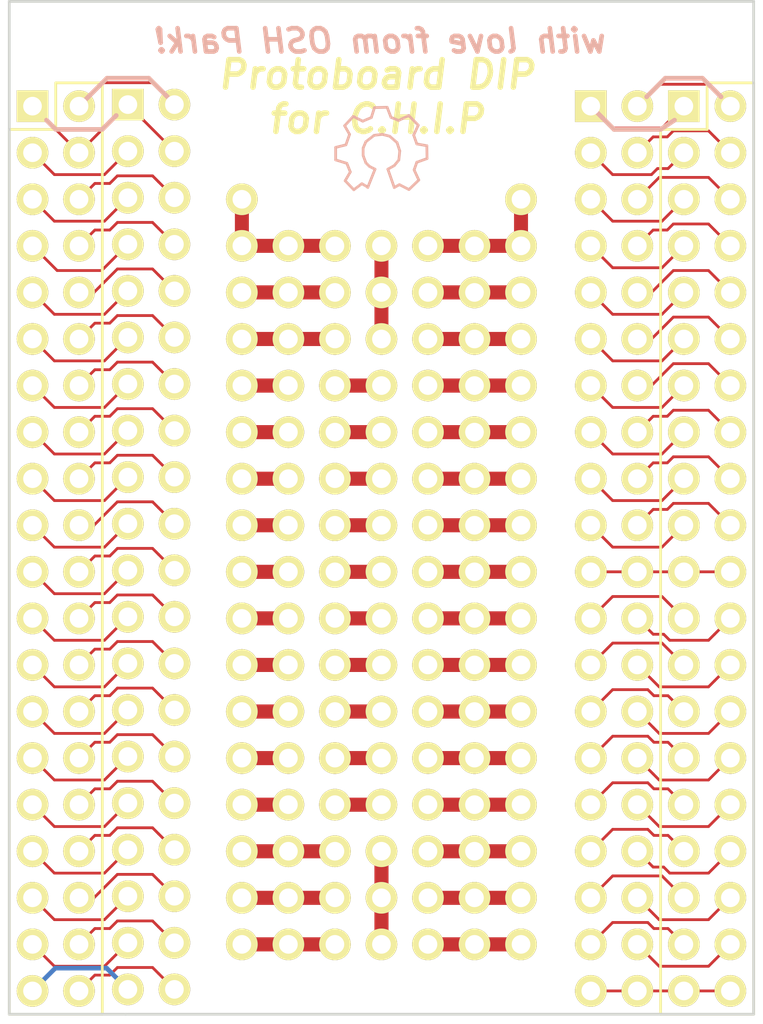
<source format=kicad_pcb>
(kicad_pcb (version 4) (host pcbnew 4.0.1-3.201512221402+6198~38~ubuntu14.04.1-stable)

  (general
    (links 90)
    (no_connects 9)
    (area 104.572999 64.756001 178.510001 126.00138)
    (thickness 1.6)
    (drawings 84)
    (tracks 463)
    (zones 0)
    (modules 121)
    (nets 71)
  )

  (page A4)
  (title_block
    (title "Protoboard DIP for C.H.I.P. Computer")
    (date 2016-05-07)
    (rev v1.0)
    (company "This design uses a KiCad DIP template created by Jenner for Wickerlib")
    (comment 1 "Released under the CERN Open Hardware License v1.2")
    (comment 2 "wickerboxen@gmail.com - http://wickerbox.net/ ")
  )

  (layers
    (0 F.Cu signal)
    (31 B.Cu signal)
    (34 B.Paste user hide)
    (35 F.Paste user hide)
    (36 B.SilkS user)
    (37 F.SilkS user)
    (38 B.Mask user)
    (39 F.Mask user)
    (44 Edge.Cuts user)
    (46 B.CrtYd user hide)
    (47 F.CrtYd user hide)
    (48 B.Fab user hide)
    (49 F.Fab user hide)
  )

  (setup
    (last_trace_width 0.254)
    (user_trace_width 0.1524)
    (user_trace_width 0.254)
    (user_trace_width 0.3302)
    (user_trace_width 0.508)
    (user_trace_width 0.762)
    (user_trace_width 1.27)
    (trace_clearance 0.254)
    (zone_clearance 0.508)
    (zone_45_only no)
    (trace_min 0.1524)
    (segment_width 0.254)
    (edge_width 0.15)
    (via_size 0.6858)
    (via_drill 0.3302)
    (via_min_size 0.6858)
    (via_min_drill 0.3302)
    (user_via 0.6858 0.3302)
    (user_via 0.762 0.4064)
    (user_via 0.8636 0.508)
    (uvia_size 0.6858)
    (uvia_drill 0.3302)
    (uvias_allowed no)
    (uvia_min_size 0)
    (uvia_min_drill 0)
    (pcb_text_width 0.3)
    (pcb_text_size 1.5 1.5)
    (mod_edge_width 0.15)
    (mod_text_size 1 1)
    (mod_text_width 0.15)
    (pad_size 1.7272 1.7272)
    (pad_drill 1.016)
    (pad_to_mask_clearance 0.2)
    (aux_axis_origin 120.65 121.92)
    (grid_origin 115.57 121.92)
    (visible_elements FFFEDF7D)
    (pcbplotparams
      (layerselection 0x010f0_80000001)
      (usegerberextensions true)
      (excludeedgelayer true)
      (linewidth 0.100000)
      (plotframeref false)
      (viasonmask false)
      (mode 1)
      (useauxorigin false)
      (hpglpennumber 1)
      (hpglpenspeed 20)
      (hpglpendiameter 15)
      (hpglpenoverlay 2)
      (psnegative false)
      (psa4output false)
      (plotreference true)
      (plotvalue true)
      (plotinvisibletext false)
      (padsonsilk false)
      (subtractmaskfromsilk false)
      (outputformat 1)
      (mirror false)
      (drillshape 0)
      (scaleselection 1)
      (outputdirectory gerbers))
  )

  (net 0 "")
  (net 1 GND)
  (net 2 +5V)
  (net 3 +3.3V)
  (net 4 VCHG)
  (net 5 /TS)
  (net 6 +1.8V)
  (net 7 VBAT)
  (net 8 /TWI1-SDA)
  (net 9 /PWRON)
  (net 10 /TWI1-SCK)
  (net 11 /X1)
  (net 12 /X2)
  (net 13 /Y1)
  (net 14 /Y2)
  (net 15 /LCD-D2)
  (net 16 /PWM0)
  (net 17 /LCD-D4)
  (net 18 /LCD-D3)
  (net 19 /LCD-D6)
  (net 20 /LCD-D5)
  (net 21 /LCD-D10)
  (net 22 /LCD-D7)
  (net 23 /LCD-D12)
  (net 24 /LCD-D11)
  (net 25 /LCD-D14)
  (net 26 /LCD-D13)
  (net 27 /LCD-D18)
  (net 28 /LCD-D15)
  (net 29 /LCD-D20)
  (net 30 /LCD-D19)
  (net 31 /LCD-D22)
  (net 32 /LCD-D21)
  (net 33 /LCD-CLK)
  (net 34 /LCD-D23)
  (net 35 /LCD-VSYNC)
  (net 36 /LCD-HSYNC)
  (net 37 /LCD-DE)
  (net 38 /UART1-TX)
  (net 39 /HPL)
  (net 40 /UART1-RX)
  (net 41 /HPCOM)
  (net 42 /FEL)
  (net 43 /HPR)
  (net 44 /MICM)
  (net 45 /LRADC)
  (net 46 /MICIN1)
  (net 47 /XIO-P0)
  (net 48 /XIO-P1)
  (net 49 /XIO-P2)
  (net 50 /XIO-P3)
  (net 51 /XIO-P4)
  (net 52 /XIO-P5)
  (net 53 /XIO-P6)
  (net 54 /XIO-P7)
  (net 55 /AP-EINT1)
  (net 56 /AP-EINT3)
  (net 57 /TWI2-SDA)
  (net 58 /TWI2-SCK)
  (net 59 /CSIPCK)
  (net 60 /CSICK)
  (net 61 /CSIHSYNC)
  (net 62 /CSIVSYNC)
  (net 63 /CSID0)
  (net 64 /CSID1)
  (net 65 /CSID2)
  (net 66 /CSID3)
  (net 67 /CSID4)
  (net 68 /CSID5)
  (net 69 /CSID6)
  (net 70 /CSID7)

  (net_class Default "This is the default net class."
    (clearance 0.254)
    (trace_width 0.254)
    (via_dia 0.6858)
    (via_drill 0.3302)
    (uvia_dia 0.6858)
    (uvia_drill 0.3302)
    (add_net +1.8V)
    (add_net +3.3V)
    (add_net +5V)
    (add_net /AP-EINT1)
    (add_net /AP-EINT3)
    (add_net /CSICK)
    (add_net /CSID0)
    (add_net /CSID1)
    (add_net /CSID2)
    (add_net /CSID3)
    (add_net /CSID4)
    (add_net /CSID5)
    (add_net /CSID6)
    (add_net /CSID7)
    (add_net /CSIHSYNC)
    (add_net /CSIPCK)
    (add_net /CSIVSYNC)
    (add_net /FEL)
    (add_net /HPCOM)
    (add_net /HPL)
    (add_net /HPR)
    (add_net /LCD-CLK)
    (add_net /LCD-D10)
    (add_net /LCD-D11)
    (add_net /LCD-D12)
    (add_net /LCD-D13)
    (add_net /LCD-D14)
    (add_net /LCD-D15)
    (add_net /LCD-D18)
    (add_net /LCD-D19)
    (add_net /LCD-D2)
    (add_net /LCD-D20)
    (add_net /LCD-D21)
    (add_net /LCD-D22)
    (add_net /LCD-D23)
    (add_net /LCD-D3)
    (add_net /LCD-D4)
    (add_net /LCD-D5)
    (add_net /LCD-D6)
    (add_net /LCD-D7)
    (add_net /LCD-DE)
    (add_net /LCD-HSYNC)
    (add_net /LCD-VSYNC)
    (add_net /LRADC)
    (add_net /MICIN1)
    (add_net /MICM)
    (add_net /PWM0)
    (add_net /PWRON)
    (add_net /TS)
    (add_net /TWI1-SCK)
    (add_net /TWI1-SDA)
    (add_net /TWI2-SCK)
    (add_net /TWI2-SDA)
    (add_net /UART1-RX)
    (add_net /UART1-TX)
    (add_net /X1)
    (add_net /X2)
    (add_net /XIO-P0)
    (add_net /XIO-P1)
    (add_net /XIO-P2)
    (add_net /XIO-P3)
    (add_net /XIO-P4)
    (add_net /XIO-P5)
    (add_net /XIO-P6)
    (add_net /XIO-P7)
    (add_net /Y1)
    (add_net /Y2)
    (add_net GND)
    (add_net VBAT)
    (add_net VCHG)
  )

  (module CHIP-DIPs:PINHOLE-40MIL (layer F.Cu) (tedit 572EAAC3) (tstamp 5736F309)
    (at 144.018 81.28)
    (descr "Standard 2x20 DIP header based on KiCad Pin Header 2x20")
    (tags "pin header")
    (path /572EA21C)
    (fp_text reference V65 (at 0.508 -2.54) (layer F.SilkS) hide
      (effects (font (size 1.016 1.016) (thickness 0.1524)))
    )
    (fp_text value PINHOLE-40MIL (at -2.1 2.88 90) (layer F.Fab) hide
      (effects (font (size 1 1) (thickness 0.15)))
    )
    (pad 1 thru_hole circle (at 0 0) (size 1.7272 1.7272) (drill 1.016) (layers *.Cu *.Mask F.SilkS))
    (model Pin_Headers.3dshapes/Pin_Header_Straight_2x20.wrl
      (at (xyz 0.05 -0.95 0))
      (scale (xyz 1 1 1))
      (rotate (xyz 0 0 90))
    )
  )

  (module CHIP-DIPs:PINHOLE-40MIL (layer F.Cu) (tedit 572EAAC3) (tstamp 5736F305)
    (at 144.018 78.74)
    (descr "Standard 2x20 DIP header based on KiCad Pin Header 2x20")
    (tags "pin header")
    (path /572EA21C)
    (fp_text reference V64 (at 0.508 -2.54) (layer F.SilkS) hide
      (effects (font (size 1.016 1.016) (thickness 0.1524)))
    )
    (fp_text value PINHOLE-40MIL (at -2.1 2.88 90) (layer F.Fab) hide
      (effects (font (size 1 1) (thickness 0.15)))
    )
    (pad 1 thru_hole circle (at 0 0) (size 1.7272 1.7272) (drill 1.016) (layers *.Cu *.Mask F.SilkS))
    (model Pin_Headers.3dshapes/Pin_Header_Straight_2x20.wrl
      (at (xyz 0.05 -0.95 0))
      (scale (xyz 1 1 1))
      (rotate (xyz 0 0 90))
    )
  )

  (module CHIP-DIPs:PINHOLE-40MIL (layer F.Cu) (tedit 572EAAC3) (tstamp 5736F301)
    (at 144.018 83.82)
    (descr "Standard 2x20 DIP header based on KiCad Pin Header 2x20")
    (tags "pin header")
    (path /572EA21C)
    (fp_text reference V66 (at 0.508 -2.54) (layer F.SilkS) hide
      (effects (font (size 1.016 1.016) (thickness 0.1524)))
    )
    (fp_text value PINHOLE-40MIL (at -2.1 2.88 90) (layer F.Fab) hide
      (effects (font (size 1 1) (thickness 0.15)))
    )
    (pad 1 thru_hole circle (at 0 0) (size 1.7272 1.7272) (drill 1.016) (layers *.Cu *.Mask F.SilkS))
    (model Pin_Headers.3dshapes/Pin_Header_Straight_2x20.wrl
      (at (xyz 0.05 -0.95 0))
      (scale (xyz 1 1 1))
      (rotate (xyz 0 0 90))
    )
  )

  (module CHIP-DIPs:PINHOLE-40MIL (layer F.Cu) (tedit 572EAAC3) (tstamp 5736F2FD)
    (at 144.018 91.44)
    (descr "Standard 2x20 DIP header based on KiCad Pin Header 2x20")
    (tags "pin header")
    (path /572EA21C)
    (fp_text reference V69 (at 0.508 -2.54) (layer F.SilkS) hide
      (effects (font (size 1.016 1.016) (thickness 0.1524)))
    )
    (fp_text value PINHOLE-40MIL (at -2.1 2.88 90) (layer F.Fab) hide
      (effects (font (size 1 1) (thickness 0.15)))
    )
    (pad 1 thru_hole circle (at 0 0) (size 1.7272 1.7272) (drill 1.016) (layers *.Cu *.Mask F.SilkS))
    (model Pin_Headers.3dshapes/Pin_Header_Straight_2x20.wrl
      (at (xyz 0.05 -0.95 0))
      (scale (xyz 1 1 1))
      (rotate (xyz 0 0 90))
    )
  )

  (module CHIP-DIPs:PINHOLE-40MIL (layer F.Cu) (tedit 572EAAC3) (tstamp 5736F2F9)
    (at 144.018 93.98)
    (descr "Standard 2x20 DIP header based on KiCad Pin Header 2x20")
    (tags "pin header")
    (path /572EA21C)
    (fp_text reference V610 (at 0.508 -2.54) (layer F.SilkS) hide
      (effects (font (size 1.016 1.016) (thickness 0.1524)))
    )
    (fp_text value PINHOLE-40MIL (at -2.1 2.88 90) (layer F.Fab) hide
      (effects (font (size 1 1) (thickness 0.15)))
    )
    (pad 1 thru_hole circle (at 0 0) (size 1.7272 1.7272) (drill 1.016) (layers *.Cu *.Mask F.SilkS))
    (model Pin_Headers.3dshapes/Pin_Header_Straight_2x20.wrl
      (at (xyz 0.05 -0.95 0))
      (scale (xyz 1 1 1))
      (rotate (xyz 0 0 90))
    )
  )

  (module CHIP-DIPs:PINHOLE-40MIL (layer F.Cu) (tedit 572EAAC3) (tstamp 5736F2F5)
    (at 144.018 99.06)
    (descr "Standard 2x20 DIP header based on KiCad Pin Header 2x20")
    (tags "pin header")
    (path /572EA21C)
    (fp_text reference V612 (at 0.508 -2.54) (layer F.SilkS) hide
      (effects (font (size 1.016 1.016) (thickness 0.1524)))
    )
    (fp_text value PINHOLE-40MIL (at -2.1 2.88 90) (layer F.Fab) hide
      (effects (font (size 1 1) (thickness 0.15)))
    )
    (pad 1 thru_hole circle (at 0 0) (size 1.7272 1.7272) (drill 1.016) (layers *.Cu *.Mask F.SilkS))
    (model Pin_Headers.3dshapes/Pin_Header_Straight_2x20.wrl
      (at (xyz 0.05 -0.95 0))
      (scale (xyz 1 1 1))
      (rotate (xyz 0 0 90))
    )
  )

  (module CHIP-DIPs:PINHOLE-40MIL (layer F.Cu) (tedit 572EAAC3) (tstamp 5736F2F1)
    (at 144.018 96.52)
    (descr "Standard 2x20 DIP header based on KiCad Pin Header 2x20")
    (tags "pin header")
    (path /572EA21C)
    (fp_text reference V611 (at 0.508 -2.54) (layer F.SilkS) hide
      (effects (font (size 1.016 1.016) (thickness 0.1524)))
    )
    (fp_text value PINHOLE-40MIL (at -2.1 2.88 90) (layer F.Fab) hide
      (effects (font (size 1 1) (thickness 0.15)))
    )
    (pad 1 thru_hole circle (at 0 0) (size 1.7272 1.7272) (drill 1.016) (layers *.Cu *.Mask F.SilkS))
    (model Pin_Headers.3dshapes/Pin_Header_Straight_2x20.wrl
      (at (xyz 0.05 -0.95 0))
      (scale (xyz 1 1 1))
      (rotate (xyz 0 0 90))
    )
  )

  (module CHIP-DIPs:PINHOLE-40MIL (layer F.Cu) (tedit 572EAAC3) (tstamp 5736F2ED)
    (at 144.018 86.36)
    (descr "Standard 2x20 DIP header based on KiCad Pin Header 2x20")
    (tags "pin header")
    (path /572EA21C)
    (fp_text reference V67 (at 0.508 -2.54) (layer F.SilkS) hide
      (effects (font (size 1.016 1.016) (thickness 0.1524)))
    )
    (fp_text value PINHOLE-40MIL (at -2.1 2.88 90) (layer F.Fab) hide
      (effects (font (size 1 1) (thickness 0.15)))
    )
    (pad 1 thru_hole circle (at 0 0) (size 1.7272 1.7272) (drill 1.016) (layers *.Cu *.Mask F.SilkS))
    (model Pin_Headers.3dshapes/Pin_Header_Straight_2x20.wrl
      (at (xyz 0.05 -0.95 0))
      (scale (xyz 1 1 1))
      (rotate (xyz 0 0 90))
    )
  )

  (module CHIP-DIPs:PINHOLE-40MIL (layer F.Cu) (tedit 572EAAC3) (tstamp 5736F2E9)
    (at 144.018 88.9)
    (descr "Standard 2x20 DIP header based on KiCad Pin Header 2x20")
    (tags "pin header")
    (path /572EA21C)
    (fp_text reference V68 (at 0.508 -2.54) (layer F.SilkS) hide
      (effects (font (size 1.016 1.016) (thickness 0.1524)))
    )
    (fp_text value PINHOLE-40MIL (at -2.1 2.88 90) (layer F.Fab) hide
      (effects (font (size 1 1) (thickness 0.15)))
    )
    (pad 1 thru_hole circle (at 0 0) (size 1.7272 1.7272) (drill 1.016) (layers *.Cu *.Mask F.SilkS))
    (model Pin_Headers.3dshapes/Pin_Header_Straight_2x20.wrl
      (at (xyz 0.05 -0.95 0))
      (scale (xyz 1 1 1))
      (rotate (xyz 0 0 90))
    )
  )

  (module CHIP-DIPs:PINHOLE-40MIL (layer F.Cu) (tedit 572EAAC3) (tstamp 5736F2E5)
    (at 144.018 111.76)
    (descr "Standard 2x20 DIP header based on KiCad Pin Header 2x20")
    (tags "pin header")
    (path /572EA21C)
    (fp_text reference V617 (at 0.508 -2.54) (layer F.SilkS) hide
      (effects (font (size 1.016 1.016) (thickness 0.1524)))
    )
    (fp_text value PINHOLE-40MIL (at -2.1 2.88 90) (layer F.Fab) hide
      (effects (font (size 1 1) (thickness 0.15)))
    )
    (pad 1 thru_hole circle (at 0 0) (size 1.7272 1.7272) (drill 1.016) (layers *.Cu *.Mask F.SilkS))
    (model Pin_Headers.3dshapes/Pin_Header_Straight_2x20.wrl
      (at (xyz 0.05 -0.95 0))
      (scale (xyz 1 1 1))
      (rotate (xyz 0 0 90))
    )
  )

  (module CHIP-DIPs:PINHOLE-40MIL (layer F.Cu) (tedit 572EAAC3) (tstamp 5736F2E1)
    (at 144.018 109.22)
    (descr "Standard 2x20 DIP header based on KiCad Pin Header 2x20")
    (tags "pin header")
    (path /572EA21C)
    (fp_text reference V616 (at 0.508 -2.54) (layer F.SilkS) hide
      (effects (font (size 1.016 1.016) (thickness 0.1524)))
    )
    (fp_text value PINHOLE-40MIL (at -2.1 2.88 90) (layer F.Fab) hide
      (effects (font (size 1 1) (thickness 0.15)))
    )
    (pad 1 thru_hole circle (at 0 0) (size 1.7272 1.7272) (drill 1.016) (layers *.Cu *.Mask F.SilkS))
    (model Pin_Headers.3dshapes/Pin_Header_Straight_2x20.wrl
      (at (xyz 0.05 -0.95 0))
      (scale (xyz 1 1 1))
      (rotate (xyz 0 0 90))
    )
  )

  (module CHIP-DIPs:PINHOLE-40MIL (layer F.Cu) (tedit 572EAAC3) (tstamp 5736F2DD)
    (at 144.018 101.6)
    (descr "Standard 2x20 DIP header based on KiCad Pin Header 2x20")
    (tags "pin header")
    (path /572EA21C)
    (fp_text reference V613 (at 0.508 -2.54) (layer F.SilkS) hide
      (effects (font (size 1.016 1.016) (thickness 0.1524)))
    )
    (fp_text value PINHOLE-40MIL (at -2.1 2.88 90) (layer F.Fab) hide
      (effects (font (size 1 1) (thickness 0.15)))
    )
    (pad 1 thru_hole circle (at 0 0) (size 1.7272 1.7272) (drill 1.016) (layers *.Cu *.Mask F.SilkS))
    (model Pin_Headers.3dshapes/Pin_Header_Straight_2x20.wrl
      (at (xyz 0.05 -0.95 0))
      (scale (xyz 1 1 1))
      (rotate (xyz 0 0 90))
    )
  )

  (module CHIP-DIPs:PINHOLE-40MIL (layer F.Cu) (tedit 572EAAC3) (tstamp 5736F2D9)
    (at 144.018 104.14)
    (descr "Standard 2x20 DIP header based on KiCad Pin Header 2x20")
    (tags "pin header")
    (path /572EA21C)
    (fp_text reference V614 (at 0.508 -2.54) (layer F.SilkS) hide
      (effects (font (size 1.016 1.016) (thickness 0.1524)))
    )
    (fp_text value PINHOLE-40MIL (at -2.1 2.88 90) (layer F.Fab) hide
      (effects (font (size 1 1) (thickness 0.15)))
    )
    (pad 1 thru_hole circle (at 0 0) (size 1.7272 1.7272) (drill 1.016) (layers *.Cu *.Mask F.SilkS))
    (model Pin_Headers.3dshapes/Pin_Header_Straight_2x20.wrl
      (at (xyz 0.05 -0.95 0))
      (scale (xyz 1 1 1))
      (rotate (xyz 0 0 90))
    )
  )

  (module CHIP-DIPs:PINHOLE-40MIL (layer F.Cu) (tedit 572EAAC3) (tstamp 5736F2D5)
    (at 144.018 114.3)
    (descr "Standard 2x20 DIP header based on KiCad Pin Header 2x20")
    (tags "pin header")
    (path /572EA21C)
    (fp_text reference V618 (at 0.508 -2.54) (layer F.SilkS) hide
      (effects (font (size 1.016 1.016) (thickness 0.1524)))
    )
    (fp_text value PINHOLE-40MIL (at -2.1 2.88 90) (layer F.Fab) hide
      (effects (font (size 1 1) (thickness 0.15)))
    )
    (pad 1 thru_hole circle (at 0 0) (size 1.7272 1.7272) (drill 1.016) (layers *.Cu *.Mask F.SilkS))
    (model Pin_Headers.3dshapes/Pin_Header_Straight_2x20.wrl
      (at (xyz 0.05 -0.95 0))
      (scale (xyz 1 1 1))
      (rotate (xyz 0 0 90))
    )
  )

  (module CHIP-DIPs:PINHOLE-40MIL (layer F.Cu) (tedit 572EAAC3) (tstamp 5736F2D1)
    (at 144.018 116.84)
    (descr "Standard 2x20 DIP header based on KiCad Pin Header 2x20")
    (tags "pin header")
    (path /572EA21C)
    (fp_text reference V619 (at 0.508 -2.54) (layer F.SilkS) hide
      (effects (font (size 1.016 1.016) (thickness 0.1524)))
    )
    (fp_text value PINHOLE-40MIL (at -2.1 2.88 90) (layer F.Fab) hide
      (effects (font (size 1 1) (thickness 0.15)))
    )
    (pad 1 thru_hole circle (at 0 0) (size 1.7272 1.7272) (drill 1.016) (layers *.Cu *.Mask F.SilkS))
    (model Pin_Headers.3dshapes/Pin_Header_Straight_2x20.wrl
      (at (xyz 0.05 -0.95 0))
      (scale (xyz 1 1 1))
      (rotate (xyz 0 0 90))
    )
  )

  (module CHIP-DIPs:PINHOLE-40MIL (layer F.Cu) (tedit 572EAAC3) (tstamp 5736F2CD)
    (at 144.018 106.68)
    (descr "Standard 2x20 DIP header based on KiCad Pin Header 2x20")
    (tags "pin header")
    (path /572EA21C)
    (fp_text reference V615 (at 0.508 -2.54) (layer F.SilkS) hide
      (effects (font (size 1.016 1.016) (thickness 0.1524)))
    )
    (fp_text value PINHOLE-40MIL (at -2.1 2.88 90) (layer F.Fab) hide
      (effects (font (size 1 1) (thickness 0.15)))
    )
    (pad 1 thru_hole circle (at 0 0) (size 1.7272 1.7272) (drill 1.016) (layers *.Cu *.Mask F.SilkS))
    (model Pin_Headers.3dshapes/Pin_Header_Straight_2x20.wrl
      (at (xyz 0.05 -0.95 0))
      (scale (xyz 1 1 1))
      (rotate (xyz 0 0 90))
    )
  )

  (module CHIP-DIPs:PINHOLE-40MIL (layer F.Cu) (tedit 572EAAC3) (tstamp 572EB46D)
    (at 141.478 116.84)
    (descr "Standard 2x20 DIP header based on KiCad Pin Header 2x20")
    (tags "pin header")
    (path /572EA21C)
    (fp_text reference V519 (at 0.508 -2.54) (layer F.SilkS) hide
      (effects (font (size 1.016 1.016) (thickness 0.1524)))
    )
    (fp_text value PINHOLE-40MIL (at -2.1 2.88 90) (layer F.Fab) hide
      (effects (font (size 1 1) (thickness 0.15)))
    )
    (pad 1 thru_hole circle (at 0 0) (size 1.7272 1.7272) (drill 1.016) (layers *.Cu *.Mask F.SilkS))
    (model Pin_Headers.3dshapes/Pin_Header_Straight_2x20.wrl
      (at (xyz 0.05 -0.95 0))
      (scale (xyz 1 1 1))
      (rotate (xyz 0 0 90))
    )
  )

  (module CHIP-DIPs:PINHOLE-40MIL (layer F.Cu) (tedit 572EAAC3) (tstamp 572EB445)
    (at 141.478 114.3)
    (descr "Standard 2x20 DIP header based on KiCad Pin Header 2x20")
    (tags "pin header")
    (path /572EA21C)
    (fp_text reference V518 (at 0.508 -2.54) (layer F.SilkS) hide
      (effects (font (size 1.016 1.016) (thickness 0.1524)))
    )
    (fp_text value PINHOLE-40MIL (at -2.1 2.88 90) (layer F.Fab) hide
      (effects (font (size 1 1) (thickness 0.15)))
    )
    (pad 1 thru_hole circle (at 0 0) (size 1.7272 1.7272) (drill 1.016) (layers *.Cu *.Mask F.SilkS))
    (model Pin_Headers.3dshapes/Pin_Header_Straight_2x20.wrl
      (at (xyz 0.05 -0.95 0))
      (scale (xyz 1 1 1))
      (rotate (xyz 0 0 90))
    )
  )

  (module CHIP-DIPs:PINHOLE-40MIL (layer F.Cu) (tedit 572EAAC3) (tstamp 572EB471)
    (at 146.558 116.84)
    (descr "Standard 2x20 DIP header based on KiCad Pin Header 2x20")
    (tags "pin header")
    (path /572EA21C)
    (fp_text reference V619 (at 0.508 -2.54) (layer F.SilkS) hide
      (effects (font (size 1.016 1.016) (thickness 0.1524)))
    )
    (fp_text value PINHOLE-40MIL (at -2.1 2.88 90) (layer F.Fab) hide
      (effects (font (size 1 1) (thickness 0.15)))
    )
    (pad 1 thru_hole circle (at 0 0) (size 1.7272 1.7272) (drill 1.016) (layers *.Cu *.Mask F.SilkS))
    (model Pin_Headers.3dshapes/Pin_Header_Straight_2x20.wrl
      (at (xyz 0.05 -0.95 0))
      (scale (xyz 1 1 1))
      (rotate (xyz 0 0 90))
    )
  )

  (module CHIP-DIPs:PINHOLE-40MIL (layer F.Cu) (tedit 572EAAC3) (tstamp 572EB449)
    (at 146.558 114.3)
    (descr "Standard 2x20 DIP header based on KiCad Pin Header 2x20")
    (tags "pin header")
    (path /572EA21C)
    (fp_text reference V618 (at 0.508 -2.54) (layer F.SilkS) hide
      (effects (font (size 1.016 1.016) (thickness 0.1524)))
    )
    (fp_text value PINHOLE-40MIL (at -2.1 2.88 90) (layer F.Fab) hide
      (effects (font (size 1 1) (thickness 0.15)))
    )
    (pad 1 thru_hole circle (at 0 0) (size 1.7272 1.7272) (drill 1.016) (layers *.Cu *.Mask F.SilkS))
    (model Pin_Headers.3dshapes/Pin_Header_Straight_2x20.wrl
      (at (xyz 0.05 -0.95 0))
      (scale (xyz 1 1 1))
      (rotate (xyz 0 0 90))
    )
  )

  (module CHIP-DIPs:PINHOLE-40MIL (layer F.Cu) (tedit 572EAAC3) (tstamp 572EB479)
    (at 151.638 116.84)
    (descr "Standard 2x20 DIP header based on KiCad Pin Header 2x20")
    (tags "pin header")
    (path /572EA21C)
    (fp_text reference V819 (at 0.508 -2.54) (layer F.SilkS) hide
      (effects (font (size 1.016 1.016) (thickness 0.1524)))
    )
    (fp_text value PINHOLE-40MIL (at -2.1 2.88 90) (layer F.Fab) hide
      (effects (font (size 1 1) (thickness 0.15)))
    )
    (pad 1 thru_hole circle (at 0 0) (size 1.7272 1.7272) (drill 1.016) (layers *.Cu *.Mask F.SilkS))
    (model Pin_Headers.3dshapes/Pin_Header_Straight_2x20.wrl
      (at (xyz 0.05 -0.95 0))
      (scale (xyz 1 1 1))
      (rotate (xyz 0 0 90))
    )
  )

  (module CHIP-DIPs:PINHOLE-40MIL (layer F.Cu) (tedit 572EAAC3) (tstamp 572EB475)
    (at 149.098 116.84)
    (descr "Standard 2x20 DIP header based on KiCad Pin Header 2x20")
    (tags "pin header")
    (path /572EA21C)
    (fp_text reference V719 (at 0.508 -2.54) (layer F.SilkS) hide
      (effects (font (size 1.016 1.016) (thickness 0.1524)))
    )
    (fp_text value PINHOLE-40MIL (at -2.1 2.88 90) (layer F.Fab) hide
      (effects (font (size 1 1) (thickness 0.15)))
    )
    (pad 1 thru_hole circle (at 0 0) (size 1.7272 1.7272) (drill 1.016) (layers *.Cu *.Mask F.SilkS))
    (model Pin_Headers.3dshapes/Pin_Header_Straight_2x20.wrl
      (at (xyz 0.05 -0.95 0))
      (scale (xyz 1 1 1))
      (rotate (xyz 0 0 90))
    )
  )

  (module CHIP-DIPs:PINHOLE-40MIL (layer F.Cu) (tedit 572EAAC3) (tstamp 572EB469)
    (at 138.938 116.84)
    (descr "Standard 2x20 DIP header based on KiCad Pin Header 2x20")
    (tags "pin header")
    (path /572EA21C)
    (fp_text reference V419 (at 0.508 -2.54) (layer F.SilkS) hide
      (effects (font (size 1.016 1.016) (thickness 0.1524)))
    )
    (fp_text value PINHOLE-40MIL (at -2.1 2.88 90) (layer F.Fab) hide
      (effects (font (size 1 1) (thickness 0.15)))
    )
    (pad 1 thru_hole circle (at 0 0) (size 1.7272 1.7272) (drill 1.016) (layers *.Cu *.Mask F.SilkS))
    (model Pin_Headers.3dshapes/Pin_Header_Straight_2x20.wrl
      (at (xyz 0.05 -0.95 0))
      (scale (xyz 1 1 1))
      (rotate (xyz 0 0 90))
    )
  )

  (module CHIP-DIPs:PINHOLE-40MIL (layer F.Cu) (tedit 572EAAC3) (tstamp 572EB465)
    (at 136.398 116.84)
    (descr "Standard 2x20 DIP header based on KiCad Pin Header 2x20")
    (tags "pin header")
    (path /572EA21C)
    (fp_text reference V319 (at 0.508 -2.54) (layer F.SilkS) hide
      (effects (font (size 1.016 1.016) (thickness 0.1524)))
    )
    (fp_text value PINHOLE-40MIL (at -2.1 2.88 90) (layer F.Fab) hide
      (effects (font (size 1 1) (thickness 0.15)))
    )
    (pad 1 thru_hole circle (at 0 0) (size 1.7272 1.7272) (drill 1.016) (layers *.Cu *.Mask F.SilkS))
    (model Pin_Headers.3dshapes/Pin_Header_Straight_2x20.wrl
      (at (xyz 0.05 -0.95 0))
      (scale (xyz 1 1 1))
      (rotate (xyz 0 0 90))
    )
  )

  (module CHIP-DIPs:PINHOLE-40MIL (layer F.Cu) (tedit 572EAAC3) (tstamp 572EB451)
    (at 151.638 114.3)
    (descr "Standard 2x20 DIP header based on KiCad Pin Header 2x20")
    (tags "pin header")
    (path /572EA21C)
    (fp_text reference V818 (at 0.508 -2.54) (layer F.SilkS) hide
      (effects (font (size 1.016 1.016) (thickness 0.1524)))
    )
    (fp_text value PINHOLE-40MIL (at -2.1 2.88 90) (layer F.Fab) hide
      (effects (font (size 1 1) (thickness 0.15)))
    )
    (pad 1 thru_hole circle (at 0 0) (size 1.7272 1.7272) (drill 1.016) (layers *.Cu *.Mask F.SilkS))
    (model Pin_Headers.3dshapes/Pin_Header_Straight_2x20.wrl
      (at (xyz 0.05 -0.95 0))
      (scale (xyz 1 1 1))
      (rotate (xyz 0 0 90))
    )
  )

  (module CHIP-DIPs:PINHOLE-40MIL (layer F.Cu) (tedit 572EAAC3) (tstamp 572EB44D)
    (at 149.098 114.3)
    (descr "Standard 2x20 DIP header based on KiCad Pin Header 2x20")
    (tags "pin header")
    (path /572EA21C)
    (fp_text reference V718 (at 0.508 -2.54) (layer F.SilkS) hide
      (effects (font (size 1.016 1.016) (thickness 0.1524)))
    )
    (fp_text value PINHOLE-40MIL (at -2.1 2.88 90) (layer F.Fab) hide
      (effects (font (size 1 1) (thickness 0.15)))
    )
    (pad 1 thru_hole circle (at 0 0) (size 1.7272 1.7272) (drill 1.016) (layers *.Cu *.Mask F.SilkS))
    (model Pin_Headers.3dshapes/Pin_Header_Straight_2x20.wrl
      (at (xyz 0.05 -0.95 0))
      (scale (xyz 1 1 1))
      (rotate (xyz 0 0 90))
    )
  )

  (module CHIP-DIPs:PINHOLE-40MIL (layer F.Cu) (tedit 572EAAC3) (tstamp 572EB441)
    (at 138.938 114.3)
    (descr "Standard 2x20 DIP header based on KiCad Pin Header 2x20")
    (tags "pin header")
    (path /572EA21C)
    (fp_text reference V418 (at 0.508 -2.54) (layer F.SilkS) hide
      (effects (font (size 1.016 1.016) (thickness 0.1524)))
    )
    (fp_text value PINHOLE-40MIL (at -2.1 2.88 90) (layer F.Fab) hide
      (effects (font (size 1 1) (thickness 0.15)))
    )
    (pad 1 thru_hole circle (at 0 0) (size 1.7272 1.7272) (drill 1.016) (layers *.Cu *.Mask F.SilkS))
    (model Pin_Headers.3dshapes/Pin_Header_Straight_2x20.wrl
      (at (xyz 0.05 -0.95 0))
      (scale (xyz 1 1 1))
      (rotate (xyz 0 0 90))
    )
  )

  (module CHIP-DIPs:PINHOLE-40MIL (layer F.Cu) (tedit 572EAAC3) (tstamp 572EB43D)
    (at 136.398 114.3)
    (descr "Standard 2x20 DIP header based on KiCad Pin Header 2x20")
    (tags "pin header")
    (path /572EA21C)
    (fp_text reference V318 (at 0.508 -2.54) (layer F.SilkS) hide
      (effects (font (size 1.016 1.016) (thickness 0.1524)))
    )
    (fp_text value PINHOLE-40MIL (at -2.1 2.88 90) (layer F.Fab) hide
      (effects (font (size 1 1) (thickness 0.15)))
    )
    (pad 1 thru_hole circle (at 0 0) (size 1.7272 1.7272) (drill 1.016) (layers *.Cu *.Mask F.SilkS))
    (model Pin_Headers.3dshapes/Pin_Header_Straight_2x20.wrl
      (at (xyz 0.05 -0.95 0))
      (scale (xyz 1 1 1))
      (rotate (xyz 0 0 90))
    )
  )

  (module CHIP-DIPs:PINHOLE-40MIL (layer F.Cu) (tedit 572EAAC3) (tstamp 572EB429)
    (at 151.638 111.76)
    (descr "Standard 2x20 DIP header based on KiCad Pin Header 2x20")
    (tags "pin header")
    (path /572EA21C)
    (fp_text reference V817 (at 0.508 -2.54) (layer F.SilkS) hide
      (effects (font (size 1.016 1.016) (thickness 0.1524)))
    )
    (fp_text value PINHOLE-40MIL (at -2.1 2.88 90) (layer F.Fab) hide
      (effects (font (size 1 1) (thickness 0.15)))
    )
    (pad 1 thru_hole circle (at 0 0) (size 1.7272 1.7272) (drill 1.016) (layers *.Cu *.Mask F.SilkS))
    (model Pin_Headers.3dshapes/Pin_Header_Straight_2x20.wrl
      (at (xyz 0.05 -0.95 0))
      (scale (xyz 1 1 1))
      (rotate (xyz 0 0 90))
    )
  )

  (module CHIP-DIPs:PINHOLE-40MIL (layer F.Cu) (tedit 572EAAC3) (tstamp 572EB425)
    (at 149.098 111.76)
    (descr "Standard 2x20 DIP header based on KiCad Pin Header 2x20")
    (tags "pin header")
    (path /572EA21C)
    (fp_text reference V717 (at 0.508 -2.54) (layer F.SilkS) hide
      (effects (font (size 1.016 1.016) (thickness 0.1524)))
    )
    (fp_text value PINHOLE-40MIL (at -2.1 2.88 90) (layer F.Fab) hide
      (effects (font (size 1 1) (thickness 0.15)))
    )
    (pad 1 thru_hole circle (at 0 0) (size 1.7272 1.7272) (drill 1.016) (layers *.Cu *.Mask F.SilkS))
    (model Pin_Headers.3dshapes/Pin_Header_Straight_2x20.wrl
      (at (xyz 0.05 -0.95 0))
      (scale (xyz 1 1 1))
      (rotate (xyz 0 0 90))
    )
  )

  (module CHIP-DIPs:PINHOLE-40MIL (layer F.Cu) (tedit 572EAAC3) (tstamp 572EB421)
    (at 146.558 111.76)
    (descr "Standard 2x20 DIP header based on KiCad Pin Header 2x20")
    (tags "pin header")
    (path /572EA21C)
    (fp_text reference V617 (at 0.508 -2.54) (layer F.SilkS) hide
      (effects (font (size 1.016 1.016) (thickness 0.1524)))
    )
    (fp_text value PINHOLE-40MIL (at -2.1 2.88 90) (layer F.Fab) hide
      (effects (font (size 1 1) (thickness 0.15)))
    )
    (pad 1 thru_hole circle (at 0 0) (size 1.7272 1.7272) (drill 1.016) (layers *.Cu *.Mask F.SilkS))
    (model Pin_Headers.3dshapes/Pin_Header_Straight_2x20.wrl
      (at (xyz 0.05 -0.95 0))
      (scale (xyz 1 1 1))
      (rotate (xyz 0 0 90))
    )
  )

  (module CHIP-DIPs:PINHOLE-40MIL (layer F.Cu) (tedit 572EAAC3) (tstamp 572EB41D)
    (at 141.478 111.76)
    (descr "Standard 2x20 DIP header based on KiCad Pin Header 2x20")
    (tags "pin header")
    (path /572EA21C)
    (fp_text reference V517 (at 0.508 -2.54) (layer F.SilkS) hide
      (effects (font (size 1.016 1.016) (thickness 0.1524)))
    )
    (fp_text value PINHOLE-40MIL (at -2.1 2.88 90) (layer F.Fab) hide
      (effects (font (size 1 1) (thickness 0.15)))
    )
    (pad 1 thru_hole circle (at 0 0) (size 1.7272 1.7272) (drill 1.016) (layers *.Cu *.Mask F.SilkS))
    (model Pin_Headers.3dshapes/Pin_Header_Straight_2x20.wrl
      (at (xyz 0.05 -0.95 0))
      (scale (xyz 1 1 1))
      (rotate (xyz 0 0 90))
    )
  )

  (module CHIP-DIPs:PINHOLE-40MIL (layer F.Cu) (tedit 572EAAC3) (tstamp 572EB419)
    (at 138.938 111.76)
    (descr "Standard 2x20 DIP header based on KiCad Pin Header 2x20")
    (tags "pin header")
    (path /572EA21C)
    (fp_text reference V417 (at 0.508 -2.54) (layer F.SilkS) hide
      (effects (font (size 1.016 1.016) (thickness 0.1524)))
    )
    (fp_text value PINHOLE-40MIL (at -2.1 2.88 90) (layer F.Fab) hide
      (effects (font (size 1 1) (thickness 0.15)))
    )
    (pad 1 thru_hole circle (at 0 0) (size 1.7272 1.7272) (drill 1.016) (layers *.Cu *.Mask F.SilkS))
    (model Pin_Headers.3dshapes/Pin_Header_Straight_2x20.wrl
      (at (xyz 0.05 -0.95 0))
      (scale (xyz 1 1 1))
      (rotate (xyz 0 0 90))
    )
  )

  (module CHIP-DIPs:PINHOLE-40MIL (layer F.Cu) (tedit 572EAAC3) (tstamp 572EB415)
    (at 136.398 111.76)
    (descr "Standard 2x20 DIP header based on KiCad Pin Header 2x20")
    (tags "pin header")
    (path /572EA21C)
    (fp_text reference V317 (at 0.508 -2.54) (layer F.SilkS) hide
      (effects (font (size 1.016 1.016) (thickness 0.1524)))
    )
    (fp_text value PINHOLE-40MIL (at -2.1 2.88 90) (layer F.Fab) hide
      (effects (font (size 1 1) (thickness 0.15)))
    )
    (pad 1 thru_hole circle (at 0 0) (size 1.7272 1.7272) (drill 1.016) (layers *.Cu *.Mask F.SilkS))
    (model Pin_Headers.3dshapes/Pin_Header_Straight_2x20.wrl
      (at (xyz 0.05 -0.95 0))
      (scale (xyz 1 1 1))
      (rotate (xyz 0 0 90))
    )
  )

  (module CHIP-DIPs:PINHOLE-40MIL (layer F.Cu) (tedit 572EAAC3) (tstamp 572EB401)
    (at 151.638 109.22)
    (descr "Standard 2x20 DIP header based on KiCad Pin Header 2x20")
    (tags "pin header")
    (path /572EA21C)
    (fp_text reference V816 (at 0.508 -2.54) (layer F.SilkS) hide
      (effects (font (size 1.016 1.016) (thickness 0.1524)))
    )
    (fp_text value PINHOLE-40MIL (at -2.1 2.88 90) (layer F.Fab) hide
      (effects (font (size 1 1) (thickness 0.15)))
    )
    (pad 1 thru_hole circle (at 0 0) (size 1.7272 1.7272) (drill 1.016) (layers *.Cu *.Mask F.SilkS))
    (model Pin_Headers.3dshapes/Pin_Header_Straight_2x20.wrl
      (at (xyz 0.05 -0.95 0))
      (scale (xyz 1 1 1))
      (rotate (xyz 0 0 90))
    )
  )

  (module CHIP-DIPs:PINHOLE-40MIL (layer F.Cu) (tedit 572EAAC3) (tstamp 572EB3FD)
    (at 149.098 109.22)
    (descr "Standard 2x20 DIP header based on KiCad Pin Header 2x20")
    (tags "pin header")
    (path /572EA21C)
    (fp_text reference V716 (at 0.508 -2.54) (layer F.SilkS) hide
      (effects (font (size 1.016 1.016) (thickness 0.1524)))
    )
    (fp_text value PINHOLE-40MIL (at -2.1 2.88 90) (layer F.Fab) hide
      (effects (font (size 1 1) (thickness 0.15)))
    )
    (pad 1 thru_hole circle (at 0 0) (size 1.7272 1.7272) (drill 1.016) (layers *.Cu *.Mask F.SilkS))
    (model Pin_Headers.3dshapes/Pin_Header_Straight_2x20.wrl
      (at (xyz 0.05 -0.95 0))
      (scale (xyz 1 1 1))
      (rotate (xyz 0 0 90))
    )
  )

  (module CHIP-DIPs:PINHOLE-40MIL (layer F.Cu) (tedit 572EAAC3) (tstamp 572EB3F9)
    (at 146.558 109.22)
    (descr "Standard 2x20 DIP header based on KiCad Pin Header 2x20")
    (tags "pin header")
    (path /572EA21C)
    (fp_text reference V616 (at 0.508 -2.54) (layer F.SilkS) hide
      (effects (font (size 1.016 1.016) (thickness 0.1524)))
    )
    (fp_text value PINHOLE-40MIL (at -2.1 2.88 90) (layer F.Fab) hide
      (effects (font (size 1 1) (thickness 0.15)))
    )
    (pad 1 thru_hole circle (at 0 0) (size 1.7272 1.7272) (drill 1.016) (layers *.Cu *.Mask F.SilkS))
    (model Pin_Headers.3dshapes/Pin_Header_Straight_2x20.wrl
      (at (xyz 0.05 -0.95 0))
      (scale (xyz 1 1 1))
      (rotate (xyz 0 0 90))
    )
  )

  (module CHIP-DIPs:PINHOLE-40MIL (layer F.Cu) (tedit 572EAAC3) (tstamp 572EB3F5)
    (at 141.478 109.22)
    (descr "Standard 2x20 DIP header based on KiCad Pin Header 2x20")
    (tags "pin header")
    (path /572EA21C)
    (fp_text reference V516 (at 0.508 -2.54) (layer F.SilkS) hide
      (effects (font (size 1.016 1.016) (thickness 0.1524)))
    )
    (fp_text value PINHOLE-40MIL (at -2.1 2.88 90) (layer F.Fab) hide
      (effects (font (size 1 1) (thickness 0.15)))
    )
    (pad 1 thru_hole circle (at 0 0) (size 1.7272 1.7272) (drill 1.016) (layers *.Cu *.Mask F.SilkS))
    (model Pin_Headers.3dshapes/Pin_Header_Straight_2x20.wrl
      (at (xyz 0.05 -0.95 0))
      (scale (xyz 1 1 1))
      (rotate (xyz 0 0 90))
    )
  )

  (module CHIP-DIPs:PINHOLE-40MIL (layer F.Cu) (tedit 572EAAC3) (tstamp 572EB3F1)
    (at 138.938 109.22)
    (descr "Standard 2x20 DIP header based on KiCad Pin Header 2x20")
    (tags "pin header")
    (path /572EA21C)
    (fp_text reference V416 (at 0.508 -2.54) (layer F.SilkS) hide
      (effects (font (size 1.016 1.016) (thickness 0.1524)))
    )
    (fp_text value PINHOLE-40MIL (at -2.1 2.88 90) (layer F.Fab) hide
      (effects (font (size 1 1) (thickness 0.15)))
    )
    (pad 1 thru_hole circle (at 0 0) (size 1.7272 1.7272) (drill 1.016) (layers *.Cu *.Mask F.SilkS))
    (model Pin_Headers.3dshapes/Pin_Header_Straight_2x20.wrl
      (at (xyz 0.05 -0.95 0))
      (scale (xyz 1 1 1))
      (rotate (xyz 0 0 90))
    )
  )

  (module CHIP-DIPs:PINHOLE-40MIL (layer F.Cu) (tedit 572EAAC3) (tstamp 572EB3ED)
    (at 136.398 109.22)
    (descr "Standard 2x20 DIP header based on KiCad Pin Header 2x20")
    (tags "pin header")
    (path /572EA21C)
    (fp_text reference V316 (at 0.508 -2.54) (layer F.SilkS) hide
      (effects (font (size 1.016 1.016) (thickness 0.1524)))
    )
    (fp_text value PINHOLE-40MIL (at -2.1 2.88 90) (layer F.Fab) hide
      (effects (font (size 1 1) (thickness 0.15)))
    )
    (pad 1 thru_hole circle (at 0 0) (size 1.7272 1.7272) (drill 1.016) (layers *.Cu *.Mask F.SilkS))
    (model Pin_Headers.3dshapes/Pin_Header_Straight_2x20.wrl
      (at (xyz 0.05 -0.95 0))
      (scale (xyz 1 1 1))
      (rotate (xyz 0 0 90))
    )
  )

  (module CHIP-DIPs:PINHOLE-40MIL (layer F.Cu) (tedit 572EAAC3) (tstamp 572EB3D9)
    (at 151.638 106.68)
    (descr "Standard 2x20 DIP header based on KiCad Pin Header 2x20")
    (tags "pin header")
    (path /572EA21C)
    (fp_text reference V815 (at 0.508 -2.54) (layer F.SilkS) hide
      (effects (font (size 1.016 1.016) (thickness 0.1524)))
    )
    (fp_text value PINHOLE-40MIL (at -2.1 2.88 90) (layer F.Fab) hide
      (effects (font (size 1 1) (thickness 0.15)))
    )
    (pad 1 thru_hole circle (at 0 0) (size 1.7272 1.7272) (drill 1.016) (layers *.Cu *.Mask F.SilkS))
    (model Pin_Headers.3dshapes/Pin_Header_Straight_2x20.wrl
      (at (xyz 0.05 -0.95 0))
      (scale (xyz 1 1 1))
      (rotate (xyz 0 0 90))
    )
  )

  (module CHIP-DIPs:PINHOLE-40MIL (layer F.Cu) (tedit 572EAAC3) (tstamp 572EB3D5)
    (at 149.098 106.68)
    (descr "Standard 2x20 DIP header based on KiCad Pin Header 2x20")
    (tags "pin header")
    (path /572EA21C)
    (fp_text reference V715 (at 0.508 -2.54) (layer F.SilkS) hide
      (effects (font (size 1.016 1.016) (thickness 0.1524)))
    )
    (fp_text value PINHOLE-40MIL (at -2.1 2.88 90) (layer F.Fab) hide
      (effects (font (size 1 1) (thickness 0.15)))
    )
    (pad 1 thru_hole circle (at 0 0) (size 1.7272 1.7272) (drill 1.016) (layers *.Cu *.Mask F.SilkS))
    (model Pin_Headers.3dshapes/Pin_Header_Straight_2x20.wrl
      (at (xyz 0.05 -0.95 0))
      (scale (xyz 1 1 1))
      (rotate (xyz 0 0 90))
    )
  )

  (module CHIP-DIPs:PINHOLE-40MIL (layer F.Cu) (tedit 572EAAC3) (tstamp 572EB3D1)
    (at 146.558 106.68)
    (descr "Standard 2x20 DIP header based on KiCad Pin Header 2x20")
    (tags "pin header")
    (path /572EA21C)
    (fp_text reference V615 (at 0.508 -2.54) (layer F.SilkS) hide
      (effects (font (size 1.016 1.016) (thickness 0.1524)))
    )
    (fp_text value PINHOLE-40MIL (at -2.1 2.88 90) (layer F.Fab) hide
      (effects (font (size 1 1) (thickness 0.15)))
    )
    (pad 1 thru_hole circle (at 0 0) (size 1.7272 1.7272) (drill 1.016) (layers *.Cu *.Mask F.SilkS))
    (model Pin_Headers.3dshapes/Pin_Header_Straight_2x20.wrl
      (at (xyz 0.05 -0.95 0))
      (scale (xyz 1 1 1))
      (rotate (xyz 0 0 90))
    )
  )

  (module CHIP-DIPs:PINHOLE-40MIL (layer F.Cu) (tedit 572EAAC3) (tstamp 572EB3CD)
    (at 141.478 106.68)
    (descr "Standard 2x20 DIP header based on KiCad Pin Header 2x20")
    (tags "pin header")
    (path /572EA21C)
    (fp_text reference V515 (at 0.508 -2.54) (layer F.SilkS) hide
      (effects (font (size 1.016 1.016) (thickness 0.1524)))
    )
    (fp_text value PINHOLE-40MIL (at -2.1 2.88 90) (layer F.Fab) hide
      (effects (font (size 1 1) (thickness 0.15)))
    )
    (pad 1 thru_hole circle (at 0 0) (size 1.7272 1.7272) (drill 1.016) (layers *.Cu *.Mask F.SilkS))
    (model Pin_Headers.3dshapes/Pin_Header_Straight_2x20.wrl
      (at (xyz 0.05 -0.95 0))
      (scale (xyz 1 1 1))
      (rotate (xyz 0 0 90))
    )
  )

  (module CHIP-DIPs:PINHOLE-40MIL (layer F.Cu) (tedit 572EAAC3) (tstamp 572EB3C9)
    (at 138.938 106.68)
    (descr "Standard 2x20 DIP header based on KiCad Pin Header 2x20")
    (tags "pin header")
    (path /572EA21C)
    (fp_text reference V415 (at 0.508 -2.54) (layer F.SilkS) hide
      (effects (font (size 1.016 1.016) (thickness 0.1524)))
    )
    (fp_text value PINHOLE-40MIL (at -2.1 2.88 90) (layer F.Fab) hide
      (effects (font (size 1 1) (thickness 0.15)))
    )
    (pad 1 thru_hole circle (at 0 0) (size 1.7272 1.7272) (drill 1.016) (layers *.Cu *.Mask F.SilkS))
    (model Pin_Headers.3dshapes/Pin_Header_Straight_2x20.wrl
      (at (xyz 0.05 -0.95 0))
      (scale (xyz 1 1 1))
      (rotate (xyz 0 0 90))
    )
  )

  (module CHIP-DIPs:PINHOLE-40MIL (layer F.Cu) (tedit 572EAAC3) (tstamp 572EB3C5)
    (at 136.398 106.68)
    (descr "Standard 2x20 DIP header based on KiCad Pin Header 2x20")
    (tags "pin header")
    (path /572EA21C)
    (fp_text reference V315 (at 0.508 -2.54) (layer F.SilkS) hide
      (effects (font (size 1.016 1.016) (thickness 0.1524)))
    )
    (fp_text value PINHOLE-40MIL (at -2.1 2.88 90) (layer F.Fab) hide
      (effects (font (size 1 1) (thickness 0.15)))
    )
    (pad 1 thru_hole circle (at 0 0) (size 1.7272 1.7272) (drill 1.016) (layers *.Cu *.Mask F.SilkS))
    (model Pin_Headers.3dshapes/Pin_Header_Straight_2x20.wrl
      (at (xyz 0.05 -0.95 0))
      (scale (xyz 1 1 1))
      (rotate (xyz 0 0 90))
    )
  )

  (module CHIP-DIPs:PINHOLE-40MIL (layer F.Cu) (tedit 572EAAC3) (tstamp 572EB3B1)
    (at 151.638 104.14)
    (descr "Standard 2x20 DIP header based on KiCad Pin Header 2x20")
    (tags "pin header")
    (path /572EA21C)
    (fp_text reference V814 (at 0.508 -2.54) (layer F.SilkS) hide
      (effects (font (size 1.016 1.016) (thickness 0.1524)))
    )
    (fp_text value PINHOLE-40MIL (at -2.1 2.88 90) (layer F.Fab) hide
      (effects (font (size 1 1) (thickness 0.15)))
    )
    (pad 1 thru_hole circle (at 0 0) (size 1.7272 1.7272) (drill 1.016) (layers *.Cu *.Mask F.SilkS))
    (model Pin_Headers.3dshapes/Pin_Header_Straight_2x20.wrl
      (at (xyz 0.05 -0.95 0))
      (scale (xyz 1 1 1))
      (rotate (xyz 0 0 90))
    )
  )

  (module CHIP-DIPs:PINHOLE-40MIL (layer F.Cu) (tedit 572EAAC3) (tstamp 572EB3AD)
    (at 149.098 104.14)
    (descr "Standard 2x20 DIP header based on KiCad Pin Header 2x20")
    (tags "pin header")
    (path /572EA21C)
    (fp_text reference V714 (at 0.508 -2.54) (layer F.SilkS) hide
      (effects (font (size 1.016 1.016) (thickness 0.1524)))
    )
    (fp_text value PINHOLE-40MIL (at -2.1 2.88 90) (layer F.Fab) hide
      (effects (font (size 1 1) (thickness 0.15)))
    )
    (pad 1 thru_hole circle (at 0 0) (size 1.7272 1.7272) (drill 1.016) (layers *.Cu *.Mask F.SilkS))
    (model Pin_Headers.3dshapes/Pin_Header_Straight_2x20.wrl
      (at (xyz 0.05 -0.95 0))
      (scale (xyz 1 1 1))
      (rotate (xyz 0 0 90))
    )
  )

  (module CHIP-DIPs:PINHOLE-40MIL (layer F.Cu) (tedit 572EAAC3) (tstamp 572EB3A9)
    (at 146.558 104.14)
    (descr "Standard 2x20 DIP header based on KiCad Pin Header 2x20")
    (tags "pin header")
    (path /572EA21C)
    (fp_text reference V614 (at 0.508 -2.54) (layer F.SilkS) hide
      (effects (font (size 1.016 1.016) (thickness 0.1524)))
    )
    (fp_text value PINHOLE-40MIL (at -2.1 2.88 90) (layer F.Fab) hide
      (effects (font (size 1 1) (thickness 0.15)))
    )
    (pad 1 thru_hole circle (at 0 0) (size 1.7272 1.7272) (drill 1.016) (layers *.Cu *.Mask F.SilkS))
    (model Pin_Headers.3dshapes/Pin_Header_Straight_2x20.wrl
      (at (xyz 0.05 -0.95 0))
      (scale (xyz 1 1 1))
      (rotate (xyz 0 0 90))
    )
  )

  (module CHIP-DIPs:PINHOLE-40MIL (layer F.Cu) (tedit 572EAAC3) (tstamp 572EB3A5)
    (at 141.478 104.14)
    (descr "Standard 2x20 DIP header based on KiCad Pin Header 2x20")
    (tags "pin header")
    (path /572EA21C)
    (fp_text reference V514 (at 0.508 -2.54) (layer F.SilkS) hide
      (effects (font (size 1.016 1.016) (thickness 0.1524)))
    )
    (fp_text value PINHOLE-40MIL (at -2.1 2.88 90) (layer F.Fab) hide
      (effects (font (size 1 1) (thickness 0.15)))
    )
    (pad 1 thru_hole circle (at 0 0) (size 1.7272 1.7272) (drill 1.016) (layers *.Cu *.Mask F.SilkS))
    (model Pin_Headers.3dshapes/Pin_Header_Straight_2x20.wrl
      (at (xyz 0.05 -0.95 0))
      (scale (xyz 1 1 1))
      (rotate (xyz 0 0 90))
    )
  )

  (module CHIP-DIPs:PINHOLE-40MIL (layer F.Cu) (tedit 572EAAC3) (tstamp 572EB3A1)
    (at 138.938 104.14)
    (descr "Standard 2x20 DIP header based on KiCad Pin Header 2x20")
    (tags "pin header")
    (path /572EA21C)
    (fp_text reference V414 (at 0.508 -2.54) (layer F.SilkS) hide
      (effects (font (size 1.016 1.016) (thickness 0.1524)))
    )
    (fp_text value PINHOLE-40MIL (at -2.1 2.88 90) (layer F.Fab) hide
      (effects (font (size 1 1) (thickness 0.15)))
    )
    (pad 1 thru_hole circle (at 0 0) (size 1.7272 1.7272) (drill 1.016) (layers *.Cu *.Mask F.SilkS))
    (model Pin_Headers.3dshapes/Pin_Header_Straight_2x20.wrl
      (at (xyz 0.05 -0.95 0))
      (scale (xyz 1 1 1))
      (rotate (xyz 0 0 90))
    )
  )

  (module CHIP-DIPs:PINHOLE-40MIL (layer F.Cu) (tedit 572EAAC3) (tstamp 572EB39D)
    (at 136.398 104.14)
    (descr "Standard 2x20 DIP header based on KiCad Pin Header 2x20")
    (tags "pin header")
    (path /572EA21C)
    (fp_text reference V314 (at 0.508 -2.54) (layer F.SilkS) hide
      (effects (font (size 1.016 1.016) (thickness 0.1524)))
    )
    (fp_text value PINHOLE-40MIL (at -2.1 2.88 90) (layer F.Fab) hide
      (effects (font (size 1 1) (thickness 0.15)))
    )
    (pad 1 thru_hole circle (at 0 0) (size 1.7272 1.7272) (drill 1.016) (layers *.Cu *.Mask F.SilkS))
    (model Pin_Headers.3dshapes/Pin_Header_Straight_2x20.wrl
      (at (xyz 0.05 -0.95 0))
      (scale (xyz 1 1 1))
      (rotate (xyz 0 0 90))
    )
  )

  (module CHIP-DIPs:PINHOLE-40MIL (layer F.Cu) (tedit 572EAAC3) (tstamp 572EB389)
    (at 151.638 101.6)
    (descr "Standard 2x20 DIP header based on KiCad Pin Header 2x20")
    (tags "pin header")
    (path /572EA21C)
    (fp_text reference V813 (at 0.508 -2.54) (layer F.SilkS) hide
      (effects (font (size 1.016 1.016) (thickness 0.1524)))
    )
    (fp_text value PINHOLE-40MIL (at -2.1 2.88 90) (layer F.Fab) hide
      (effects (font (size 1 1) (thickness 0.15)))
    )
    (pad 1 thru_hole circle (at 0 0) (size 1.7272 1.7272) (drill 1.016) (layers *.Cu *.Mask F.SilkS))
    (model Pin_Headers.3dshapes/Pin_Header_Straight_2x20.wrl
      (at (xyz 0.05 -0.95 0))
      (scale (xyz 1 1 1))
      (rotate (xyz 0 0 90))
    )
  )

  (module CHIP-DIPs:PINHOLE-40MIL (layer F.Cu) (tedit 572EAAC3) (tstamp 572EB385)
    (at 149.098 101.6)
    (descr "Standard 2x20 DIP header based on KiCad Pin Header 2x20")
    (tags "pin header")
    (path /572EA21C)
    (fp_text reference V713 (at 0.508 -2.54) (layer F.SilkS) hide
      (effects (font (size 1.016 1.016) (thickness 0.1524)))
    )
    (fp_text value PINHOLE-40MIL (at -2.1 2.88 90) (layer F.Fab) hide
      (effects (font (size 1 1) (thickness 0.15)))
    )
    (pad 1 thru_hole circle (at 0 0) (size 1.7272 1.7272) (drill 1.016) (layers *.Cu *.Mask F.SilkS))
    (model Pin_Headers.3dshapes/Pin_Header_Straight_2x20.wrl
      (at (xyz 0.05 -0.95 0))
      (scale (xyz 1 1 1))
      (rotate (xyz 0 0 90))
    )
  )

  (module CHIP-DIPs:PINHOLE-40MIL (layer F.Cu) (tedit 572EAAC3) (tstamp 572EB381)
    (at 146.558 101.6)
    (descr "Standard 2x20 DIP header based on KiCad Pin Header 2x20")
    (tags "pin header")
    (path /572EA21C)
    (fp_text reference V613 (at 0.508 -2.54) (layer F.SilkS) hide
      (effects (font (size 1.016 1.016) (thickness 0.1524)))
    )
    (fp_text value PINHOLE-40MIL (at -2.1 2.88 90) (layer F.Fab) hide
      (effects (font (size 1 1) (thickness 0.15)))
    )
    (pad 1 thru_hole circle (at 0 0) (size 1.7272 1.7272) (drill 1.016) (layers *.Cu *.Mask F.SilkS))
    (model Pin_Headers.3dshapes/Pin_Header_Straight_2x20.wrl
      (at (xyz 0.05 -0.95 0))
      (scale (xyz 1 1 1))
      (rotate (xyz 0 0 90))
    )
  )

  (module CHIP-DIPs:PINHOLE-40MIL (layer F.Cu) (tedit 572EAAC3) (tstamp 572EB37D)
    (at 141.478 101.6)
    (descr "Standard 2x20 DIP header based on KiCad Pin Header 2x20")
    (tags "pin header")
    (path /572EA21C)
    (fp_text reference V513 (at 0.508 -2.54) (layer F.SilkS) hide
      (effects (font (size 1.016 1.016) (thickness 0.1524)))
    )
    (fp_text value PINHOLE-40MIL (at -2.1 2.88 90) (layer F.Fab) hide
      (effects (font (size 1 1) (thickness 0.15)))
    )
    (pad 1 thru_hole circle (at 0 0) (size 1.7272 1.7272) (drill 1.016) (layers *.Cu *.Mask F.SilkS))
    (model Pin_Headers.3dshapes/Pin_Header_Straight_2x20.wrl
      (at (xyz 0.05 -0.95 0))
      (scale (xyz 1 1 1))
      (rotate (xyz 0 0 90))
    )
  )

  (module CHIP-DIPs:PINHOLE-40MIL (layer F.Cu) (tedit 572EAAC3) (tstamp 572EB379)
    (at 138.938 101.6)
    (descr "Standard 2x20 DIP header based on KiCad Pin Header 2x20")
    (tags "pin header")
    (path /572EA21C)
    (fp_text reference V413 (at 0.508 -2.54) (layer F.SilkS) hide
      (effects (font (size 1.016 1.016) (thickness 0.1524)))
    )
    (fp_text value PINHOLE-40MIL (at -2.1 2.88 90) (layer F.Fab) hide
      (effects (font (size 1 1) (thickness 0.15)))
    )
    (pad 1 thru_hole circle (at 0 0) (size 1.7272 1.7272) (drill 1.016) (layers *.Cu *.Mask F.SilkS))
    (model Pin_Headers.3dshapes/Pin_Header_Straight_2x20.wrl
      (at (xyz 0.05 -0.95 0))
      (scale (xyz 1 1 1))
      (rotate (xyz 0 0 90))
    )
  )

  (module CHIP-DIPs:PINHOLE-40MIL (layer F.Cu) (tedit 572EAAC3) (tstamp 572EB375)
    (at 136.398 101.6)
    (descr "Standard 2x20 DIP header based on KiCad Pin Header 2x20")
    (tags "pin header")
    (path /572EA21C)
    (fp_text reference V313 (at 0.508 -2.54) (layer F.SilkS) hide
      (effects (font (size 1.016 1.016) (thickness 0.1524)))
    )
    (fp_text value PINHOLE-40MIL (at -2.1 2.88 90) (layer F.Fab) hide
      (effects (font (size 1 1) (thickness 0.15)))
    )
    (pad 1 thru_hole circle (at 0 0) (size 1.7272 1.7272) (drill 1.016) (layers *.Cu *.Mask F.SilkS))
    (model Pin_Headers.3dshapes/Pin_Header_Straight_2x20.wrl
      (at (xyz 0.05 -0.95 0))
      (scale (xyz 1 1 1))
      (rotate (xyz 0 0 90))
    )
  )

  (module CHIP-DIPs:PINHOLE-40MIL (layer F.Cu) (tedit 572EAAC3) (tstamp 572EB361)
    (at 151.638 99.06)
    (descr "Standard 2x20 DIP header based on KiCad Pin Header 2x20")
    (tags "pin header")
    (path /572EA21C)
    (fp_text reference V812 (at 0.508 -2.54) (layer F.SilkS) hide
      (effects (font (size 1.016 1.016) (thickness 0.1524)))
    )
    (fp_text value PINHOLE-40MIL (at -2.1 2.88 90) (layer F.Fab) hide
      (effects (font (size 1 1) (thickness 0.15)))
    )
    (pad 1 thru_hole circle (at 0 0) (size 1.7272 1.7272) (drill 1.016) (layers *.Cu *.Mask F.SilkS))
    (model Pin_Headers.3dshapes/Pin_Header_Straight_2x20.wrl
      (at (xyz 0.05 -0.95 0))
      (scale (xyz 1 1 1))
      (rotate (xyz 0 0 90))
    )
  )

  (module CHIP-DIPs:PINHOLE-40MIL (layer F.Cu) (tedit 572EAAC3) (tstamp 572EB35D)
    (at 149.098 99.06)
    (descr "Standard 2x20 DIP header based on KiCad Pin Header 2x20")
    (tags "pin header")
    (path /572EA21C)
    (fp_text reference V712 (at 0.508 -2.54) (layer F.SilkS) hide
      (effects (font (size 1.016 1.016) (thickness 0.1524)))
    )
    (fp_text value PINHOLE-40MIL (at -2.1 2.88 90) (layer F.Fab) hide
      (effects (font (size 1 1) (thickness 0.15)))
    )
    (pad 1 thru_hole circle (at 0 0) (size 1.7272 1.7272) (drill 1.016) (layers *.Cu *.Mask F.SilkS))
    (model Pin_Headers.3dshapes/Pin_Header_Straight_2x20.wrl
      (at (xyz 0.05 -0.95 0))
      (scale (xyz 1 1 1))
      (rotate (xyz 0 0 90))
    )
  )

  (module CHIP-DIPs:PINHOLE-40MIL (layer F.Cu) (tedit 572EAAC3) (tstamp 572EB359)
    (at 146.558 99.06)
    (descr "Standard 2x20 DIP header based on KiCad Pin Header 2x20")
    (tags "pin header")
    (path /572EA21C)
    (fp_text reference V612 (at 0.508 -2.54) (layer F.SilkS) hide
      (effects (font (size 1.016 1.016) (thickness 0.1524)))
    )
    (fp_text value PINHOLE-40MIL (at -2.1 2.88 90) (layer F.Fab) hide
      (effects (font (size 1 1) (thickness 0.15)))
    )
    (pad 1 thru_hole circle (at 0 0) (size 1.7272 1.7272) (drill 1.016) (layers *.Cu *.Mask F.SilkS))
    (model Pin_Headers.3dshapes/Pin_Header_Straight_2x20.wrl
      (at (xyz 0.05 -0.95 0))
      (scale (xyz 1 1 1))
      (rotate (xyz 0 0 90))
    )
  )

  (module CHIP-DIPs:PINHOLE-40MIL (layer F.Cu) (tedit 572EAAC3) (tstamp 572EB355)
    (at 141.478 99.06)
    (descr "Standard 2x20 DIP header based on KiCad Pin Header 2x20")
    (tags "pin header")
    (path /572EA21C)
    (fp_text reference V512 (at 0.508 -2.54) (layer F.SilkS) hide
      (effects (font (size 1.016 1.016) (thickness 0.1524)))
    )
    (fp_text value PINHOLE-40MIL (at -2.1 2.88 90) (layer F.Fab) hide
      (effects (font (size 1 1) (thickness 0.15)))
    )
    (pad 1 thru_hole circle (at 0 0) (size 1.7272 1.7272) (drill 1.016) (layers *.Cu *.Mask F.SilkS))
    (model Pin_Headers.3dshapes/Pin_Header_Straight_2x20.wrl
      (at (xyz 0.05 -0.95 0))
      (scale (xyz 1 1 1))
      (rotate (xyz 0 0 90))
    )
  )

  (module CHIP-DIPs:PINHOLE-40MIL (layer F.Cu) (tedit 572EAAC3) (tstamp 572EB351)
    (at 138.938 99.06)
    (descr "Standard 2x20 DIP header based on KiCad Pin Header 2x20")
    (tags "pin header")
    (path /572EA21C)
    (fp_text reference V412 (at 0.508 -2.54) (layer F.SilkS) hide
      (effects (font (size 1.016 1.016) (thickness 0.1524)))
    )
    (fp_text value PINHOLE-40MIL (at -2.1 2.88 90) (layer F.Fab) hide
      (effects (font (size 1 1) (thickness 0.15)))
    )
    (pad 1 thru_hole circle (at 0 0) (size 1.7272 1.7272) (drill 1.016) (layers *.Cu *.Mask F.SilkS))
    (model Pin_Headers.3dshapes/Pin_Header_Straight_2x20.wrl
      (at (xyz 0.05 -0.95 0))
      (scale (xyz 1 1 1))
      (rotate (xyz 0 0 90))
    )
  )

  (module CHIP-DIPs:PINHOLE-40MIL (layer F.Cu) (tedit 572EAAC3) (tstamp 572EB34D)
    (at 136.398 99.06)
    (descr "Standard 2x20 DIP header based on KiCad Pin Header 2x20")
    (tags "pin header")
    (path /572EA21C)
    (fp_text reference V312 (at 0.508 -2.54) (layer F.SilkS) hide
      (effects (font (size 1.016 1.016) (thickness 0.1524)))
    )
    (fp_text value PINHOLE-40MIL (at -2.1 2.88 90) (layer F.Fab) hide
      (effects (font (size 1 1) (thickness 0.15)))
    )
    (pad 1 thru_hole circle (at 0 0) (size 1.7272 1.7272) (drill 1.016) (layers *.Cu *.Mask F.SilkS))
    (model Pin_Headers.3dshapes/Pin_Header_Straight_2x20.wrl
      (at (xyz 0.05 -0.95 0))
      (scale (xyz 1 1 1))
      (rotate (xyz 0 0 90))
    )
  )

  (module CHIP-DIPs:PINHOLE-40MIL (layer F.Cu) (tedit 572EAAC3) (tstamp 572EB339)
    (at 151.638 96.52)
    (descr "Standard 2x20 DIP header based on KiCad Pin Header 2x20")
    (tags "pin header")
    (path /572EA21C)
    (fp_text reference V811 (at 0.508 -2.54) (layer F.SilkS) hide
      (effects (font (size 1.016 1.016) (thickness 0.1524)))
    )
    (fp_text value PINHOLE-40MIL (at -2.1 2.88 90) (layer F.Fab) hide
      (effects (font (size 1 1) (thickness 0.15)))
    )
    (pad 1 thru_hole circle (at 0 0) (size 1.7272 1.7272) (drill 1.016) (layers *.Cu *.Mask F.SilkS))
    (model Pin_Headers.3dshapes/Pin_Header_Straight_2x20.wrl
      (at (xyz 0.05 -0.95 0))
      (scale (xyz 1 1 1))
      (rotate (xyz 0 0 90))
    )
  )

  (module CHIP-DIPs:PINHOLE-40MIL (layer F.Cu) (tedit 572EAAC3) (tstamp 572EB335)
    (at 149.098 96.52)
    (descr "Standard 2x20 DIP header based on KiCad Pin Header 2x20")
    (tags "pin header")
    (path /572EA21C)
    (fp_text reference V711 (at 0.508 -2.54) (layer F.SilkS) hide
      (effects (font (size 1.016 1.016) (thickness 0.1524)))
    )
    (fp_text value PINHOLE-40MIL (at -2.1 2.88 90) (layer F.Fab) hide
      (effects (font (size 1 1) (thickness 0.15)))
    )
    (pad 1 thru_hole circle (at 0 0) (size 1.7272 1.7272) (drill 1.016) (layers *.Cu *.Mask F.SilkS))
    (model Pin_Headers.3dshapes/Pin_Header_Straight_2x20.wrl
      (at (xyz 0.05 -0.95 0))
      (scale (xyz 1 1 1))
      (rotate (xyz 0 0 90))
    )
  )

  (module CHIP-DIPs:PINHOLE-40MIL (layer F.Cu) (tedit 572EAAC3) (tstamp 572EB331)
    (at 146.558 96.52)
    (descr "Standard 2x20 DIP header based on KiCad Pin Header 2x20")
    (tags "pin header")
    (path /572EA21C)
    (fp_text reference V611 (at 0.508 -2.54) (layer F.SilkS) hide
      (effects (font (size 1.016 1.016) (thickness 0.1524)))
    )
    (fp_text value PINHOLE-40MIL (at -2.1 2.88 90) (layer F.Fab) hide
      (effects (font (size 1 1) (thickness 0.15)))
    )
    (pad 1 thru_hole circle (at 0 0) (size 1.7272 1.7272) (drill 1.016) (layers *.Cu *.Mask F.SilkS))
    (model Pin_Headers.3dshapes/Pin_Header_Straight_2x20.wrl
      (at (xyz 0.05 -0.95 0))
      (scale (xyz 1 1 1))
      (rotate (xyz 0 0 90))
    )
  )

  (module CHIP-DIPs:PINHOLE-40MIL (layer F.Cu) (tedit 572EAAC3) (tstamp 572EB32D)
    (at 141.478 96.52)
    (descr "Standard 2x20 DIP header based on KiCad Pin Header 2x20")
    (tags "pin header")
    (path /572EA21C)
    (fp_text reference V511 (at 0.508 -2.54) (layer F.SilkS) hide
      (effects (font (size 1.016 1.016) (thickness 0.1524)))
    )
    (fp_text value PINHOLE-40MIL (at -2.1 2.88 90) (layer F.Fab) hide
      (effects (font (size 1 1) (thickness 0.15)))
    )
    (pad 1 thru_hole circle (at 0 0) (size 1.7272 1.7272) (drill 1.016) (layers *.Cu *.Mask F.SilkS))
    (model Pin_Headers.3dshapes/Pin_Header_Straight_2x20.wrl
      (at (xyz 0.05 -0.95 0))
      (scale (xyz 1 1 1))
      (rotate (xyz 0 0 90))
    )
  )

  (module CHIP-DIPs:PINHOLE-40MIL (layer F.Cu) (tedit 572EAAC3) (tstamp 572EB329)
    (at 138.938 96.52)
    (descr "Standard 2x20 DIP header based on KiCad Pin Header 2x20")
    (tags "pin header")
    (path /572EA21C)
    (fp_text reference V411 (at 0.508 -2.54) (layer F.SilkS) hide
      (effects (font (size 1.016 1.016) (thickness 0.1524)))
    )
    (fp_text value PINHOLE-40MIL (at -2.1 2.88 90) (layer F.Fab) hide
      (effects (font (size 1 1) (thickness 0.15)))
    )
    (pad 1 thru_hole circle (at 0 0) (size 1.7272 1.7272) (drill 1.016) (layers *.Cu *.Mask F.SilkS))
    (model Pin_Headers.3dshapes/Pin_Header_Straight_2x20.wrl
      (at (xyz 0.05 -0.95 0))
      (scale (xyz 1 1 1))
      (rotate (xyz 0 0 90))
    )
  )

  (module CHIP-DIPs:PINHOLE-40MIL (layer F.Cu) (tedit 572EAAC3) (tstamp 572EB325)
    (at 136.398 96.52)
    (descr "Standard 2x20 DIP header based on KiCad Pin Header 2x20")
    (tags "pin header")
    (path /572EA21C)
    (fp_text reference V311 (at 0.508 -2.54) (layer F.SilkS) hide
      (effects (font (size 1.016 1.016) (thickness 0.1524)))
    )
    (fp_text value PINHOLE-40MIL (at -2.1 2.88 90) (layer F.Fab) hide
      (effects (font (size 1 1) (thickness 0.15)))
    )
    (pad 1 thru_hole circle (at 0 0) (size 1.7272 1.7272) (drill 1.016) (layers *.Cu *.Mask F.SilkS))
    (model Pin_Headers.3dshapes/Pin_Header_Straight_2x20.wrl
      (at (xyz 0.05 -0.95 0))
      (scale (xyz 1 1 1))
      (rotate (xyz 0 0 90))
    )
  )

  (module CHIP-DIPs:PINHOLE-40MIL (layer F.Cu) (tedit 572EAAC3) (tstamp 572EB311)
    (at 151.638 93.98)
    (descr "Standard 2x20 DIP header based on KiCad Pin Header 2x20")
    (tags "pin header")
    (path /572EA21C)
    (fp_text reference V810 (at 0.508 -2.54) (layer F.SilkS) hide
      (effects (font (size 1.016 1.016) (thickness 0.1524)))
    )
    (fp_text value PINHOLE-40MIL (at -2.1 2.88 90) (layer F.Fab) hide
      (effects (font (size 1 1) (thickness 0.15)))
    )
    (pad 1 thru_hole circle (at 0 0) (size 1.7272 1.7272) (drill 1.016) (layers *.Cu *.Mask F.SilkS))
    (model Pin_Headers.3dshapes/Pin_Header_Straight_2x20.wrl
      (at (xyz 0.05 -0.95 0))
      (scale (xyz 1 1 1))
      (rotate (xyz 0 0 90))
    )
  )

  (module CHIP-DIPs:PINHOLE-40MIL (layer F.Cu) (tedit 572EAAC3) (tstamp 572EB30D)
    (at 149.098 93.98)
    (descr "Standard 2x20 DIP header based on KiCad Pin Header 2x20")
    (tags "pin header")
    (path /572EA21C)
    (fp_text reference V710 (at 0.508 -2.54) (layer F.SilkS) hide
      (effects (font (size 1.016 1.016) (thickness 0.1524)))
    )
    (fp_text value PINHOLE-40MIL (at -2.1 2.88 90) (layer F.Fab) hide
      (effects (font (size 1 1) (thickness 0.15)))
    )
    (pad 1 thru_hole circle (at 0 0) (size 1.7272 1.7272) (drill 1.016) (layers *.Cu *.Mask F.SilkS))
    (model Pin_Headers.3dshapes/Pin_Header_Straight_2x20.wrl
      (at (xyz 0.05 -0.95 0))
      (scale (xyz 1 1 1))
      (rotate (xyz 0 0 90))
    )
  )

  (module CHIP-DIPs:PINHOLE-40MIL (layer F.Cu) (tedit 572EAAC3) (tstamp 572EB309)
    (at 146.558 93.98)
    (descr "Standard 2x20 DIP header based on KiCad Pin Header 2x20")
    (tags "pin header")
    (path /572EA21C)
    (fp_text reference V610 (at 0.508 -2.54) (layer F.SilkS) hide
      (effects (font (size 1.016 1.016) (thickness 0.1524)))
    )
    (fp_text value PINHOLE-40MIL (at -2.1 2.88 90) (layer F.Fab) hide
      (effects (font (size 1 1) (thickness 0.15)))
    )
    (pad 1 thru_hole circle (at 0 0) (size 1.7272 1.7272) (drill 1.016) (layers *.Cu *.Mask F.SilkS))
    (model Pin_Headers.3dshapes/Pin_Header_Straight_2x20.wrl
      (at (xyz 0.05 -0.95 0))
      (scale (xyz 1 1 1))
      (rotate (xyz 0 0 90))
    )
  )

  (module CHIP-DIPs:PINHOLE-40MIL (layer F.Cu) (tedit 572EAAC3) (tstamp 572EB305)
    (at 141.478 93.98)
    (descr "Standard 2x20 DIP header based on KiCad Pin Header 2x20")
    (tags "pin header")
    (path /572EA21C)
    (fp_text reference V510 (at 0.508 -2.54) (layer F.SilkS) hide
      (effects (font (size 1.016 1.016) (thickness 0.1524)))
    )
    (fp_text value PINHOLE-40MIL (at -2.1 2.88 90) (layer F.Fab) hide
      (effects (font (size 1 1) (thickness 0.15)))
    )
    (pad 1 thru_hole circle (at 0 0) (size 1.7272 1.7272) (drill 1.016) (layers *.Cu *.Mask F.SilkS))
    (model Pin_Headers.3dshapes/Pin_Header_Straight_2x20.wrl
      (at (xyz 0.05 -0.95 0))
      (scale (xyz 1 1 1))
      (rotate (xyz 0 0 90))
    )
  )

  (module CHIP-DIPs:PINHOLE-40MIL (layer F.Cu) (tedit 572EAAC3) (tstamp 572EB301)
    (at 138.938 93.98)
    (descr "Standard 2x20 DIP header based on KiCad Pin Header 2x20")
    (tags "pin header")
    (path /572EA21C)
    (fp_text reference V410 (at 0.508 -2.54) (layer F.SilkS) hide
      (effects (font (size 1.016 1.016) (thickness 0.1524)))
    )
    (fp_text value PINHOLE-40MIL (at -2.1 2.88 90) (layer F.Fab) hide
      (effects (font (size 1 1) (thickness 0.15)))
    )
    (pad 1 thru_hole circle (at 0 0) (size 1.7272 1.7272) (drill 1.016) (layers *.Cu *.Mask F.SilkS))
    (model Pin_Headers.3dshapes/Pin_Header_Straight_2x20.wrl
      (at (xyz 0.05 -0.95 0))
      (scale (xyz 1 1 1))
      (rotate (xyz 0 0 90))
    )
  )

  (module CHIP-DIPs:PINHOLE-40MIL (layer F.Cu) (tedit 572EAAC3) (tstamp 572EB2FD)
    (at 136.398 93.98)
    (descr "Standard 2x20 DIP header based on KiCad Pin Header 2x20")
    (tags "pin header")
    (path /572EA21C)
    (fp_text reference V310 (at 0.508 -2.54) (layer F.SilkS) hide
      (effects (font (size 1.016 1.016) (thickness 0.1524)))
    )
    (fp_text value PINHOLE-40MIL (at -2.1 2.88 90) (layer F.Fab) hide
      (effects (font (size 1 1) (thickness 0.15)))
    )
    (pad 1 thru_hole circle (at 0 0) (size 1.7272 1.7272) (drill 1.016) (layers *.Cu *.Mask F.SilkS))
    (model Pin_Headers.3dshapes/Pin_Header_Straight_2x20.wrl
      (at (xyz 0.05 -0.95 0))
      (scale (xyz 1 1 1))
      (rotate (xyz 0 0 90))
    )
  )

  (module CHIP-DIPs:PINHOLE-40MIL (layer F.Cu) (tedit 572EAAC3) (tstamp 572EB2E9)
    (at 151.638 91.44)
    (descr "Standard 2x20 DIP header based on KiCad Pin Header 2x20")
    (tags "pin header")
    (path /572EA21C)
    (fp_text reference V89 (at 0.508 -2.54) (layer F.SilkS) hide
      (effects (font (size 1.016 1.016) (thickness 0.1524)))
    )
    (fp_text value PINHOLE-40MIL (at -2.1 2.88 90) (layer F.Fab) hide
      (effects (font (size 1 1) (thickness 0.15)))
    )
    (pad 1 thru_hole circle (at 0 0) (size 1.7272 1.7272) (drill 1.016) (layers *.Cu *.Mask F.SilkS))
    (model Pin_Headers.3dshapes/Pin_Header_Straight_2x20.wrl
      (at (xyz 0.05 -0.95 0))
      (scale (xyz 1 1 1))
      (rotate (xyz 0 0 90))
    )
  )

  (module CHIP-DIPs:PINHOLE-40MIL (layer F.Cu) (tedit 572EAAC3) (tstamp 572EB2E5)
    (at 149.098 91.44)
    (descr "Standard 2x20 DIP header based on KiCad Pin Header 2x20")
    (tags "pin header")
    (path /572EA21C)
    (fp_text reference V79 (at 0.508 -2.54) (layer F.SilkS) hide
      (effects (font (size 1.016 1.016) (thickness 0.1524)))
    )
    (fp_text value PINHOLE-40MIL (at -2.1 2.88 90) (layer F.Fab) hide
      (effects (font (size 1 1) (thickness 0.15)))
    )
    (pad 1 thru_hole circle (at 0 0) (size 1.7272 1.7272) (drill 1.016) (layers *.Cu *.Mask F.SilkS))
    (model Pin_Headers.3dshapes/Pin_Header_Straight_2x20.wrl
      (at (xyz 0.05 -0.95 0))
      (scale (xyz 1 1 1))
      (rotate (xyz 0 0 90))
    )
  )

  (module CHIP-DIPs:PINHOLE-40MIL (layer F.Cu) (tedit 572EAAC3) (tstamp 572EB2E1)
    (at 146.558 91.44)
    (descr "Standard 2x20 DIP header based on KiCad Pin Header 2x20")
    (tags "pin header")
    (path /572EA21C)
    (fp_text reference V69 (at 0.508 -2.54) (layer F.SilkS) hide
      (effects (font (size 1.016 1.016) (thickness 0.1524)))
    )
    (fp_text value PINHOLE-40MIL (at -2.1 2.88 90) (layer F.Fab) hide
      (effects (font (size 1 1) (thickness 0.15)))
    )
    (pad 1 thru_hole circle (at 0 0) (size 1.7272 1.7272) (drill 1.016) (layers *.Cu *.Mask F.SilkS))
    (model Pin_Headers.3dshapes/Pin_Header_Straight_2x20.wrl
      (at (xyz 0.05 -0.95 0))
      (scale (xyz 1 1 1))
      (rotate (xyz 0 0 90))
    )
  )

  (module CHIP-DIPs:PINHOLE-40MIL (layer F.Cu) (tedit 572EAAC3) (tstamp 572EB2DD)
    (at 141.478 91.44)
    (descr "Standard 2x20 DIP header based on KiCad Pin Header 2x20")
    (tags "pin header")
    (path /572EA21C)
    (fp_text reference V59 (at 0.508 -2.54) (layer F.SilkS) hide
      (effects (font (size 1.016 1.016) (thickness 0.1524)))
    )
    (fp_text value PINHOLE-40MIL (at -2.1 2.88 90) (layer F.Fab) hide
      (effects (font (size 1 1) (thickness 0.15)))
    )
    (pad 1 thru_hole circle (at 0 0) (size 1.7272 1.7272) (drill 1.016) (layers *.Cu *.Mask F.SilkS))
    (model Pin_Headers.3dshapes/Pin_Header_Straight_2x20.wrl
      (at (xyz 0.05 -0.95 0))
      (scale (xyz 1 1 1))
      (rotate (xyz 0 0 90))
    )
  )

  (module CHIP-DIPs:PINHOLE-40MIL (layer F.Cu) (tedit 572EAAC3) (tstamp 572EB2D9)
    (at 138.938 91.44)
    (descr "Standard 2x20 DIP header based on KiCad Pin Header 2x20")
    (tags "pin header")
    (path /572EA21C)
    (fp_text reference V49 (at 0.508 -2.54) (layer F.SilkS) hide
      (effects (font (size 1.016 1.016) (thickness 0.1524)))
    )
    (fp_text value PINHOLE-40MIL (at -2.1 2.88 90) (layer F.Fab) hide
      (effects (font (size 1 1) (thickness 0.15)))
    )
    (pad 1 thru_hole circle (at 0 0) (size 1.7272 1.7272) (drill 1.016) (layers *.Cu *.Mask F.SilkS))
    (model Pin_Headers.3dshapes/Pin_Header_Straight_2x20.wrl
      (at (xyz 0.05 -0.95 0))
      (scale (xyz 1 1 1))
      (rotate (xyz 0 0 90))
    )
  )

  (module CHIP-DIPs:PINHOLE-40MIL (layer F.Cu) (tedit 572EAAC3) (tstamp 572EB2D5)
    (at 136.398 91.44)
    (descr "Standard 2x20 DIP header based on KiCad Pin Header 2x20")
    (tags "pin header")
    (path /572EA21C)
    (fp_text reference V39 (at 0.508 -2.54) (layer F.SilkS) hide
      (effects (font (size 1.016 1.016) (thickness 0.1524)))
    )
    (fp_text value PINHOLE-40MIL (at -2.1 2.88 90) (layer F.Fab) hide
      (effects (font (size 1 1) (thickness 0.15)))
    )
    (pad 1 thru_hole circle (at 0 0) (size 1.7272 1.7272) (drill 1.016) (layers *.Cu *.Mask F.SilkS))
    (model Pin_Headers.3dshapes/Pin_Header_Straight_2x20.wrl
      (at (xyz 0.05 -0.95 0))
      (scale (xyz 1 1 1))
      (rotate (xyz 0 0 90))
    )
  )

  (module CHIP-DIPs:PINHOLE-40MIL (layer F.Cu) (tedit 572EAAC3) (tstamp 572EB2C1)
    (at 151.638 88.9)
    (descr "Standard 2x20 DIP header based on KiCad Pin Header 2x20")
    (tags "pin header")
    (path /572EA21C)
    (fp_text reference V88 (at 0.508 -2.54) (layer F.SilkS) hide
      (effects (font (size 1.016 1.016) (thickness 0.1524)))
    )
    (fp_text value PINHOLE-40MIL (at -2.1 2.88 90) (layer F.Fab) hide
      (effects (font (size 1 1) (thickness 0.15)))
    )
    (pad 1 thru_hole circle (at 0 0) (size 1.7272 1.7272) (drill 1.016) (layers *.Cu *.Mask F.SilkS))
    (model Pin_Headers.3dshapes/Pin_Header_Straight_2x20.wrl
      (at (xyz 0.05 -0.95 0))
      (scale (xyz 1 1 1))
      (rotate (xyz 0 0 90))
    )
  )

  (module CHIP-DIPs:PINHOLE-40MIL (layer F.Cu) (tedit 572EAAC3) (tstamp 572EB2BD)
    (at 149.098 88.9)
    (descr "Standard 2x20 DIP header based on KiCad Pin Header 2x20")
    (tags "pin header")
    (path /572EA21C)
    (fp_text reference V78 (at 0.508 -2.54) (layer F.SilkS) hide
      (effects (font (size 1.016 1.016) (thickness 0.1524)))
    )
    (fp_text value PINHOLE-40MIL (at -2.1 2.88 90) (layer F.Fab) hide
      (effects (font (size 1 1) (thickness 0.15)))
    )
    (pad 1 thru_hole circle (at 0 0) (size 1.7272 1.7272) (drill 1.016) (layers *.Cu *.Mask F.SilkS))
    (model Pin_Headers.3dshapes/Pin_Header_Straight_2x20.wrl
      (at (xyz 0.05 -0.95 0))
      (scale (xyz 1 1 1))
      (rotate (xyz 0 0 90))
    )
  )

  (module CHIP-DIPs:PINHOLE-40MIL (layer F.Cu) (tedit 572EAAC3) (tstamp 572EB2B9)
    (at 146.558 88.9)
    (descr "Standard 2x20 DIP header based on KiCad Pin Header 2x20")
    (tags "pin header")
    (path /572EA21C)
    (fp_text reference V68 (at 0.508 -2.54) (layer F.SilkS) hide
      (effects (font (size 1.016 1.016) (thickness 0.1524)))
    )
    (fp_text value PINHOLE-40MIL (at -2.1 2.88 90) (layer F.Fab) hide
      (effects (font (size 1 1) (thickness 0.15)))
    )
    (pad 1 thru_hole circle (at 0 0) (size 1.7272 1.7272) (drill 1.016) (layers *.Cu *.Mask F.SilkS))
    (model Pin_Headers.3dshapes/Pin_Header_Straight_2x20.wrl
      (at (xyz 0.05 -0.95 0))
      (scale (xyz 1 1 1))
      (rotate (xyz 0 0 90))
    )
  )

  (module CHIP-DIPs:PINHOLE-40MIL (layer F.Cu) (tedit 572EAAC3) (tstamp 572EB2B5)
    (at 141.478 88.9)
    (descr "Standard 2x20 DIP header based on KiCad Pin Header 2x20")
    (tags "pin header")
    (path /572EA21C)
    (fp_text reference V58 (at 0.508 -2.54) (layer F.SilkS) hide
      (effects (font (size 1.016 1.016) (thickness 0.1524)))
    )
    (fp_text value PINHOLE-40MIL (at -2.1 2.88 90) (layer F.Fab) hide
      (effects (font (size 1 1) (thickness 0.15)))
    )
    (pad 1 thru_hole circle (at 0 0) (size 1.7272 1.7272) (drill 1.016) (layers *.Cu *.Mask F.SilkS))
    (model Pin_Headers.3dshapes/Pin_Header_Straight_2x20.wrl
      (at (xyz 0.05 -0.95 0))
      (scale (xyz 1 1 1))
      (rotate (xyz 0 0 90))
    )
  )

  (module CHIP-DIPs:PINHOLE-40MIL (layer F.Cu) (tedit 572EAAC3) (tstamp 572EB2B1)
    (at 138.938 88.9)
    (descr "Standard 2x20 DIP header based on KiCad Pin Header 2x20")
    (tags "pin header")
    (path /572EA21C)
    (fp_text reference V48 (at 0.508 -2.54) (layer F.SilkS) hide
      (effects (font (size 1.016 1.016) (thickness 0.1524)))
    )
    (fp_text value PINHOLE-40MIL (at -2.1 2.88 90) (layer F.Fab) hide
      (effects (font (size 1 1) (thickness 0.15)))
    )
    (pad 1 thru_hole circle (at 0 0) (size 1.7272 1.7272) (drill 1.016) (layers *.Cu *.Mask F.SilkS))
    (model Pin_Headers.3dshapes/Pin_Header_Straight_2x20.wrl
      (at (xyz 0.05 -0.95 0))
      (scale (xyz 1 1 1))
      (rotate (xyz 0 0 90))
    )
  )

  (module CHIP-DIPs:PINHOLE-40MIL (layer F.Cu) (tedit 572EAAC3) (tstamp 572EB2AD)
    (at 136.398 88.9)
    (descr "Standard 2x20 DIP header based on KiCad Pin Header 2x20")
    (tags "pin header")
    (path /572EA21C)
    (fp_text reference V38 (at 0.508 -2.54) (layer F.SilkS) hide
      (effects (font (size 1.016 1.016) (thickness 0.1524)))
    )
    (fp_text value PINHOLE-40MIL (at -2.1 2.88 90) (layer F.Fab) hide
      (effects (font (size 1 1) (thickness 0.15)))
    )
    (pad 1 thru_hole circle (at 0 0) (size 1.7272 1.7272) (drill 1.016) (layers *.Cu *.Mask F.SilkS))
    (model Pin_Headers.3dshapes/Pin_Header_Straight_2x20.wrl
      (at (xyz 0.05 -0.95 0))
      (scale (xyz 1 1 1))
      (rotate (xyz 0 0 90))
    )
  )

  (module CHIP-DIPs:PINHOLE-40MIL (layer F.Cu) (tedit 572EAAC3) (tstamp 572EB299)
    (at 151.638 86.36)
    (descr "Standard 2x20 DIP header based on KiCad Pin Header 2x20")
    (tags "pin header")
    (path /572EA21C)
    (fp_text reference V87 (at 0.508 -2.54) (layer F.SilkS) hide
      (effects (font (size 1.016 1.016) (thickness 0.1524)))
    )
    (fp_text value PINHOLE-40MIL (at -2.1 2.88 90) (layer F.Fab) hide
      (effects (font (size 1 1) (thickness 0.15)))
    )
    (pad 1 thru_hole circle (at 0 0) (size 1.7272 1.7272) (drill 1.016) (layers *.Cu *.Mask F.SilkS))
    (model Pin_Headers.3dshapes/Pin_Header_Straight_2x20.wrl
      (at (xyz 0.05 -0.95 0))
      (scale (xyz 1 1 1))
      (rotate (xyz 0 0 90))
    )
  )

  (module CHIP-DIPs:PINHOLE-40MIL (layer F.Cu) (tedit 572EAAC3) (tstamp 572EB295)
    (at 149.098 86.36)
    (descr "Standard 2x20 DIP header based on KiCad Pin Header 2x20")
    (tags "pin header")
    (path /572EA21C)
    (fp_text reference V77 (at 0.508 -2.54) (layer F.SilkS) hide
      (effects (font (size 1.016 1.016) (thickness 0.1524)))
    )
    (fp_text value PINHOLE-40MIL (at -2.1 2.88 90) (layer F.Fab) hide
      (effects (font (size 1 1) (thickness 0.15)))
    )
    (pad 1 thru_hole circle (at 0 0) (size 1.7272 1.7272) (drill 1.016) (layers *.Cu *.Mask F.SilkS))
    (model Pin_Headers.3dshapes/Pin_Header_Straight_2x20.wrl
      (at (xyz 0.05 -0.95 0))
      (scale (xyz 1 1 1))
      (rotate (xyz 0 0 90))
    )
  )

  (module CHIP-DIPs:PINHOLE-40MIL (layer F.Cu) (tedit 572EAAC3) (tstamp 572EB291)
    (at 146.558 86.36)
    (descr "Standard 2x20 DIP header based on KiCad Pin Header 2x20")
    (tags "pin header")
    (path /572EA21C)
    (fp_text reference V67 (at 0.508 -2.54) (layer F.SilkS) hide
      (effects (font (size 1.016 1.016) (thickness 0.1524)))
    )
    (fp_text value PINHOLE-40MIL (at -2.1 2.88 90) (layer F.Fab) hide
      (effects (font (size 1 1) (thickness 0.15)))
    )
    (pad 1 thru_hole circle (at 0 0) (size 1.7272 1.7272) (drill 1.016) (layers *.Cu *.Mask F.SilkS))
    (model Pin_Headers.3dshapes/Pin_Header_Straight_2x20.wrl
      (at (xyz 0.05 -0.95 0))
      (scale (xyz 1 1 1))
      (rotate (xyz 0 0 90))
    )
  )

  (module CHIP-DIPs:PINHOLE-40MIL (layer F.Cu) (tedit 572EAAC3) (tstamp 572EB28D)
    (at 141.478 86.36)
    (descr "Standard 2x20 DIP header based on KiCad Pin Header 2x20")
    (tags "pin header")
    (path /572EA21C)
    (fp_text reference V57 (at 0.508 -2.54) (layer F.SilkS) hide
      (effects (font (size 1.016 1.016) (thickness 0.1524)))
    )
    (fp_text value PINHOLE-40MIL (at -2.1 2.88 90) (layer F.Fab) hide
      (effects (font (size 1 1) (thickness 0.15)))
    )
    (pad 1 thru_hole circle (at 0 0) (size 1.7272 1.7272) (drill 1.016) (layers *.Cu *.Mask F.SilkS))
    (model Pin_Headers.3dshapes/Pin_Header_Straight_2x20.wrl
      (at (xyz 0.05 -0.95 0))
      (scale (xyz 1 1 1))
      (rotate (xyz 0 0 90))
    )
  )

  (module CHIP-DIPs:PINHOLE-40MIL (layer F.Cu) (tedit 572EAAC3) (tstamp 572EB289)
    (at 138.938 86.36)
    (descr "Standard 2x20 DIP header based on KiCad Pin Header 2x20")
    (tags "pin header")
    (path /572EA21C)
    (fp_text reference V47 (at 0.508 -2.54) (layer F.SilkS) hide
      (effects (font (size 1.016 1.016) (thickness 0.1524)))
    )
    (fp_text value PINHOLE-40MIL (at -2.1 2.88 90) (layer F.Fab) hide
      (effects (font (size 1 1) (thickness 0.15)))
    )
    (pad 1 thru_hole circle (at 0 0) (size 1.7272 1.7272) (drill 1.016) (layers *.Cu *.Mask F.SilkS))
    (model Pin_Headers.3dshapes/Pin_Header_Straight_2x20.wrl
      (at (xyz 0.05 -0.95 0))
      (scale (xyz 1 1 1))
      (rotate (xyz 0 0 90))
    )
  )

  (module CHIP-DIPs:PINHOLE-40MIL (layer F.Cu) (tedit 572EAAC3) (tstamp 572EB285)
    (at 136.398 86.36)
    (descr "Standard 2x20 DIP header based on KiCad Pin Header 2x20")
    (tags "pin header")
    (path /572EA21C)
    (fp_text reference V37 (at 0.508 -2.54) (layer F.SilkS) hide
      (effects (font (size 1.016 1.016) (thickness 0.1524)))
    )
    (fp_text value PINHOLE-40MIL (at -2.1 2.88 90) (layer F.Fab) hide
      (effects (font (size 1 1) (thickness 0.15)))
    )
    (pad 1 thru_hole circle (at 0 0) (size 1.7272 1.7272) (drill 1.016) (layers *.Cu *.Mask F.SilkS))
    (model Pin_Headers.3dshapes/Pin_Header_Straight_2x20.wrl
      (at (xyz 0.05 -0.95 0))
      (scale (xyz 1 1 1))
      (rotate (xyz 0 0 90))
    )
  )

  (module CHIP-DIPs:PINHOLE-40MIL (layer F.Cu) (tedit 572EAAC3) (tstamp 572EB271)
    (at 151.638 83.82)
    (descr "Standard 2x20 DIP header based on KiCad Pin Header 2x20")
    (tags "pin header")
    (path /572EA21C)
    (fp_text reference V86 (at 0.508 -2.54) (layer F.SilkS) hide
      (effects (font (size 1.016 1.016) (thickness 0.1524)))
    )
    (fp_text value PINHOLE-40MIL (at -2.1 2.88 90) (layer F.Fab) hide
      (effects (font (size 1 1) (thickness 0.15)))
    )
    (pad 1 thru_hole circle (at 0 0) (size 1.7272 1.7272) (drill 1.016) (layers *.Cu *.Mask F.SilkS))
    (model Pin_Headers.3dshapes/Pin_Header_Straight_2x20.wrl
      (at (xyz 0.05 -0.95 0))
      (scale (xyz 1 1 1))
      (rotate (xyz 0 0 90))
    )
  )

  (module CHIP-DIPs:PINHOLE-40MIL (layer F.Cu) (tedit 572EAAC3) (tstamp 572EB26D)
    (at 149.098 83.82)
    (descr "Standard 2x20 DIP header based on KiCad Pin Header 2x20")
    (tags "pin header")
    (path /572EA21C)
    (fp_text reference V76 (at 0.508 -2.54) (layer F.SilkS) hide
      (effects (font (size 1.016 1.016) (thickness 0.1524)))
    )
    (fp_text value PINHOLE-40MIL (at -2.1 2.88 90) (layer F.Fab) hide
      (effects (font (size 1 1) (thickness 0.15)))
    )
    (pad 1 thru_hole circle (at 0 0) (size 1.7272 1.7272) (drill 1.016) (layers *.Cu *.Mask F.SilkS))
    (model Pin_Headers.3dshapes/Pin_Header_Straight_2x20.wrl
      (at (xyz 0.05 -0.95 0))
      (scale (xyz 1 1 1))
      (rotate (xyz 0 0 90))
    )
  )

  (module CHIP-DIPs:PINHOLE-40MIL (layer F.Cu) (tedit 572EAAC3) (tstamp 572EB269)
    (at 146.558 83.82)
    (descr "Standard 2x20 DIP header based on KiCad Pin Header 2x20")
    (tags "pin header")
    (path /572EA21C)
    (fp_text reference V66 (at 0.508 -2.54) (layer F.SilkS) hide
      (effects (font (size 1.016 1.016) (thickness 0.1524)))
    )
    (fp_text value PINHOLE-40MIL (at -2.1 2.88 90) (layer F.Fab) hide
      (effects (font (size 1 1) (thickness 0.15)))
    )
    (pad 1 thru_hole circle (at 0 0) (size 1.7272 1.7272) (drill 1.016) (layers *.Cu *.Mask F.SilkS))
    (model Pin_Headers.3dshapes/Pin_Header_Straight_2x20.wrl
      (at (xyz 0.05 -0.95 0))
      (scale (xyz 1 1 1))
      (rotate (xyz 0 0 90))
    )
  )

  (module CHIP-DIPs:PINHOLE-40MIL (layer F.Cu) (tedit 572EAAC3) (tstamp 572EB265)
    (at 141.478 83.82)
    (descr "Standard 2x20 DIP header based on KiCad Pin Header 2x20")
    (tags "pin header")
    (path /572EA21C)
    (fp_text reference V56 (at 0.508 -2.54) (layer F.SilkS) hide
      (effects (font (size 1.016 1.016) (thickness 0.1524)))
    )
    (fp_text value PINHOLE-40MIL (at -2.1 2.88 90) (layer F.Fab) hide
      (effects (font (size 1 1) (thickness 0.15)))
    )
    (pad 1 thru_hole circle (at 0 0) (size 1.7272 1.7272) (drill 1.016) (layers *.Cu *.Mask F.SilkS))
    (model Pin_Headers.3dshapes/Pin_Header_Straight_2x20.wrl
      (at (xyz 0.05 -0.95 0))
      (scale (xyz 1 1 1))
      (rotate (xyz 0 0 90))
    )
  )

  (module CHIP-DIPs:PINHOLE-40MIL (layer F.Cu) (tedit 572EAAC3) (tstamp 572EB261)
    (at 138.938 83.82)
    (descr "Standard 2x20 DIP header based on KiCad Pin Header 2x20")
    (tags "pin header")
    (path /572EA21C)
    (fp_text reference V46 (at 0.508 -2.54) (layer F.SilkS) hide
      (effects (font (size 1.016 1.016) (thickness 0.1524)))
    )
    (fp_text value PINHOLE-40MIL (at -2.1 2.88 90) (layer F.Fab) hide
      (effects (font (size 1 1) (thickness 0.15)))
    )
    (pad 1 thru_hole circle (at 0 0) (size 1.7272 1.7272) (drill 1.016) (layers *.Cu *.Mask F.SilkS))
    (model Pin_Headers.3dshapes/Pin_Header_Straight_2x20.wrl
      (at (xyz 0.05 -0.95 0))
      (scale (xyz 1 1 1))
      (rotate (xyz 0 0 90))
    )
  )

  (module CHIP-DIPs:PINHOLE-40MIL (layer F.Cu) (tedit 572EAAC3) (tstamp 572EB25D)
    (at 136.398 83.82)
    (descr "Standard 2x20 DIP header based on KiCad Pin Header 2x20")
    (tags "pin header")
    (path /572EA21C)
    (fp_text reference V36 (at 0.508 -2.54) (layer F.SilkS) hide
      (effects (font (size 1.016 1.016) (thickness 0.1524)))
    )
    (fp_text value PINHOLE-40MIL (at -2.1 2.88 90) (layer F.Fab) hide
      (effects (font (size 1 1) (thickness 0.15)))
    )
    (pad 1 thru_hole circle (at 0 0) (size 1.7272 1.7272) (drill 1.016) (layers *.Cu *.Mask F.SilkS))
    (model Pin_Headers.3dshapes/Pin_Header_Straight_2x20.wrl
      (at (xyz 0.05 -0.95 0))
      (scale (xyz 1 1 1))
      (rotate (xyz 0 0 90))
    )
  )

  (module CHIP-DIPs:PINHOLE-40MIL (layer F.Cu) (tedit 572EAAC3) (tstamp 572EB249)
    (at 151.638 81.28)
    (descr "Standard 2x20 DIP header based on KiCad Pin Header 2x20")
    (tags "pin header")
    (path /572EA21C)
    (fp_text reference V85 (at 0.508 -2.54) (layer F.SilkS) hide
      (effects (font (size 1.016 1.016) (thickness 0.1524)))
    )
    (fp_text value PINHOLE-40MIL (at -2.1 2.88 90) (layer F.Fab) hide
      (effects (font (size 1 1) (thickness 0.15)))
    )
    (pad 1 thru_hole circle (at 0 0) (size 1.7272 1.7272) (drill 1.016) (layers *.Cu *.Mask F.SilkS))
    (model Pin_Headers.3dshapes/Pin_Header_Straight_2x20.wrl
      (at (xyz 0.05 -0.95 0))
      (scale (xyz 1 1 1))
      (rotate (xyz 0 0 90))
    )
  )

  (module CHIP-DIPs:PINHOLE-40MIL (layer F.Cu) (tedit 572EAAC3) (tstamp 572EB245)
    (at 149.098 81.28)
    (descr "Standard 2x20 DIP header based on KiCad Pin Header 2x20")
    (tags "pin header")
    (path /572EA21C)
    (fp_text reference V75 (at 0.508 -2.54) (layer F.SilkS) hide
      (effects (font (size 1.016 1.016) (thickness 0.1524)))
    )
    (fp_text value PINHOLE-40MIL (at -2.1 2.88 90) (layer F.Fab) hide
      (effects (font (size 1 1) (thickness 0.15)))
    )
    (pad 1 thru_hole circle (at 0 0) (size 1.7272 1.7272) (drill 1.016) (layers *.Cu *.Mask F.SilkS))
    (model Pin_Headers.3dshapes/Pin_Header_Straight_2x20.wrl
      (at (xyz 0.05 -0.95 0))
      (scale (xyz 1 1 1))
      (rotate (xyz 0 0 90))
    )
  )

  (module CHIP-DIPs:PINHOLE-40MIL (layer F.Cu) (tedit 572EAAC3) (tstamp 572EB241)
    (at 146.558 81.28)
    (descr "Standard 2x20 DIP header based on KiCad Pin Header 2x20")
    (tags "pin header")
    (path /572EA21C)
    (fp_text reference V65 (at 0.508 -2.54) (layer F.SilkS) hide
      (effects (font (size 1.016 1.016) (thickness 0.1524)))
    )
    (fp_text value PINHOLE-40MIL (at -2.1 2.88 90) (layer F.Fab) hide
      (effects (font (size 1 1) (thickness 0.15)))
    )
    (pad 1 thru_hole circle (at 0 0) (size 1.7272 1.7272) (drill 1.016) (layers *.Cu *.Mask F.SilkS))
    (model Pin_Headers.3dshapes/Pin_Header_Straight_2x20.wrl
      (at (xyz 0.05 -0.95 0))
      (scale (xyz 1 1 1))
      (rotate (xyz 0 0 90))
    )
  )

  (module CHIP-DIPs:PINHOLE-40MIL (layer F.Cu) (tedit 572EAAC3) (tstamp 572EB23D)
    (at 141.478 81.28)
    (descr "Standard 2x20 DIP header based on KiCad Pin Header 2x20")
    (tags "pin header")
    (path /572EA21C)
    (fp_text reference V55 (at 0.508 -2.54) (layer F.SilkS) hide
      (effects (font (size 1.016 1.016) (thickness 0.1524)))
    )
    (fp_text value PINHOLE-40MIL (at -2.1 2.88 90) (layer F.Fab) hide
      (effects (font (size 1 1) (thickness 0.15)))
    )
    (pad 1 thru_hole circle (at 0 0) (size 1.7272 1.7272) (drill 1.016) (layers *.Cu *.Mask F.SilkS))
    (model Pin_Headers.3dshapes/Pin_Header_Straight_2x20.wrl
      (at (xyz 0.05 -0.95 0))
      (scale (xyz 1 1 1))
      (rotate (xyz 0 0 90))
    )
  )

  (module CHIP-DIPs:PINHOLE-40MIL (layer F.Cu) (tedit 572EAAC3) (tstamp 572EB239)
    (at 138.938 81.28)
    (descr "Standard 2x20 DIP header based on KiCad Pin Header 2x20")
    (tags "pin header")
    (path /572EA21C)
    (fp_text reference V45 (at 0.508 -2.54) (layer F.SilkS) hide
      (effects (font (size 1.016 1.016) (thickness 0.1524)))
    )
    (fp_text value PINHOLE-40MIL (at -2.1 2.88 90) (layer F.Fab) hide
      (effects (font (size 1 1) (thickness 0.15)))
    )
    (pad 1 thru_hole circle (at 0 0) (size 1.7272 1.7272) (drill 1.016) (layers *.Cu *.Mask F.SilkS))
    (model Pin_Headers.3dshapes/Pin_Header_Straight_2x20.wrl
      (at (xyz 0.05 -0.95 0))
      (scale (xyz 1 1 1))
      (rotate (xyz 0 0 90))
    )
  )

  (module CHIP-DIPs:PINHOLE-40MIL (layer F.Cu) (tedit 572EAAC3) (tstamp 572EB235)
    (at 136.398 81.28)
    (descr "Standard 2x20 DIP header based on KiCad Pin Header 2x20")
    (tags "pin header")
    (path /572EA21C)
    (fp_text reference V35 (at 0.508 -2.54) (layer F.SilkS) hide
      (effects (font (size 1.016 1.016) (thickness 0.1524)))
    )
    (fp_text value PINHOLE-40MIL (at -2.1 2.88 90) (layer F.Fab) hide
      (effects (font (size 1 1) (thickness 0.15)))
    )
    (pad 1 thru_hole circle (at 0 0) (size 1.7272 1.7272) (drill 1.016) (layers *.Cu *.Mask F.SilkS))
    (model Pin_Headers.3dshapes/Pin_Header_Straight_2x20.wrl
      (at (xyz 0.05 -0.95 0))
      (scale (xyz 1 1 1))
      (rotate (xyz 0 0 90))
    )
  )

  (module CHIP-DIPs:PINHOLE-40MIL (layer F.Cu) (tedit 572EAAC3) (tstamp 572EB221)
    (at 151.638 78.74)
    (descr "Standard 2x20 DIP header based on KiCad Pin Header 2x20")
    (tags "pin header")
    (path /572EA21C)
    (fp_text reference V84 (at 0.508 -2.54) (layer F.SilkS) hide
      (effects (font (size 1.016 1.016) (thickness 0.1524)))
    )
    (fp_text value PINHOLE-40MIL (at -2.1 2.88 90) (layer F.Fab) hide
      (effects (font (size 1 1) (thickness 0.15)))
    )
    (pad 1 thru_hole circle (at 0 0) (size 1.7272 1.7272) (drill 1.016) (layers *.Cu *.Mask F.SilkS))
    (model Pin_Headers.3dshapes/Pin_Header_Straight_2x20.wrl
      (at (xyz 0.05 -0.95 0))
      (scale (xyz 1 1 1))
      (rotate (xyz 0 0 90))
    )
  )

  (module CHIP-DIPs:PINHOLE-40MIL (layer F.Cu) (tedit 572EAAC3) (tstamp 572EB21D)
    (at 149.098 78.74)
    (descr "Standard 2x20 DIP header based on KiCad Pin Header 2x20")
    (tags "pin header")
    (path /572EA21C)
    (fp_text reference V74 (at 0.508 -2.54) (layer F.SilkS) hide
      (effects (font (size 1.016 1.016) (thickness 0.1524)))
    )
    (fp_text value PINHOLE-40MIL (at -2.1 2.88 90) (layer F.Fab) hide
      (effects (font (size 1 1) (thickness 0.15)))
    )
    (pad 1 thru_hole circle (at 0 0) (size 1.7272 1.7272) (drill 1.016) (layers *.Cu *.Mask F.SilkS))
    (model Pin_Headers.3dshapes/Pin_Header_Straight_2x20.wrl
      (at (xyz 0.05 -0.95 0))
      (scale (xyz 1 1 1))
      (rotate (xyz 0 0 90))
    )
  )

  (module CHIP-DIPs:PINHOLE-40MIL (layer F.Cu) (tedit 572EAAC3) (tstamp 572EB219)
    (at 146.558 78.74)
    (descr "Standard 2x20 DIP header based on KiCad Pin Header 2x20")
    (tags "pin header")
    (path /572EA21C)
    (fp_text reference V64 (at 0.508 -2.54) (layer F.SilkS) hide
      (effects (font (size 1.016 1.016) (thickness 0.1524)))
    )
    (fp_text value PINHOLE-40MIL (at -2.1 2.88 90) (layer F.Fab) hide
      (effects (font (size 1 1) (thickness 0.15)))
    )
    (pad 1 thru_hole circle (at 0 0) (size 1.7272 1.7272) (drill 1.016) (layers *.Cu *.Mask F.SilkS))
    (model Pin_Headers.3dshapes/Pin_Header_Straight_2x20.wrl
      (at (xyz 0.05 -0.95 0))
      (scale (xyz 1 1 1))
      (rotate (xyz 0 0 90))
    )
  )

  (module CHIP-DIPs:PINHOLE-40MIL (layer F.Cu) (tedit 572EAAC3) (tstamp 572EB215)
    (at 141.478 78.74)
    (descr "Standard 2x20 DIP header based on KiCad Pin Header 2x20")
    (tags "pin header")
    (path /572EA21C)
    (fp_text reference V54 (at 0.508 -2.54) (layer F.SilkS) hide
      (effects (font (size 1.016 1.016) (thickness 0.1524)))
    )
    (fp_text value PINHOLE-40MIL (at -2.1 2.88 90) (layer F.Fab) hide
      (effects (font (size 1 1) (thickness 0.15)))
    )
    (pad 1 thru_hole circle (at 0 0) (size 1.7272 1.7272) (drill 1.016) (layers *.Cu *.Mask F.SilkS))
    (model Pin_Headers.3dshapes/Pin_Header_Straight_2x20.wrl
      (at (xyz 0.05 -0.95 0))
      (scale (xyz 1 1 1))
      (rotate (xyz 0 0 90))
    )
  )

  (module CHIP-DIPs:PINHOLE-40MIL (layer F.Cu) (tedit 572EAAC3) (tstamp 572EB211)
    (at 138.938 78.74)
    (descr "Standard 2x20 DIP header based on KiCad Pin Header 2x20")
    (tags "pin header")
    (path /572EA21C)
    (fp_text reference V44 (at 0.508 -2.54) (layer F.SilkS) hide
      (effects (font (size 1.016 1.016) (thickness 0.1524)))
    )
    (fp_text value PINHOLE-40MIL (at -2.1 2.88 90) (layer F.Fab) hide
      (effects (font (size 1 1) (thickness 0.15)))
    )
    (pad 1 thru_hole circle (at 0 0) (size 1.7272 1.7272) (drill 1.016) (layers *.Cu *.Mask F.SilkS))
    (model Pin_Headers.3dshapes/Pin_Header_Straight_2x20.wrl
      (at (xyz 0.05 -0.95 0))
      (scale (xyz 1 1 1))
      (rotate (xyz 0 0 90))
    )
  )

  (module CHIP-DIPs:PINHOLE-40MIL (layer F.Cu) (tedit 572EAAC3) (tstamp 572EB20D)
    (at 136.398 78.74)
    (descr "Standard 2x20 DIP header based on KiCad Pin Header 2x20")
    (tags "pin header")
    (path /572EA21C)
    (fp_text reference V34 (at 0.508 -2.54) (layer F.SilkS) hide
      (effects (font (size 1.016 1.016) (thickness 0.1524)))
    )
    (fp_text value PINHOLE-40MIL (at -2.1 2.88 90) (layer F.Fab) hide
      (effects (font (size 1 1) (thickness 0.15)))
    )
    (pad 1 thru_hole circle (at 0 0) (size 1.7272 1.7272) (drill 1.016) (layers *.Cu *.Mask F.SilkS))
    (model Pin_Headers.3dshapes/Pin_Header_Straight_2x20.wrl
      (at (xyz 0.05 -0.95 0))
      (scale (xyz 1 1 1))
      (rotate (xyz 0 0 90))
    )
  )

  (module CHIP-DIPs:PINHOLE-40MIL (layer F.Cu) (tedit 572EAAC3) (tstamp 572EB1F9)
    (at 151.638 76.2)
    (descr "Standard 2x20 DIP header based on KiCad Pin Header 2x20")
    (tags "pin header")
    (path /572EA21C)
    (fp_text reference V83 (at 0.508 -2.54) (layer F.SilkS) hide
      (effects (font (size 1.016 1.016) (thickness 0.1524)))
    )
    (fp_text value PINHOLE-40MIL (at -2.1 2.88 90) (layer F.Fab) hide
      (effects (font (size 1 1) (thickness 0.15)))
    )
    (pad 1 thru_hole circle (at 0 0) (size 1.7272 1.7272) (drill 1.016) (layers *.Cu *.Mask F.SilkS))
    (model Pin_Headers.3dshapes/Pin_Header_Straight_2x20.wrl
      (at (xyz 0.05 -0.95 0))
      (scale (xyz 1 1 1))
      (rotate (xyz 0 0 90))
    )
  )

  (module CHIP-DIPs:PINHOLE-40MIL (layer F.Cu) (tedit 572EAAC3) (tstamp 572EB1E5)
    (at 136.398 76.2)
    (descr "Standard 2x20 DIP header based on KiCad Pin Header 2x20")
    (tags "pin header")
    (path /572EA21C)
    (fp_text reference V33 (at 0.508 -2.54) (layer F.SilkS) hide
      (effects (font (size 1.016 1.016) (thickness 0.1524)))
    )
    (fp_text value PINHOLE-40MIL (at -2.1 2.88 90) (layer F.Fab) hide
      (effects (font (size 1 1) (thickness 0.15)))
    )
    (pad 1 thru_hole circle (at 0 0) (size 1.7272 1.7272) (drill 1.016) (layers *.Cu *.Mask F.SilkS))
    (model Pin_Headers.3dshapes/Pin_Header_Straight_2x20.wrl
      (at (xyz 0.05 -0.95 0))
      (scale (xyz 1 1 1))
      (rotate (xyz 0 0 90))
    )
  )

  (module CHIP-DIPs:DIP_Header_2x20 (layer F.Cu) (tedit 572EB04C) (tstamp 572EA43B)
    (at 124.968 71.12)
    (descr "Standard 2x20 DIP header based on KiCad Pin Header 2x20")
    (tags "pin header")
    (path /572EA21C)
    (fp_text reference J13 (at 0.508 -2.54) (layer B.SilkS) hide
      (effects (font (size 1.016 1.016) (thickness 0.1524)) (justify mirror))
    )
    (fp_text value DIP-HEADER-2x20 (at -3.048 5.588 90) (layer F.Fab) hide
      (effects (font (size 1 1) (thickness 0.15)))
    )
    (fp_line (start -1.75 -1.75) (end -1.75 50.05) (layer F.CrtYd) (width 0.05))
    (fp_line (start 4.3 -1.75) (end 4.3 50.05) (layer F.CrtYd) (width 0.05))
    (fp_line (start -1.75 -1.75) (end 4.3 -1.75) (layer F.CrtYd) (width 0.05))
    (fp_line (start -1.75 50.05) (end 4.3 50.05) (layer F.CrtYd) (width 0.05))
    (fp_line (start 3.81 49.53) (end 3.81 -1.27) (layer F.SilkS) (width 0.15))
    (fp_line (start -1.27 1.27) (end -1.27 49.53) (layer F.SilkS) (width 0.15))
    (fp_line (start 3.81 49.53) (end -1.27 49.53) (layer F.SilkS) (width 0.15))
    (fp_line (start 3.81 -1.27) (end 1.27 -1.27) (layer F.SilkS) (width 0.15))
    (fp_line (start 1.27 -1.27) (end 1.27 1.27) (layer F.SilkS) (width 0.15))
    (fp_line (start 1.27 1.27) (end -1.27 1.27) (layer F.SilkS) (width 0.15))
    (pad 1 thru_hole rect (at 0 0) (size 1.7272 1.7272) (drill 1.016) (layers *.Cu *.Mask F.SilkS)
      (net 1 GND))
    (pad 2 thru_hole oval (at 2.54 0) (size 1.7272 1.7272) (drill 1.016) (layers *.Cu *.Mask F.SilkS)
      (net 4 VCHG))
    (pad 3 thru_hole oval (at 0 2.54) (size 1.7272 1.7272) (drill 1.016) (layers *.Cu *.Mask F.SilkS)
      (net 2 +5V))
    (pad 4 thru_hole oval (at 2.54 2.54) (size 1.7272 1.7272) (drill 1.016) (layers *.Cu *.Mask F.SilkS)
      (net 1 GND))
    (pad 5 thru_hole oval (at 0 5.08) (size 1.7272 1.7272) (drill 1.016) (layers *.Cu *.Mask F.SilkS)
      (net 3 +3.3V))
    (pad 6 thru_hole oval (at 2.54 5.08) (size 1.7272 1.7272) (drill 1.016) (layers *.Cu *.Mask F.SilkS)
      (net 5 /TS))
    (pad 7 thru_hole oval (at 0 7.62) (size 1.7272 1.7272) (drill 1.016) (layers *.Cu *.Mask F.SilkS)
      (net 6 +1.8V))
    (pad 8 thru_hole oval (at 2.54 7.62) (size 1.7272 1.7272) (drill 1.016) (layers *.Cu *.Mask F.SilkS)
      (net 7 VBAT))
    (pad 9 thru_hole oval (at 0 10.16) (size 1.7272 1.7272) (drill 1.016) (layers *.Cu *.Mask F.SilkS)
      (net 8 /TWI1-SDA))
    (pad 10 thru_hole oval (at 2.54 10.16) (size 1.7272 1.7272) (drill 1.016) (layers *.Cu *.Mask F.SilkS)
      (net 9 /PWRON))
    (pad 11 thru_hole oval (at 0 12.7) (size 1.7272 1.7272) (drill 1.016) (layers *.Cu *.Mask F.SilkS)
      (net 10 /TWI1-SCK))
    (pad 12 thru_hole oval (at 2.54 12.7) (size 1.7272 1.7272) (drill 1.016) (layers *.Cu *.Mask F.SilkS)
      (net 1 GND))
    (pad 13 thru_hole oval (at 0 15.24) (size 1.7272 1.7272) (drill 1.016) (layers *.Cu *.Mask F.SilkS)
      (net 11 /X1))
    (pad 14 thru_hole oval (at 2.54 15.24) (size 1.7272 1.7272) (drill 1.016) (layers *.Cu *.Mask F.SilkS)
      (net 12 /X2))
    (pad 15 thru_hole oval (at 0 17.78) (size 1.7272 1.7272) (drill 1.016) (layers *.Cu *.Mask F.SilkS)
      (net 13 /Y1))
    (pad 16 thru_hole oval (at 2.54 17.78) (size 1.7272 1.7272) (drill 1.016) (layers *.Cu *.Mask F.SilkS)
      (net 14 /Y2))
    (pad 17 thru_hole oval (at 0 20.32) (size 1.7272 1.7272) (drill 1.016) (layers *.Cu *.Mask F.SilkS)
      (net 15 /LCD-D2))
    (pad 18 thru_hole oval (at 2.54 20.32) (size 1.7272 1.7272) (drill 1.016) (layers *.Cu *.Mask F.SilkS)
      (net 16 /PWM0))
    (pad 19 thru_hole oval (at 0 22.86) (size 1.7272 1.7272) (drill 1.016) (layers *.Cu *.Mask F.SilkS)
      (net 17 /LCD-D4))
    (pad 20 thru_hole oval (at 2.54 22.86) (size 1.7272 1.7272) (drill 1.016) (layers *.Cu *.Mask F.SilkS)
      (net 18 /LCD-D3))
    (pad 21 thru_hole oval (at 0 25.4) (size 1.7272 1.7272) (drill 1.016) (layers *.Cu *.Mask F.SilkS)
      (net 19 /LCD-D6))
    (pad 22 thru_hole oval (at 2.54 25.4) (size 1.7272 1.7272) (drill 1.016) (layers *.Cu *.Mask F.SilkS)
      (net 20 /LCD-D5))
    (pad 23 thru_hole oval (at 0 27.94) (size 1.7272 1.7272) (drill 1.016) (layers *.Cu *.Mask F.SilkS)
      (net 21 /LCD-D10))
    (pad 24 thru_hole oval (at 2.54 27.94) (size 1.7272 1.7272) (drill 1.016) (layers *.Cu *.Mask F.SilkS)
      (net 22 /LCD-D7))
    (pad 25 thru_hole oval (at 0 30.48) (size 1.7272 1.7272) (drill 1.016) (layers *.Cu *.Mask F.SilkS)
      (net 23 /LCD-D12))
    (pad 26 thru_hole oval (at 2.54 30.48) (size 1.7272 1.7272) (drill 1.016) (layers *.Cu *.Mask F.SilkS)
      (net 24 /LCD-D11))
    (pad 27 thru_hole oval (at 0 33.02) (size 1.7272 1.7272) (drill 1.016) (layers *.Cu *.Mask F.SilkS)
      (net 25 /LCD-D14))
    (pad 28 thru_hole oval (at 2.54 33.02) (size 1.7272 1.7272) (drill 1.016) (layers *.Cu *.Mask F.SilkS)
      (net 26 /LCD-D13))
    (pad 29 thru_hole oval (at 0 35.56) (size 1.7272 1.7272) (drill 1.016) (layers *.Cu *.Mask F.SilkS)
      (net 27 /LCD-D18))
    (pad 30 thru_hole oval (at 2.54 35.56) (size 1.7272 1.7272) (drill 1.016) (layers *.Cu *.Mask F.SilkS)
      (net 28 /LCD-D15))
    (pad 31 thru_hole oval (at 0 38.1) (size 1.7272 1.7272) (drill 1.016) (layers *.Cu *.Mask F.SilkS)
      (net 29 /LCD-D20))
    (pad 32 thru_hole oval (at 2.54 38.1) (size 1.7272 1.7272) (drill 1.016) (layers *.Cu *.Mask F.SilkS)
      (net 30 /LCD-D19))
    (pad 33 thru_hole oval (at 0 40.64) (size 1.7272 1.7272) (drill 1.016) (layers *.Cu *.Mask F.SilkS)
      (net 31 /LCD-D22))
    (pad 34 thru_hole oval (at 2.54 40.64) (size 1.7272 1.7272) (drill 1.016) (layers *.Cu *.Mask F.SilkS)
      (net 32 /LCD-D21))
    (pad 35 thru_hole oval (at 0 43.18) (size 1.7272 1.7272) (drill 1.016) (layers *.Cu *.Mask F.SilkS)
      (net 33 /LCD-CLK))
    (pad 36 thru_hole oval (at 2.54 43.18) (size 1.7272 1.7272) (drill 1.016) (layers *.Cu *.Mask F.SilkS)
      (net 34 /LCD-D23))
    (pad 37 thru_hole oval (at 0 45.72) (size 1.7272 1.7272) (drill 1.016) (layers *.Cu *.Mask F.SilkS)
      (net 35 /LCD-VSYNC))
    (pad 38 thru_hole oval (at 2.54 45.72) (size 1.7272 1.7272) (drill 1.016) (layers *.Cu *.Mask F.SilkS)
      (net 36 /LCD-HSYNC))
    (pad 39 thru_hole oval (at 0 48.26) (size 1.7272 1.7272) (drill 1.016) (layers *.Cu *.Mask F.SilkS)
      (net 1 GND))
    (pad 40 thru_hole oval (at 2.54 48.26) (size 1.7272 1.7272) (drill 1.016) (layers *.Cu *.Mask F.SilkS)
      (net 37 /LCD-DE))
    (model Pin_Headers.3dshapes/Pin_Header_Straight_2x20.wrl
      (at (xyz 0.05 -0.95 0))
      (scale (xyz 1 1 1))
      (rotate (xyz 0 0 90))
    )
  )

  (module CHIP-DIPs:DIP_Header_2x20 (layer F.Cu) (tedit 572EB04F) (tstamp 572EA467)
    (at 160.528 71.12)
    (descr "Standard 2x20 DIP header based on KiCad Pin Header 2x20")
    (tags "pin header")
    (path /572EA292)
    (fp_text reference J14 (at 2.032 -2.54) (layer B.SilkS) hide
      (effects (font (size 1.016 1.016) (thickness 0.1524)) (justify mirror))
    )
    (fp_text value DIP-HEADER-2x20 (at -3.048 5.588 90) (layer F.Fab) hide
      (effects (font (size 1 1) (thickness 0.15)))
    )
    (fp_line (start -1.75 -1.75) (end -1.75 50.05) (layer F.CrtYd) (width 0.05))
    (fp_line (start 4.3 -1.75) (end 4.3 50.05) (layer F.CrtYd) (width 0.05))
    (fp_line (start -1.75 -1.75) (end 4.3 -1.75) (layer F.CrtYd) (width 0.05))
    (fp_line (start -1.75 50.05) (end 4.3 50.05) (layer F.CrtYd) (width 0.05))
    (fp_line (start 3.81 49.53) (end 3.81 -1.27) (layer F.SilkS) (width 0.15))
    (fp_line (start -1.27 1.27) (end -1.27 49.53) (layer F.SilkS) (width 0.15))
    (fp_line (start 3.81 49.53) (end -1.27 49.53) (layer F.SilkS) (width 0.15))
    (fp_line (start 3.81 -1.27) (end 1.27 -1.27) (layer F.SilkS) (width 0.15))
    (fp_line (start 1.27 -1.27) (end 1.27 1.27) (layer F.SilkS) (width 0.15))
    (fp_line (start 1.27 1.27) (end -1.27 1.27) (layer F.SilkS) (width 0.15))
    (pad 1 thru_hole rect (at 0 0) (size 1.7272 1.7272) (drill 1.016) (layers *.Cu *.Mask F.SilkS)
      (net 1 GND))
    (pad 2 thru_hole oval (at 2.54 0) (size 1.7272 1.7272) (drill 1.016) (layers *.Cu *.Mask F.SilkS)
      (net 2 +5V))
    (pad 3 thru_hole oval (at 0 2.54) (size 1.7272 1.7272) (drill 1.016) (layers *.Cu *.Mask F.SilkS)
      (net 38 /UART1-TX))
    (pad 4 thru_hole oval (at 2.54 2.54) (size 1.7272 1.7272) (drill 1.016) (layers *.Cu *.Mask F.SilkS)
      (net 39 /HPL))
    (pad 5 thru_hole oval (at 0 5.08) (size 1.7272 1.7272) (drill 1.016) (layers *.Cu *.Mask F.SilkS)
      (net 40 /UART1-RX))
    (pad 6 thru_hole oval (at 2.54 5.08) (size 1.7272 1.7272) (drill 1.016) (layers *.Cu *.Mask F.SilkS)
      (net 41 /HPCOM))
    (pad 7 thru_hole oval (at 0 7.62) (size 1.7272 1.7272) (drill 1.016) (layers *.Cu *.Mask F.SilkS)
      (net 42 /FEL))
    (pad 8 thru_hole oval (at 2.54 7.62) (size 1.7272 1.7272) (drill 1.016) (layers *.Cu *.Mask F.SilkS)
      (net 43 /HPR))
    (pad 9 thru_hole oval (at 0 10.16) (size 1.7272 1.7272) (drill 1.016) (layers *.Cu *.Mask F.SilkS)
      (net 3 +3.3V))
    (pad 10 thru_hole oval (at 2.54 10.16) (size 1.7272 1.7272) (drill 1.016) (layers *.Cu *.Mask F.SilkS)
      (net 44 /MICM))
    (pad 11 thru_hole oval (at 0 12.7) (size 1.7272 1.7272) (drill 1.016) (layers *.Cu *.Mask F.SilkS)
      (net 45 /LRADC))
    (pad 12 thru_hole oval (at 2.54 12.7) (size 1.7272 1.7272) (drill 1.016) (layers *.Cu *.Mask F.SilkS)
      (net 46 /MICIN1))
    (pad 13 thru_hole oval (at 0 15.24) (size 1.7272 1.7272) (drill 1.016) (layers *.Cu *.Mask F.SilkS)
      (net 47 /XIO-P0))
    (pad 14 thru_hole oval (at 2.54 15.24) (size 1.7272 1.7272) (drill 1.016) (layers *.Cu *.Mask F.SilkS)
      (net 48 /XIO-P1))
    (pad 15 thru_hole oval (at 0 17.78) (size 1.7272 1.7272) (drill 1.016) (layers *.Cu *.Mask F.SilkS)
      (net 49 /XIO-P2))
    (pad 16 thru_hole oval (at 2.54 17.78) (size 1.7272 1.7272) (drill 1.016) (layers *.Cu *.Mask F.SilkS)
      (net 50 /XIO-P3))
    (pad 17 thru_hole oval (at 0 20.32) (size 1.7272 1.7272) (drill 1.016) (layers *.Cu *.Mask F.SilkS)
      (net 51 /XIO-P4))
    (pad 18 thru_hole oval (at 2.54 20.32) (size 1.7272 1.7272) (drill 1.016) (layers *.Cu *.Mask F.SilkS)
      (net 52 /XIO-P5))
    (pad 19 thru_hole oval (at 0 22.86) (size 1.7272 1.7272) (drill 1.016) (layers *.Cu *.Mask F.SilkS)
      (net 53 /XIO-P6))
    (pad 20 thru_hole oval (at 2.54 22.86) (size 1.7272 1.7272) (drill 1.016) (layers *.Cu *.Mask F.SilkS)
      (net 54 /XIO-P7))
    (pad 21 thru_hole oval (at 0 25.4) (size 1.7272 1.7272) (drill 1.016) (layers *.Cu *.Mask F.SilkS)
      (net 1 GND))
    (pad 22 thru_hole oval (at 2.54 25.4) (size 1.7272 1.7272) (drill 1.016) (layers *.Cu *.Mask F.SilkS)
      (net 1 GND))
    (pad 23 thru_hole oval (at 0 27.94) (size 1.7272 1.7272) (drill 1.016) (layers *.Cu *.Mask F.SilkS)
      (net 55 /AP-EINT1))
    (pad 24 thru_hole oval (at 2.54 27.94) (size 1.7272 1.7272) (drill 1.016) (layers *.Cu *.Mask F.SilkS)
      (net 56 /AP-EINT3))
    (pad 25 thru_hole oval (at 0 30.48) (size 1.7272 1.7272) (drill 1.016) (layers *.Cu *.Mask F.SilkS)
      (net 57 /TWI2-SDA))
    (pad 26 thru_hole oval (at 2.54 30.48) (size 1.7272 1.7272) (drill 1.016) (layers *.Cu *.Mask F.SilkS)
      (net 58 /TWI2-SCK))
    (pad 27 thru_hole oval (at 0 33.02) (size 1.7272 1.7272) (drill 1.016) (layers *.Cu *.Mask F.SilkS)
      (net 59 /CSIPCK))
    (pad 28 thru_hole oval (at 2.54 33.02) (size 1.7272 1.7272) (drill 1.016) (layers *.Cu *.Mask F.SilkS)
      (net 60 /CSICK))
    (pad 29 thru_hole oval (at 0 35.56) (size 1.7272 1.7272) (drill 1.016) (layers *.Cu *.Mask F.SilkS)
      (net 61 /CSIHSYNC))
    (pad 30 thru_hole oval (at 2.54 35.56) (size 1.7272 1.7272) (drill 1.016) (layers *.Cu *.Mask F.SilkS)
      (net 62 /CSIVSYNC))
    (pad 31 thru_hole oval (at 0 38.1) (size 1.7272 1.7272) (drill 1.016) (layers *.Cu *.Mask F.SilkS)
      (net 63 /CSID0))
    (pad 32 thru_hole oval (at 2.54 38.1) (size 1.7272 1.7272) (drill 1.016) (layers *.Cu *.Mask F.SilkS)
      (net 64 /CSID1))
    (pad 33 thru_hole oval (at 0 40.64) (size 1.7272 1.7272) (drill 1.016) (layers *.Cu *.Mask F.SilkS)
      (net 65 /CSID2))
    (pad 34 thru_hole oval (at 2.54 40.64) (size 1.7272 1.7272) (drill 1.016) (layers *.Cu *.Mask F.SilkS)
      (net 66 /CSID3))
    (pad 35 thru_hole oval (at 0 43.18) (size 1.7272 1.7272) (drill 1.016) (layers *.Cu *.Mask F.SilkS)
      (net 67 /CSID4))
    (pad 36 thru_hole oval (at 2.54 43.18) (size 1.7272 1.7272) (drill 1.016) (layers *.Cu *.Mask F.SilkS)
      (net 68 /CSID5))
    (pad 37 thru_hole oval (at 0 45.72) (size 1.7272 1.7272) (drill 1.016) (layers *.Cu *.Mask F.SilkS)
      (net 69 /CSID6))
    (pad 38 thru_hole oval (at 2.54 45.72) (size 1.7272 1.7272) (drill 1.016) (layers *.Cu *.Mask F.SilkS)
      (net 70 /CSID7))
    (pad 39 thru_hole oval (at 0 48.26) (size 1.7272 1.7272) (drill 1.016) (layers *.Cu *.Mask F.SilkS)
      (net 1 GND))
    (pad 40 thru_hole oval (at 2.54 48.26) (size 1.7272 1.7272) (drill 1.016) (layers *.Cu *.Mask F.SilkS)
      (net 1 GND))
    (model Pin_Headers.3dshapes/Pin_Header_Straight_2x20.wrl
      (at (xyz 0.05 -0.95 0))
      (scale (xyz 1 1 1))
      (rotate (xyz 0 0 90))
    )
  )

  (module CHIP-DIPs:Symbol_OSHW-Logo_SilkScreen (layer B.Cu) (tedit 572EAEC9) (tstamp 572EB163)
    (at 144.018 73.66 180)
    (descr "Symbol, OSHW-Logo, Silk Screen,")
    (tags "Symbol, OSHW-Logo, Silk Screen,")
    (fp_text reference REF** (at 0.09906 4.38912 180) (layer B.SilkS) hide
      (effects (font (size 1 1) (thickness 0.15)) (justify mirror))
    )
    (fp_text value Symbol_OSHW-Logo_SilkScreen (at 0.30988 -6.56082 180) (layer B.Fab) hide
      (effects (font (size 1 1) (thickness 0.15)) (justify mirror))
    )
    (fp_line (start -1.78054 -0.92964) (end -2.03962 -1.49098) (layer B.SilkS) (width 0.15))
    (fp_line (start -2.03962 -1.49098) (end -1.50114 -2.00914) (layer B.SilkS) (width 0.15))
    (fp_line (start -1.50114 -2.00914) (end -0.98044 -1.7399) (layer B.SilkS) (width 0.15))
    (fp_line (start -0.98044 -1.7399) (end -0.70104 -1.89992) (layer B.SilkS) (width 0.15))
    (fp_line (start 0.73914 -1.8796) (end 1.06934 -1.6891) (layer B.SilkS) (width 0.15))
    (fp_line (start 1.06934 -1.6891) (end 1.50876 -2.0193) (layer B.SilkS) (width 0.15))
    (fp_line (start 1.50876 -2.0193) (end 1.9812 -1.52908) (layer B.SilkS) (width 0.15))
    (fp_line (start 1.9812 -1.52908) (end 1.69926 -1.04902) (layer B.SilkS) (width 0.15))
    (fp_line (start 1.69926 -1.04902) (end 1.88976 -0.57912) (layer B.SilkS) (width 0.15))
    (fp_line (start 1.88976 -0.57912) (end 2.49936 -0.39116) (layer B.SilkS) (width 0.15))
    (fp_line (start 2.49936 -0.39116) (end 2.49936 0.28956) (layer B.SilkS) (width 0.15))
    (fp_line (start 2.49936 0.28956) (end 1.94056 0.42926) (layer B.SilkS) (width 0.15))
    (fp_line (start 1.94056 0.42926) (end 1.7399 1.00076) (layer B.SilkS) (width 0.15))
    (fp_line (start 1.7399 1.00076) (end 2.00914 1.47066) (layer B.SilkS) (width 0.15))
    (fp_line (start 2.00914 1.47066) (end 1.53924 1.9812) (layer B.SilkS) (width 0.15))
    (fp_line (start 1.53924 1.9812) (end 1.02108 1.71958) (layer B.SilkS) (width 0.15))
    (fp_line (start 1.02108 1.71958) (end 0.55118 1.92024) (layer B.SilkS) (width 0.15))
    (fp_line (start 0.55118 1.92024) (end 0.381 2.46126) (layer B.SilkS) (width 0.15))
    (fp_line (start 0.381 2.46126) (end -0.30988 2.47904) (layer B.SilkS) (width 0.15))
    (fp_line (start -0.30988 2.47904) (end -0.5207 1.9304) (layer B.SilkS) (width 0.15))
    (fp_line (start -0.5207 1.9304) (end -0.9398 1.76022) (layer B.SilkS) (width 0.15))
    (fp_line (start -0.9398 1.76022) (end -1.49098 2.02946) (layer B.SilkS) (width 0.15))
    (fp_line (start -1.49098 2.02946) (end -2.00914 1.50114) (layer B.SilkS) (width 0.15))
    (fp_line (start -2.00914 1.50114) (end -1.76022 0.96012) (layer B.SilkS) (width 0.15))
    (fp_line (start -1.76022 0.96012) (end -1.9304 0.48006) (layer B.SilkS) (width 0.15))
    (fp_line (start -1.9304 0.48006) (end -2.47904 0.381) (layer B.SilkS) (width 0.15))
    (fp_line (start -2.47904 0.381) (end -2.4892 -0.32004) (layer B.SilkS) (width 0.15))
    (fp_line (start -2.4892 -0.32004) (end -1.9304 -0.5207) (layer B.SilkS) (width 0.15))
    (fp_line (start -1.9304 -0.5207) (end -1.7907 -0.91948) (layer B.SilkS) (width 0.15))
    (fp_line (start 0.35052 -0.89916) (end 0.65024 -0.7493) (layer B.SilkS) (width 0.15))
    (fp_line (start 0.65024 -0.7493) (end 0.8509 -0.55118) (layer B.SilkS) (width 0.15))
    (fp_line (start 0.8509 -0.55118) (end 1.00076 -0.14986) (layer B.SilkS) (width 0.15))
    (fp_line (start 1.00076 -0.14986) (end 1.00076 0.24892) (layer B.SilkS) (width 0.15))
    (fp_line (start 1.00076 0.24892) (end 0.8509 0.59944) (layer B.SilkS) (width 0.15))
    (fp_line (start 0.8509 0.59944) (end 0.39878 0.94996) (layer B.SilkS) (width 0.15))
    (fp_line (start 0.39878 0.94996) (end -0.0508 1.00076) (layer B.SilkS) (width 0.15))
    (fp_line (start -0.0508 1.00076) (end -0.44958 0.89916) (layer B.SilkS) (width 0.15))
    (fp_line (start -0.44958 0.89916) (end -0.8509 0.55118) (layer B.SilkS) (width 0.15))
    (fp_line (start -0.8509 0.55118) (end -1.00076 0.09906) (layer B.SilkS) (width 0.15))
    (fp_line (start -1.00076 0.09906) (end -0.94996 -0.39878) (layer B.SilkS) (width 0.15))
    (fp_line (start -0.94996 -0.39878) (end -0.70104 -0.70104) (layer B.SilkS) (width 0.15))
    (fp_line (start -0.70104 -0.70104) (end -0.35052 -0.89916) (layer B.SilkS) (width 0.15))
    (fp_line (start -0.35052 -0.89916) (end -0.70104 -1.89992) (layer B.SilkS) (width 0.15))
    (fp_line (start 0.35052 -0.89916) (end 0.7493 -1.89992) (layer B.SilkS) (width 0.15))
  )

  (module CHIP-DIPs:Protoboard_Holes_1x20 (layer F.Cu) (tedit 5736BA2B) (tstamp 5736E4B8)
    (at 155.448 71.12)
    (descr "Strip of protoboard holes")
    (tags "pin header")
    (path /5736DABE)
    (fp_text reference DNP3 (at 0 -5.1) (layer F.SilkS) hide
      (effects (font (size 1 1) (thickness 0.15)))
    )
    (fp_text value HOLES (at 0 -3.1) (layer F.Fab)
      (effects (font (size 1 1) (thickness 0.15)))
    )
    (pad 1 thru_hole rect (at 0 0) (size 1.7272 1.7272) (drill 1.016) (layers *.Cu *.Mask F.SilkS)
      (net 1 GND))
    (pad 2 thru_hole circle (at 0 2.54) (size 1.7272 1.7272) (drill 1.016) (layers *.Cu *.Mask F.SilkS)
      (net 38 /UART1-TX))
    (pad 3 thru_hole circle (at 0 5.08) (size 1.7272 1.7272) (drill 1.016) (layers *.Cu *.Mask F.SilkS)
      (net 40 /UART1-RX))
    (pad 4 thru_hole circle (at 0 7.62) (size 1.7272 1.7272) (drill 1.016) (layers *.Cu *.Mask F.SilkS)
      (net 42 /FEL))
    (pad 5 thru_hole circle (at 0 10.16) (size 1.7272 1.7272) (drill 1.016) (layers *.Cu *.Mask F.SilkS)
      (net 3 +3.3V))
    (pad 6 thru_hole circle (at 0 12.7) (size 1.7272 1.7272) (drill 1.016) (layers *.Cu *.Mask F.SilkS)
      (net 45 /LRADC))
    (pad 7 thru_hole circle (at 0 15.24) (size 1.7272 1.7272) (drill 1.016) (layers *.Cu *.Mask F.SilkS)
      (net 47 /XIO-P0))
    (pad 8 thru_hole circle (at 0 17.78) (size 1.7272 1.7272) (drill 1.016) (layers *.Cu *.Mask F.SilkS)
      (net 49 /XIO-P2))
    (pad 9 thru_hole circle (at 0 20.32) (size 1.7272 1.7272) (drill 1.016) (layers *.Cu *.Mask F.SilkS)
      (net 51 /XIO-P4))
    (pad 10 thru_hole circle (at 0 22.86) (size 1.7272 1.7272) (drill 1.016) (layers *.Cu *.Mask F.SilkS)
      (net 53 /XIO-P6))
    (pad 11 thru_hole circle (at 0 25.4) (size 1.7272 1.7272) (drill 1.016) (layers *.Cu *.Mask F.SilkS)
      (net 1 GND))
    (pad 12 thru_hole circle (at 0 27.94) (size 1.7272 1.7272) (drill 1.016) (layers *.Cu *.Mask F.SilkS)
      (net 55 /AP-EINT1))
    (pad 13 thru_hole circle (at 0 30.48) (size 1.7272 1.7272) (drill 1.016) (layers *.Cu *.Mask F.SilkS)
      (net 57 /TWI2-SDA))
    (pad 14 thru_hole circle (at 0 33.02) (size 1.7272 1.7272) (drill 1.016) (layers *.Cu *.Mask F.SilkS)
      (net 59 /CSIPCK))
    (pad 15 thru_hole circle (at 0 35.56) (size 1.7272 1.7272) (drill 1.016) (layers *.Cu *.Mask F.SilkS)
      (net 61 /CSIHSYNC))
    (pad 16 thru_hole circle (at 0 38.1) (size 1.7272 1.7272) (drill 1.016) (layers *.Cu *.Mask F.SilkS)
      (net 63 /CSID0))
    (pad 17 thru_hole circle (at 0 40.64) (size 1.7272 1.7272) (drill 1.016) (layers *.Cu *.Mask F.SilkS)
      (net 65 /CSID2))
    (pad 18 thru_hole circle (at 0 43.18) (size 1.7272 1.7272) (drill 1.016) (layers *.Cu *.Mask F.SilkS)
      (net 67 /CSID4))
    (pad 19 thru_hole circle (at 0 45.72) (size 1.7272 1.7272) (drill 1.016) (layers *.Cu *.Mask F.SilkS)
      (net 69 /CSID6))
    (pad 20 thru_hole circle (at 0 48.26) (size 1.7272 1.7272) (drill 1.016) (layers *.Cu *.Mask F.SilkS)
      (net 1 GND))
    (model Pin_Headers.3dshapes/Pin_Header_Straight_1x20.wrl
      (at (xyz 0 -0.95 0))
      (scale (xyz 1 1 1))
      (rotate (xyz 0 0 90))
    )
  )

  (module CHIP-DIPs:Protoboard_Holes_1x20 (layer F.Cu) (tedit 5736B366) (tstamp 5736E4D4)
    (at 157.988 71.12)
    (descr "Strip of protoboard holes")
    (tags "pin header")
    (path /5736DC79)
    (fp_text reference DNP4 (at 0 -5.1) (layer F.SilkS) hide
      (effects (font (size 1 1) (thickness 0.15)))
    )
    (fp_text value HOLES (at 0 -3.1) (layer F.Fab)
      (effects (font (size 1 1) (thickness 0.15)))
    )
    (pad 1 thru_hole circle (at 0 0) (size 1.7272 1.7272) (drill 1.016) (layers *.Cu *.Mask F.SilkS)
      (net 2 +5V))
    (pad 2 thru_hole circle (at 0 2.54) (size 1.7272 1.7272) (drill 1.016) (layers *.Cu *.Mask F.SilkS)
      (net 39 /HPL))
    (pad 3 thru_hole circle (at 0 5.08) (size 1.7272 1.7272) (drill 1.016) (layers *.Cu *.Mask F.SilkS)
      (net 41 /HPCOM))
    (pad 4 thru_hole circle (at 0 7.62) (size 1.7272 1.7272) (drill 1.016) (layers *.Cu *.Mask F.SilkS)
      (net 43 /HPR))
    (pad 5 thru_hole circle (at 0 10.16) (size 1.7272 1.7272) (drill 1.016) (layers *.Cu *.Mask F.SilkS)
      (net 44 /MICM))
    (pad 6 thru_hole circle (at 0 12.7) (size 1.7272 1.7272) (drill 1.016) (layers *.Cu *.Mask F.SilkS)
      (net 46 /MICIN1))
    (pad 7 thru_hole circle (at 0 15.24) (size 1.7272 1.7272) (drill 1.016) (layers *.Cu *.Mask F.SilkS)
      (net 48 /XIO-P1))
    (pad 8 thru_hole circle (at 0 17.78) (size 1.7272 1.7272) (drill 1.016) (layers *.Cu *.Mask F.SilkS)
      (net 50 /XIO-P3))
    (pad 9 thru_hole circle (at 0 20.32) (size 1.7272 1.7272) (drill 1.016) (layers *.Cu *.Mask F.SilkS)
      (net 52 /XIO-P5))
    (pad 10 thru_hole circle (at 0 22.86) (size 1.7272 1.7272) (drill 1.016) (layers *.Cu *.Mask F.SilkS)
      (net 54 /XIO-P7))
    (pad 11 thru_hole circle (at 0 25.4) (size 1.7272 1.7272) (drill 1.016) (layers *.Cu *.Mask F.SilkS)
      (net 1 GND))
    (pad 12 thru_hole circle (at 0 27.94) (size 1.7272 1.7272) (drill 1.016) (layers *.Cu *.Mask F.SilkS)
      (net 56 /AP-EINT3))
    (pad 13 thru_hole circle (at 0 30.48) (size 1.7272 1.7272) (drill 1.016) (layers *.Cu *.Mask F.SilkS)
      (net 58 /TWI2-SCK))
    (pad 14 thru_hole circle (at 0 33.02) (size 1.7272 1.7272) (drill 1.016) (layers *.Cu *.Mask F.SilkS)
      (net 60 /CSICK))
    (pad 15 thru_hole circle (at 0 35.56) (size 1.7272 1.7272) (drill 1.016) (layers *.Cu *.Mask F.SilkS)
      (net 62 /CSIVSYNC))
    (pad 16 thru_hole circle (at 0 38.1) (size 1.7272 1.7272) (drill 1.016) (layers *.Cu *.Mask F.SilkS)
      (net 64 /CSID1))
    (pad 17 thru_hole circle (at 0 40.64) (size 1.7272 1.7272) (drill 1.016) (layers *.Cu *.Mask F.SilkS)
      (net 66 /CSID3))
    (pad 18 thru_hole circle (at 0 43.18) (size 1.7272 1.7272) (drill 1.016) (layers *.Cu *.Mask F.SilkS)
      (net 68 /CSID5))
    (pad 19 thru_hole circle (at 0 45.72) (size 1.7272 1.7272) (drill 1.016) (layers *.Cu *.Mask F.SilkS)
      (net 70 /CSID7))
    (pad 20 thru_hole circle (at 0 48.26) (size 1.7272 1.7272) (drill 1.016) (layers *.Cu *.Mask F.SilkS)
      (net 1 GND))
    (model Pin_Headers.3dshapes/Pin_Header_Straight_1x20.wrl
      (at (xyz 0 -0.95 0))
      (scale (xyz 1 1 1))
      (rotate (xyz 0 0 90))
    )
  )

  (module CHIP-DIPs:Protoboard_Holes_1x20 (layer F.Cu) (tedit 5736B366) (tstamp 5736E49C)
    (at 132.715 71.035001)
    (descr "Strip of protoboard holes")
    (tags "pin header")
    (path /5736D7D1)
    (fp_text reference DNP2 (at 0 -5.1) (layer F.SilkS) hide
      (effects (font (size 1 1) (thickness 0.15)))
    )
    (fp_text value HOLES (at 0 -3.1) (layer F.Fab)
      (effects (font (size 1 1) (thickness 0.15)))
    )
    (pad 1 thru_hole circle (at 0 0) (size 1.7272 1.7272) (drill 1.016) (layers *.Cu *.Mask F.SilkS)
      (net 4 VCHG))
    (pad 2 thru_hole circle (at 0 2.54) (size 1.7272 1.7272) (drill 1.016) (layers *.Cu *.Mask F.SilkS)
      (net 1 GND))
    (pad 3 thru_hole circle (at 0 5.08) (size 1.7272 1.7272) (drill 1.016) (layers *.Cu *.Mask F.SilkS)
      (net 5 /TS))
    (pad 4 thru_hole circle (at 0 7.62) (size 1.7272 1.7272) (drill 1.016) (layers *.Cu *.Mask F.SilkS)
      (net 7 VBAT))
    (pad 5 thru_hole circle (at 0 10.16) (size 1.7272 1.7272) (drill 1.016) (layers *.Cu *.Mask F.SilkS)
      (net 9 /PWRON))
    (pad 6 thru_hole circle (at 0 12.7) (size 1.7272 1.7272) (drill 1.016) (layers *.Cu *.Mask F.SilkS)
      (net 1 GND))
    (pad 7 thru_hole circle (at 0 15.24) (size 1.7272 1.7272) (drill 1.016) (layers *.Cu *.Mask F.SilkS)
      (net 12 /X2))
    (pad 8 thru_hole circle (at 0 17.78) (size 1.7272 1.7272) (drill 1.016) (layers *.Cu *.Mask F.SilkS)
      (net 14 /Y2))
    (pad 9 thru_hole circle (at 0 20.32) (size 1.7272 1.7272) (drill 1.016) (layers *.Cu *.Mask F.SilkS)
      (net 16 /PWM0))
    (pad 10 thru_hole circle (at 0 22.86) (size 1.7272 1.7272) (drill 1.016) (layers *.Cu *.Mask F.SilkS)
      (net 18 /LCD-D3))
    (pad 11 thru_hole circle (at 0 25.4) (size 1.7272 1.7272) (drill 1.016) (layers *.Cu *.Mask F.SilkS)
      (net 20 /LCD-D5))
    (pad 12 thru_hole circle (at 0 27.94) (size 1.7272 1.7272) (drill 1.016) (layers *.Cu *.Mask F.SilkS)
      (net 22 /LCD-D7))
    (pad 13 thru_hole circle (at 0 30.48) (size 1.7272 1.7272) (drill 1.016) (layers *.Cu *.Mask F.SilkS)
      (net 24 /LCD-D11))
    (pad 14 thru_hole circle (at 0 33.02) (size 1.7272 1.7272) (drill 1.016) (layers *.Cu *.Mask F.SilkS)
      (net 26 /LCD-D13))
    (pad 15 thru_hole circle (at 0 35.56) (size 1.7272 1.7272) (drill 1.016) (layers *.Cu *.Mask F.SilkS)
      (net 28 /LCD-D15))
    (pad 16 thru_hole circle (at 0 38.1) (size 1.7272 1.7272) (drill 1.016) (layers *.Cu *.Mask F.SilkS)
      (net 30 /LCD-D19))
    (pad 17 thru_hole circle (at 0 40.64) (size 1.7272 1.7272) (drill 1.016) (layers *.Cu *.Mask F.SilkS)
      (net 32 /LCD-D21))
    (pad 18 thru_hole circle (at 0 43.18) (size 1.7272 1.7272) (drill 1.016) (layers *.Cu *.Mask F.SilkS)
      (net 34 /LCD-D23))
    (pad 19 thru_hole circle (at 0 45.72) (size 1.7272 1.7272) (drill 1.016) (layers *.Cu *.Mask F.SilkS)
      (net 36 /LCD-HSYNC))
    (pad 20 thru_hole circle (at 0 48.26) (size 1.7272 1.7272) (drill 1.016) (layers *.Cu *.Mask F.SilkS)
      (net 37 /LCD-DE))
    (model Pin_Headers.3dshapes/Pin_Header_Straight_1x20.wrl
      (at (xyz 0 -0.95 0))
      (scale (xyz 1 1 1))
      (rotate (xyz 0 0 90))
    )
  )

  (module CHIP-DIPs:Protoboard_Holes_1x20 (layer F.Cu) (tedit 5736BA24) (tstamp 5736E480)
    (at 130.175 71.035001)
    (descr "Strip of protoboard holes")
    (tags "pin header")
    (path /5736B01B)
    (fp_text reference DNP1 (at 0 -5.1) (layer F.SilkS) hide
      (effects (font (size 1 1) (thickness 0.15)))
    )
    (fp_text value HOLES (at 0 -3.1) (layer F.Fab)
      (effects (font (size 1 1) (thickness 0.15)))
    )
    (pad 1 thru_hole rect (at 0 0) (size 1.7272 1.7272) (drill 1.016) (layers *.Cu *.Mask F.SilkS)
      (net 1 GND))
    (pad 2 thru_hole circle (at 0 2.54) (size 1.7272 1.7272) (drill 1.016) (layers *.Cu *.Mask F.SilkS)
      (net 2 +5V))
    (pad 3 thru_hole circle (at 0 5.08) (size 1.7272 1.7272) (drill 1.016) (layers *.Cu *.Mask F.SilkS)
      (net 3 +3.3V))
    (pad 4 thru_hole circle (at 0 7.62) (size 1.7272 1.7272) (drill 1.016) (layers *.Cu *.Mask F.SilkS)
      (net 6 +1.8V))
    (pad 5 thru_hole circle (at 0 10.16) (size 1.7272 1.7272) (drill 1.016) (layers *.Cu *.Mask F.SilkS)
      (net 8 /TWI1-SDA))
    (pad 6 thru_hole circle (at 0 12.7) (size 1.7272 1.7272) (drill 1.016) (layers *.Cu *.Mask F.SilkS)
      (net 10 /TWI1-SCK))
    (pad 7 thru_hole circle (at 0 15.24) (size 1.7272 1.7272) (drill 1.016) (layers *.Cu *.Mask F.SilkS)
      (net 11 /X1))
    (pad 8 thru_hole circle (at 0 17.78) (size 1.7272 1.7272) (drill 1.016) (layers *.Cu *.Mask F.SilkS)
      (net 13 /Y1))
    (pad 9 thru_hole circle (at 0 20.32) (size 1.7272 1.7272) (drill 1.016) (layers *.Cu *.Mask F.SilkS)
      (net 15 /LCD-D2))
    (pad 10 thru_hole circle (at 0 22.86) (size 1.7272 1.7272) (drill 1.016) (layers *.Cu *.Mask F.SilkS)
      (net 17 /LCD-D4))
    (pad 11 thru_hole circle (at 0 25.4) (size 1.7272 1.7272) (drill 1.016) (layers *.Cu *.Mask F.SilkS)
      (net 19 /LCD-D6))
    (pad 12 thru_hole circle (at 0 27.94) (size 1.7272 1.7272) (drill 1.016) (layers *.Cu *.Mask F.SilkS)
      (net 21 /LCD-D10))
    (pad 13 thru_hole circle (at 0 30.48) (size 1.7272 1.7272) (drill 1.016) (layers *.Cu *.Mask F.SilkS)
      (net 23 /LCD-D12))
    (pad 14 thru_hole circle (at 0 33.02) (size 1.7272 1.7272) (drill 1.016) (layers *.Cu *.Mask F.SilkS)
      (net 25 /LCD-D14))
    (pad 15 thru_hole circle (at 0 35.56) (size 1.7272 1.7272) (drill 1.016) (layers *.Cu *.Mask F.SilkS)
      (net 27 /LCD-D18))
    (pad 16 thru_hole circle (at 0 38.1) (size 1.7272 1.7272) (drill 1.016) (layers *.Cu *.Mask F.SilkS)
      (net 29 /LCD-D20))
    (pad 17 thru_hole circle (at 0 40.64) (size 1.7272 1.7272) (drill 1.016) (layers *.Cu *.Mask F.SilkS)
      (net 31 /LCD-D22))
    (pad 18 thru_hole circle (at 0 43.18) (size 1.7272 1.7272) (drill 1.016) (layers *.Cu *.Mask F.SilkS)
      (net 33 /LCD-CLK))
    (pad 19 thru_hole circle (at 0 45.72) (size 1.7272 1.7272) (drill 1.016) (layers *.Cu *.Mask F.SilkS)
      (net 35 /LCD-VSYNC))
    (pad 20 thru_hole circle (at 0 48.26) (size 1.7272 1.7272) (drill 1.016) (layers *.Cu *.Mask F.SilkS)
      (net 1 GND))
    (model Pin_Headers.3dshapes/Pin_Header_Straight_1x20.wrl
      (at (xyz 0 -0.95 0))
      (scale (xyz 1 1 1))
      (rotate (xyz 0 0 90))
    )
  )

  (gr_line (start 161.544 69.596) (end 162.56 70.612) (layer B.SilkS) (width 0.254))
  (gr_line (start 159.512 69.596) (end 161.544 69.596) (layer B.SilkS) (width 0.254))
  (gr_line (start 158.496 70.612) (end 159.512 69.596) (layer B.SilkS) (width 0.254))
  (gr_line (start 159.258 72.39) (end 160.02 71.882) (layer B.SilkS) (width 0.254))
  (gr_line (start 156.718 72.39) (end 159.258 72.39) (layer B.SilkS) (width 0.254))
  (gr_line (start 155.448 71.12) (end 156.718 72.39) (layer B.SilkS) (width 0.254))
  (gr_line (start 131.318 69.596) (end 132.334 70.612) (layer B.SilkS) (width 0.254))
  (gr_line (start 129.032 69.596) (end 131.318 69.596) (layer B.SilkS) (width 0.254))
  (gr_line (start 128.778 69.85) (end 129.032 69.596) (layer B.SilkS) (width 0.254))
  (gr_line (start 127.508 71.12) (end 128.778 69.85) (layer B.SilkS) (width 0.254))
  (gr_line (start 128.778 72.39) (end 129.54 71.628) (layer B.SilkS) (width 0.254))
  (gr_line (start 126.238 72.39) (end 128.778 72.39) (layer B.SilkS) (width 0.254))
  (gr_line (start 125.73 71.882) (end 126.238 72.39) (layer B.SilkS) (width 0.254))
  (gr_line (start 141.478 78.74) (end 136.398 78.74) (layer F.Mask) (width 0.762))
  (gr_line (start 146.558 101.6) (end 151.638 101.6) (layer F.Mask) (width 0.762) (tstamp 5736F4D7))
  (gr_line (start 136.398 78.74) (end 136.398 76.2) (layer F.Mask) (width 0.762))
  (gr_line (start 136.398 81.28) (end 141.478 81.28) (layer F.Mask) (width 0.762))
  (gr_line (start 136.398 83.82) (end 141.478 83.82) (layer F.Mask) (width 0.762))
  (gr_line (start 136.398 86.36) (end 138.938 86.36) (layer F.Mask) (width 0.762))
  (gr_line (start 141.478 86.36) (end 144.018 86.36) (layer F.Mask) (width 0.762))
  (gr_line (start 141.478 88.9) (end 144.018 88.9) (layer F.Mask) (width 0.762))
  (gr_line (start 136.398 88.9) (end 138.938 88.9) (layer F.Mask) (width 0.762))
  (gr_line (start 136.398 91.44) (end 138.938 91.44) (layer F.Mask) (width 0.762))
  (gr_line (start 136.398 93.98) (end 138.938 93.98) (layer F.Mask) (width 0.762))
  (gr_line (start 141.478 91.44) (end 144.018 91.44) (layer F.Mask) (width 0.762))
  (gr_line (start 141.478 93.98) (end 144.018 93.98) (layer F.Mask) (width 0.762))
  (gr_line (start 141.478 96.52) (end 144.018 96.52) (layer F.Mask) (width 0.762))
  (gr_line (start 141.478 99.06) (end 144.018 99.06) (layer F.Mask) (width 0.762))
  (gr_line (start 136.398 96.52) (end 138.938 96.52) (layer F.Mask) (width 0.762))
  (gr_line (start 136.398 99.06) (end 138.938 99.06) (layer F.Mask) (width 0.762))
  (gr_line (start 138.938 101.6) (end 136.398 101.6) (layer F.Mask) (width 0.762))
  (gr_line (start 144.018 101.6) (end 141.478 101.6) (layer F.Mask) (width 0.762))
  (gr_line (start 141.478 104.14) (end 144.018 104.14) (layer F.Mask) (width 0.762))
  (gr_line (start 136.398 104.14) (end 138.938 104.14) (layer F.Mask) (width 0.762))
  (gr_line (start 138.938 106.68) (end 136.398 106.68) (layer F.Mask) (width 0.762))
  (gr_line (start 144.018 106.68) (end 141.478 106.68) (layer F.Mask) (width 0.762))
  (gr_line (start 141.478 109.22) (end 144.018 109.22) (layer F.Mask) (width 0.762))
  (gr_line (start 136.398 109.22) (end 138.938 109.22) (layer F.Mask) (width 0.762))
  (gr_line (start 141.478 111.76) (end 136.398 111.76) (layer F.Mask) (width 0.762))
  (gr_line (start 136.398 114.3) (end 141.478 114.3) (layer F.Mask) (width 0.762))
  (gr_line (start 141.478 116.84) (end 136.398 116.84) (layer F.Mask) (width 0.762))
  (gr_line (start 144.018 116.84) (end 144.018 111.76) (layer F.Mask) (width 0.762))
  (gr_line (start 146.558 116.84) (end 151.638 116.84) (layer F.Mask) (width 0.762))
  (gr_line (start 151.638 114.3) (end 146.558 114.3) (layer F.Mask) (width 0.762))
  (gr_line (start 146.558 111.76) (end 151.638 111.76) (layer F.Mask) (width 0.762))
  (gr_line (start 151.638 109.22) (end 146.558 109.22) (layer F.Mask) (width 0.762))
  (gr_line (start 146.558 106.68) (end 151.638 106.68) (layer F.Mask) (width 0.762))
  (gr_line (start 151.638 104.14) (end 146.558 104.14) (layer F.Mask) (width 0.762))
  (gr_line (start 146.558 101.6) (end 151.638 101.6) (layer F.Mask) (width 0.762))
  (gr_line (start 151.638 99.06) (end 146.558 99.06) (layer F.Mask) (width 0.762))
  (gr_line (start 146.558 96.52) (end 151.638 96.52) (layer F.Mask) (width 0.762))
  (gr_line (start 146.558 93.98) (end 151.638 93.98) (layer F.Mask) (width 0.762))
  (gr_line (start 151.638 91.44) (end 146.558 91.44) (layer F.Mask) (width 0.762))
  (gr_line (start 146.558 88.9) (end 151.638 88.9) (layer F.Mask) (width 0.762))
  (gr_line (start 151.638 86.36) (end 146.558 86.36) (layer F.Mask) (width 0.762))
  (gr_line (start 146.558 83.82) (end 151.638 83.82) (layer F.Mask) (width 0.762))
  (gr_line (start 146.558 81.28) (end 151.638 81.28) (layer F.Mask) (width 0.762))
  (gr_line (start 144.018 78.74) (end 144.018 83.82) (layer F.Mask) (width 0.762))
  (gr_line (start 151.638 78.74) (end 146.558 78.74) (layer F.Mask) (width 0.762))
  (gr_line (start 151.638 76.2) (end 151.638 78.74) (layer F.Mask) (width 0.762))
  (gr_text "Protoboard DIP\nfor C.H.I.P" (at 143.764 70.612) (layer F.SilkS)
    (effects (font (size 1.5 1.5) (thickness 0.3) italic))
  )
  (gr_text "with love from OSH Park!" (at 144.018 67.564) (layer B.SilkS)
    (effects (font (size 1.27 1.27) (thickness 0.254) italic) (justify mirror))
  )
  (gr_line (start 123.698 65.405) (end 164.338 65.405) (layer Edge.Cuts) (width 0.15))
  (gr_line (start 164.338 65.405) (end 164.338 120.65) (layer Edge.Cuts) (width 0.15) (tstamp 572EA76B))
  (gr_line (start 130.048 120.65) (end 164.338 120.65) (layer Edge.Cuts) (width 0.15))
  (gr_line (start 123.698 120.65) (end 130.048 120.65) (layer Edge.Cuts) (width 0.15))
  (gr_line (start 123.698 65.405) (end 123.698 120.65) (layer Edge.Cuts) (width 0.15))
  (gr_circle (center 117.348 76.962) (end 118.618 76.962) (layer Dwgs.User) (width 0.15))
  (gr_line (start 114.427 78.994) (end 114.427 74.93) (angle 90) (layer Dwgs.User) (width 0.15))
  (gr_line (start 120.269 78.994) (end 114.427 78.994) (angle 90) (layer Dwgs.User) (width 0.15))
  (gr_line (start 120.269 74.93) (end 120.269 78.994) (angle 90) (layer Dwgs.User) (width 0.15))
  (gr_line (start 114.427 74.93) (end 120.269 74.93) (angle 90) (layer Dwgs.User) (width 0.15))
  (gr_line (start 120.523 93.98) (end 104.648 93.98) (angle 90) (layer Dwgs.User) (width 0.15))
  (gr_line (start 173.355 102.235) (end 173.355 94.615) (angle 90) (layer Dwgs.User) (width 0.15))
  (gr_line (start 178.435 102.235) (end 173.355 102.235) (angle 90) (layer Dwgs.User) (width 0.15))
  (gr_line (start 178.435 94.615) (end 178.435 102.235) (angle 90) (layer Dwgs.User) (width 0.15))
  (gr_line (start 173.355 94.615) (end 178.435 94.615) (angle 90) (layer Dwgs.User) (width 0.15))
  (gr_line (start 109.093 123.19) (end 109.093 114.3) (angle 90) (layer Dwgs.User) (width 0.15))
  (gr_line (start 122.428 123.19) (end 109.093 123.19) (angle 90) (layer Dwgs.User) (width 0.15))
  (gr_line (start 122.428 114.3) (end 122.428 123.19) (angle 90) (layer Dwgs.User) (width 0.15))
  (gr_line (start 109.093 114.3) (end 122.428 114.3) (angle 90) (layer Dwgs.User) (width 0.15))
  (gr_line (start 104.648 93.98) (end 104.648 82.55) (angle 90) (layer Dwgs.User) (width 0.15))
  (gr_line (start 120.523 82.55) (end 120.523 93.98) (angle 90) (layer Dwgs.User) (width 0.15))
  (gr_line (start 104.648 82.55) (end 120.523 82.55) (angle 90) (layer Dwgs.User) (width 0.15))

  (segment (start 149.098 99.06) (end 151.638 99.06) (width 0.762) (layer F.Cu) (net 0) (tstamp 5736F469))
  (segment (start 146.558 101.6) (end 149.098 101.6) (width 0.762) (layer F.Cu) (net 0) (tstamp 5736F468))
  (segment (start 149.098 101.6) (end 151.638 101.6) (width 0.762) (layer F.Cu) (net 0) (tstamp 5736F467))
  (segment (start 151.638 109.22) (end 149.098 109.22) (width 0.762) (layer F.Cu) (net 0) (tstamp 5736F466))
  (segment (start 146.558 106.68) (end 151.638 106.68) (width 0.762) (layer F.Cu) (net 0) (tstamp 5736F465))
  (segment (start 146.558 104.14) (end 151.638 104.14) (width 0.762) (layer F.Cu) (net 0) (tstamp 5736F464))
  (segment (start 146.558 99.06) (end 149.098 99.06) (width 0.762) (layer F.Cu) (net 0) (tstamp 5736F463))
  (segment (start 151.638 96.52) (end 146.558 96.52) (width 0.762) (layer F.Cu) (net 0) (tstamp 5736F462))
  (segment (start 146.558 93.98) (end 151.638 93.98) (width 0.762) (layer F.Cu) (net 0) (tstamp 5736F461))
  (segment (start 149.098 91.44) (end 151.638 91.44) (width 0.762) (layer F.Cu) (net 0) (tstamp 5736F460))
  (segment (start 141.478 93.98) (end 144.018 93.98) (width 0.762) (layer F.Cu) (net 0) (tstamp 5736F45F))
  (segment (start 146.558 91.44) (end 149.098 91.44) (width 0.762) (layer F.Cu) (net 0) (tstamp 5736F45E))
  (segment (start 141.478 91.44) (end 144.018 91.44) (width 0.762) (layer F.Cu) (net 0) (tstamp 5736F45D))
  (segment (start 141.478 99.06) (end 144.018 99.06) (width 0.762) (layer F.Cu) (net 0) (tstamp 5736F45C))
  (segment (start 144.018 96.52) (end 141.478 96.52) (width 0.762) (layer F.Cu) (net 0) (tstamp 5736F45B))
  (segment (start 141.478 104.14) (end 144.018 104.14) (width 0.762) (layer F.Cu) (net 0) (tstamp 5736F45A))
  (segment (start 141.478 101.6) (end 144.018 101.6) (width 0.762) (layer F.Cu) (net 0) (tstamp 5736F459))
  (segment (start 141.478 106.68) (end 144.018 106.68) (width 0.762) (layer F.Cu) (net 0) (tstamp 5736F458))
  (segment (start 141.478 109.22) (end 144.018 109.22) (width 0.762) (layer F.Cu) (net 0) (tstamp 5736F457))
  (segment (start 146.558 109.22) (end 149.098 109.22) (width 0.762) (layer F.Cu) (net 0) (tstamp 5736F456))
  (segment (start 146.558 111.76) (end 151.638 111.76) (width 0.762) (layer F.Cu) (net 0) (tstamp 5736F455))
  (segment (start 146.558 116.84) (end 151.638 116.84) (width 0.762) (layer F.Cu) (net 0) (tstamp 5736F454))
  (segment (start 146.558 114.3) (end 151.638 114.3) (width 0.762) (layer F.Cu) (net 0) (tstamp 5736F453))
  (segment (start 144.018 116.84) (end 144.018 111.76) (width 0.762) (layer F.Cu) (net 0) (tstamp 5736F452))
  (segment (start 141.478 111.76) (end 138.938 111.76) (width 0.762) (layer F.Cu) (net 0) (tstamp 5736F451))
  (segment (start 136.398 116.84) (end 141.478 116.84) (width 0.762) (layer F.Cu) (net 0) (tstamp 5736F450))
  (segment (start 136.398 114.3) (end 141.478 114.3) (width 0.762) (layer F.Cu) (net 0) (tstamp 5736F44F))
  (segment (start 136.398 111.76) (end 138.938 111.76) (width 0.762) (layer F.Cu) (net 0) (tstamp 5736F44E))
  (segment (start 136.398 109.22) (end 138.938 109.22) (width 0.762) (layer F.Cu) (net 0) (tstamp 5736F44D))
  (segment (start 136.398 106.68) (end 138.938 106.68) (width 0.762) (layer F.Cu) (net 0) (tstamp 5736F44C))
  (segment (start 136.398 104.14) (end 138.938 104.14) (width 0.762) (layer F.Cu) (net 0) (tstamp 5736F44B))
  (segment (start 136.398 101.6) (end 138.938 101.6) (width 0.762) (layer F.Cu) (net 0) (tstamp 5736F44A))
  (segment (start 136.398 99.06) (end 138.938 99.06) (width 0.762) (layer F.Cu) (net 0) (tstamp 5736F449))
  (segment (start 138.938 96.52) (end 136.398 96.52) (width 0.762) (layer F.Cu) (net 0) (tstamp 5736F448))
  (segment (start 136.398 93.98) (end 138.938 93.98) (width 0.762) (layer F.Cu) (net 0) (tstamp 5736F447))
  (segment (start 136.398 91.44) (end 138.938 91.44) (width 0.762) (layer F.Cu) (net 0) (tstamp 5736F446))
  (segment (start 136.398 88.9) (end 138.938 88.9) (width 0.762) (layer F.Cu) (net 0) (tstamp 5736F445))
  (segment (start 141.478 88.9) (end 144.018 88.9) (width 0.762) (layer F.Cu) (net 0) (tstamp 5736F444))
  (segment (start 149.098 88.9) (end 151.638 88.9) (width 0.762) (layer F.Cu) (net 0) (tstamp 5736F443))
  (segment (start 146.558 88.9) (end 149.098 88.9) (width 0.762) (layer F.Cu) (net 0) (tstamp 5736F442))
  (segment (start 146.558 86.36) (end 151.638 86.36) (width 0.762) (layer F.Cu) (net 0) (tstamp 5736F441))
  (segment (start 141.478 86.36) (end 144.018 86.36) (width 0.762) (layer F.Cu) (net 0) (tstamp 5736F440))
  (segment (start 136.398 86.36) (end 138.938 86.36) (width 0.762) (layer F.Cu) (net 0) (tstamp 5736F43F))
  (segment (start 136.398 83.82) (end 141.478 83.82) (width 0.762) (layer F.Cu) (net 0) (tstamp 5736F43E))
  (segment (start 136.398 81.28) (end 141.478 81.28) (width 0.762) (layer F.Cu) (net 0) (tstamp 5736F43D))
  (segment (start 146.558 83.82) (end 151.638 83.82) (width 0.762) (layer F.Cu) (net 0) (tstamp 5736F43C))
  (segment (start 146.558 81.28) (end 151.638 81.28) (width 0.762) (layer F.Cu) (net 0) (tstamp 5736F43B))
  (segment (start 136.398 76.2) (end 136.398 78.74) (width 0.762) (layer F.Cu) (net 0))
  (segment (start 138.938 78.74) (end 136.398 78.74) (width 0.762) (layer F.Cu) (net 0))
  (segment (start 141.478 78.74) (end 138.938 78.74) (width 0.762) (layer F.Cu) (net 0))
  (segment (start 151.638 78.74) (end 146.558 78.74) (width 0.762) (layer F.Cu) (net 0))
  (segment (start 151.638 76.2) (end 151.638 78.74) (width 0.762) (layer F.Cu) (net 0))
  (segment (start 136.398 81.28) (end 141.478 81.28) (width 0.762) (layer F.Cu) (net 0))
  (segment (start 144.018 78.74) (end 144.018 83.82) (width 0.762) (layer F.Cu) (net 0))
  (segment (start 136.398 83.82) (end 141.478 83.82) (width 0.762) (layer F.Cu) (net 0))
  (segment (start 146.558 83.82) (end 151.638 83.82) (width 0.762) (layer F.Cu) (net 0))
  (segment (start 146.558 81.28) (end 151.638 81.28) (width 0.762) (layer F.Cu) (net 0))
  (segment (start 136.398 86.36) (end 138.938 86.36) (width 0.762) (layer F.Cu) (net 0))
  (segment (start 136.398 88.9) (end 138.938 88.9) (width 0.762) (layer F.Cu) (net 0))
  (segment (start 136.398 91.44) (end 138.938 91.44) (width 0.762) (layer F.Cu) (net 0))
  (segment (start 136.398 93.98) (end 138.938 93.98) (width 0.762) (layer F.Cu) (net 0))
  (segment (start 138.938 96.52) (end 136.398 96.52) (width 0.762) (layer F.Cu) (net 0))
  (segment (start 141.478 86.36) (end 144.018 86.36) (width 0.762) (layer F.Cu) (net 0))
  (segment (start 141.478 88.9) (end 144.018 88.9) (width 0.762) (layer F.Cu) (net 0))
  (segment (start 141.478 91.44) (end 144.018 91.44) (width 0.762) (layer F.Cu) (net 0))
  (segment (start 141.478 93.98) (end 144.018 93.98) (width 0.762) (layer F.Cu) (net 0))
  (segment (start 146.558 86.36) (end 151.638 86.36) (width 0.762) (layer F.Cu) (net 0))
  (segment (start 141.478 101.6) (end 144.018 101.6) (width 0.762) (layer F.Cu) (net 0))
  (segment (start 146.558 99.06) (end 149.098 99.06) (width 0.762) (layer F.Cu) (net 0))
  (segment (start 146.558 101.6) (end 149.098 101.6) (width 0.762) (layer F.Cu) (net 0))
  (segment (start 146.558 104.14) (end 151.638 104.14) (width 0.762) (layer F.Cu) (net 0))
  (segment (start 146.558 106.68) (end 151.638 106.68) (width 0.762) (layer F.Cu) (net 0))
  (segment (start 146.558 109.22) (end 149.098 109.22) (width 0.762) (layer F.Cu) (net 0))
  (segment (start 146.558 111.76) (end 151.638 111.76) (width 0.762) (layer F.Cu) (net 0))
  (segment (start 141.478 111.76) (end 138.938 111.76) (width 0.762) (layer F.Cu) (net 0))
  (segment (start 136.398 111.76) (end 138.938 111.76) (width 0.762) (layer F.Cu) (net 0))
  (segment (start 141.478 109.22) (end 144.018 109.22) (width 0.762) (layer F.Cu) (net 0))
  (segment (start 141.478 104.14) (end 144.018 104.14) (width 0.762) (layer F.Cu) (net 0))
  (segment (start 141.478 106.68) (end 144.018 106.68) (width 0.762) (layer F.Cu) (net 0))
  (segment (start 136.398 106.68) (end 138.938 106.68) (width 0.762) (layer F.Cu) (net 0))
  (segment (start 136.398 104.14) (end 138.938 104.14) (width 0.762) (layer F.Cu) (net 0))
  (segment (start 141.478 99.06) (end 144.018 99.06) (width 0.762) (layer F.Cu) (net 0))
  (segment (start 144.018 96.52) (end 141.478 96.52) (width 0.762) (layer F.Cu) (net 0))
  (segment (start 151.638 96.52) (end 146.558 96.52) (width 0.762) (layer F.Cu) (net 0))
  (segment (start 146.558 93.98) (end 151.638 93.98) (width 0.762) (layer F.Cu) (net 0))
  (segment (start 146.558 91.44) (end 149.098 91.44) (width 0.762) (layer F.Cu) (net 0))
  (segment (start 146.558 88.9) (end 149.098 88.9) (width 0.762) (layer F.Cu) (net 0))
  (segment (start 136.398 109.22) (end 138.938 109.22) (width 0.762) (layer F.Cu) (net 0))
  (segment (start 151.638 109.22) (end 149.098 109.22) (width 0.762) (layer F.Cu) (net 0))
  (segment (start 149.098 101.6) (end 151.638 101.6) (width 0.762) (layer F.Cu) (net 0))
  (segment (start 149.098 99.06) (end 151.638 99.06) (width 0.762) (layer F.Cu) (net 0))
  (segment (start 136.398 101.6) (end 138.938 101.6) (width 0.762) (layer F.Cu) (net 0))
  (segment (start 136.398 99.06) (end 138.938 99.06) (width 0.762) (layer F.Cu) (net 0))
  (segment (start 149.098 91.44) (end 151.638 91.44) (width 0.762) (layer F.Cu) (net 0))
  (segment (start 149.098 88.9) (end 151.638 88.9) (width 0.762) (layer F.Cu) (net 0))
  (segment (start 144.018 116.84) (end 144.018 111.76) (width 0.762) (layer F.Cu) (net 0))
  (segment (start 146.558 114.3) (end 151.638 114.3) (width 0.762) (layer F.Cu) (net 0))
  (segment (start 146.558 116.84) (end 151.638 116.84) (width 0.762) (layer F.Cu) (net 0))
  (segment (start 136.398 114.3) (end 141.478 114.3) (width 0.762) (layer F.Cu) (net 0))
  (segment (start 136.398 116.84) (end 141.478 116.84) (width 0.762) (layer F.Cu) (net 0))
  (segment (start 124.968 119.38) (end 126.212601 118.135399) (width 0.254) (layer B.Cu) (net 1))
  (segment (start 126.212601 118.135399) (end 129.015398 118.135399) (width 0.254) (layer B.Cu) (net 1))
  (segment (start 129.015398 118.135399) (end 129.311401 118.431402) (width 0.254) (layer B.Cu) (net 1))
  (segment (start 129.311401 118.431402) (end 130.175 119.295001) (width 0.254) (layer B.Cu) (net 1))
  (segment (start 159.385 119.38) (end 155.448 119.38) (width 0.1524) (layer F.Cu) (net 1))
  (segment (start 163.068 119.38) (end 159.385 119.38) (width 0.1524) (layer F.Cu) (net 1))
  (segment (start 163.068 96.52) (end 160.528 96.52) (width 0.1524) (layer F.Cu) (net 1))
  (segment (start 157.988 96.52) (end 160.528 96.52) (width 0.1524) (layer F.Cu) (net 1))
  (segment (start 155.448 96.52) (end 157.988 96.52) (width 0.1524) (layer F.Cu) (net 1))
  (segment (start 156.641801 72.313801) (end 159.334199 72.313801) (width 0.1524) (layer F.Cu) (net 1))
  (segment (start 155.448 71.12) (end 156.641801 72.313801) (width 0.1524) (layer F.Cu) (net 1))
  (segment (start 159.334199 72.313801) (end 160.528 71.12) (width 0.1524) (layer F.Cu) (net 1))
  (segment (start 127.508 83.82) (end 128.371599 82.956401) (width 0.1524) (layer F.Cu) (net 1))
  (segment (start 128.371599 82.956401) (end 129.186774 82.956401) (width 0.1524) (layer F.Cu) (net 1))
  (segment (start 131.521199 82.5412) (end 131.851401 82.871402) (width 0.1524) (layer F.Cu) (net 1))
  (segment (start 129.186774 82.956401) (end 129.601975 82.5412) (width 0.1524) (layer F.Cu) (net 1))
  (segment (start 129.601975 82.5412) (end 131.521199 82.5412) (width 0.1524) (layer F.Cu) (net 1))
  (segment (start 131.851401 82.871402) (end 132.715 83.735001) (width 0.1524) (layer F.Cu) (net 1))
  (segment (start 130.175 71.035001) (end 131.038599 71.8986) (width 0.1524) (layer F.Cu) (net 1))
  (segment (start 131.038599 71.8986) (end 132.715 73.575001) (width 0.1524) (layer F.Cu) (net 1))
  (segment (start 127.508 73.66) (end 130.132999 71.035001) (width 0.1524) (layer F.Cu) (net 1))
  (segment (start 130.132999 71.035001) (end 130.175 71.035001) (width 0.1524) (layer F.Cu) (net 1))
  (segment (start 124.968 71.12) (end 127.508 73.66) (width 0.1524) (layer F.Cu) (net 1))
  (segment (start 163.068 71.12) (end 161.874199 69.926199) (width 0.1524) (layer F.Cu) (net 2))
  (segment (start 161.874199 69.926199) (end 159.181801 69.926199) (width 0.1524) (layer F.Cu) (net 2))
  (segment (start 159.181801 69.926199) (end 158.851599 70.256401) (width 0.1524) (layer F.Cu) (net 2))
  (segment (start 158.851599 70.256401) (end 157.988 71.12) (width 0.1524) (layer F.Cu) (net 2))
  (segment (start 124.968 73.66) (end 126.161801 74.853801) (width 0.1524) (layer F.Cu) (net 2))
  (segment (start 126.161801 74.853801) (end 128.8962 74.853801) (width 0.1524) (layer F.Cu) (net 2))
  (segment (start 128.8962 74.853801) (end 129.311401 74.4386) (width 0.1524) (layer F.Cu) (net 2))
  (segment (start 129.311401 74.4386) (end 130.175 73.575001) (width 0.1524) (layer F.Cu) (net 2))
  (segment (start 155.448 81.28) (end 156.641801 82.473801) (width 0.1524) (layer F.Cu) (net 3))
  (segment (start 159.334199 82.473801) (end 159.664401 82.143599) (width 0.1524) (layer F.Cu) (net 3))
  (segment (start 156.641801 82.473801) (end 159.334199 82.473801) (width 0.1524) (layer F.Cu) (net 3))
  (segment (start 159.664401 82.143599) (end 160.528 81.28) (width 0.1524) (layer F.Cu) (net 3))
  (segment (start 124.968 76.2) (end 126.161801 77.393801) (width 0.1524) (layer F.Cu) (net 3))
  (segment (start 129.311401 76.9786) (end 130.175 76.115001) (width 0.1524) (layer F.Cu) (net 3))
  (segment (start 126.161801 77.393801) (end 128.8962 77.393801) (width 0.1524) (layer F.Cu) (net 3))
  (segment (start 128.8962 77.393801) (end 129.311401 76.9786) (width 0.1524) (layer F.Cu) (net 3))
  (segment (start 127.508 71.12) (end 128.7868 69.8412) (width 0.1524) (layer F.Cu) (net 4))
  (segment (start 128.7868 69.8412) (end 131.521199 69.8412) (width 0.1524) (layer F.Cu) (net 4))
  (segment (start 131.521199 69.8412) (end 132.715 71.035001) (width 0.1524) (layer F.Cu) (net 4))
  (segment (start 127.508 76.2) (end 128.371599 75.336401) (width 0.1524) (layer F.Cu) (net 5))
  (segment (start 129.601975 74.9212) (end 131.521199 74.9212) (width 0.1524) (layer F.Cu) (net 5))
  (segment (start 128.371599 75.336401) (end 129.186774 75.336401) (width 0.1524) (layer F.Cu) (net 5))
  (segment (start 129.186774 75.336401) (end 129.601975 74.9212) (width 0.1524) (layer F.Cu) (net 5))
  (segment (start 131.521199 74.9212) (end 131.851401 75.251402) (width 0.1524) (layer F.Cu) (net 5))
  (segment (start 131.851401 75.251402) (end 132.715 76.115001) (width 0.1524) (layer F.Cu) (net 5))
  (segment (start 124.968 78.74) (end 126.314199 80.086199) (width 0.1524) (layer F.Cu) (net 6))
  (segment (start 126.314199 80.086199) (end 128.743802 80.086199) (width 0.1524) (layer F.Cu) (net 6))
  (segment (start 128.743802 80.086199) (end 129.311401 79.5186) (width 0.1524) (layer F.Cu) (net 6))
  (segment (start 129.311401 79.5186) (end 130.175 78.655001) (width 0.1524) (layer F.Cu) (net 6))
  (segment (start 127.508 78.74) (end 128.371599 77.876401) (width 0.1524) (layer F.Cu) (net 7))
  (segment (start 128.371599 77.876401) (end 129.186774 77.876401) (width 0.1524) (layer F.Cu) (net 7))
  (segment (start 129.186774 77.876401) (end 129.601975 77.4612) (width 0.1524) (layer F.Cu) (net 7))
  (segment (start 129.601975 77.4612) (end 131.521199 77.4612) (width 0.1524) (layer F.Cu) (net 7))
  (segment (start 131.521199 77.4612) (end 131.851401 77.791402) (width 0.1524) (layer F.Cu) (net 7))
  (segment (start 131.851401 77.791402) (end 132.715 78.655001) (width 0.1524) (layer F.Cu) (net 7))
  (segment (start 124.968 81.28) (end 126.161801 82.473801) (width 0.1524) (layer F.Cu) (net 8))
  (segment (start 126.161801 82.473801) (end 128.8962 82.473801) (width 0.1524) (layer F.Cu) (net 8))
  (segment (start 128.8962 82.473801) (end 129.311401 82.0586) (width 0.1524) (layer F.Cu) (net 8))
  (segment (start 129.311401 82.0586) (end 130.175 81.195001) (width 0.1524) (layer F.Cu) (net 8))
  (segment (start 127.508 81.28) (end 128.323175 81.28) (width 0.1524) (layer F.Cu) (net 9))
  (segment (start 128.323175 81.28) (end 129.601975 80.0012) (width 0.1524) (layer F.Cu) (net 9))
  (segment (start 129.601975 80.0012) (end 131.521199 80.0012) (width 0.1524) (layer F.Cu) (net 9))
  (segment (start 131.521199 80.0012) (end 131.851401 80.331402) (width 0.1524) (layer F.Cu) (net 9))
  (segment (start 131.851401 80.331402) (end 132.715 81.195001) (width 0.1524) (layer F.Cu) (net 9))
  (segment (start 124.968 83.82) (end 126.161801 85.013801) (width 0.1524) (layer F.Cu) (net 10))
  (segment (start 126.161801 85.013801) (end 128.8962 85.013801) (width 0.1524) (layer F.Cu) (net 10))
  (segment (start 128.8962 85.013801) (end 129.311401 84.5986) (width 0.1524) (layer F.Cu) (net 10))
  (segment (start 129.311401 84.5986) (end 130.175 83.735001) (width 0.1524) (layer F.Cu) (net 10))
  (segment (start 124.968 86.36) (end 126.161801 87.553801) (width 0.1524) (layer F.Cu) (net 11))
  (segment (start 126.161801 87.553801) (end 128.8962 87.553801) (width 0.1524) (layer F.Cu) (net 11))
  (segment (start 128.8962 87.553801) (end 129.311401 87.1386) (width 0.1524) (layer F.Cu) (net 11))
  (segment (start 129.311401 87.1386) (end 130.175 86.275001) (width 0.1524) (layer F.Cu) (net 11))
  (segment (start 127.508 86.36) (end 128.371599 85.496401) (width 0.1524) (layer F.Cu) (net 12))
  (segment (start 128.371599 85.496401) (end 129.186774 85.496401) (width 0.1524) (layer F.Cu) (net 12))
  (segment (start 131.851401 85.411402) (end 132.715 86.275001) (width 0.1524) (layer F.Cu) (net 12))
  (segment (start 129.186774 85.496401) (end 129.601975 85.0812) (width 0.1524) (layer F.Cu) (net 12))
  (segment (start 129.601975 85.0812) (end 131.521199 85.0812) (width 0.1524) (layer F.Cu) (net 12))
  (segment (start 131.521199 85.0812) (end 131.851401 85.411402) (width 0.1524) (layer F.Cu) (net 12))
  (segment (start 124.968 88.9) (end 126.161801 90.093801) (width 0.1524) (layer F.Cu) (net 13))
  (segment (start 129.311401 89.6786) (end 130.175 88.815001) (width 0.1524) (layer F.Cu) (net 13))
  (segment (start 126.161801 90.093801) (end 128.8962 90.093801) (width 0.1524) (layer F.Cu) (net 13))
  (segment (start 128.8962 90.093801) (end 129.311401 89.6786) (width 0.1524) (layer F.Cu) (net 13))
  (segment (start 127.508 88.9) (end 128.371599 88.036401) (width 0.1524) (layer F.Cu) (net 14))
  (segment (start 131.521199 87.6212) (end 131.851401 87.951402) (width 0.1524) (layer F.Cu) (net 14))
  (segment (start 128.371599 88.036401) (end 129.186774 88.036401) (width 0.1524) (layer F.Cu) (net 14))
  (segment (start 129.186774 88.036401) (end 129.601975 87.6212) (width 0.1524) (layer F.Cu) (net 14))
  (segment (start 129.601975 87.6212) (end 131.521199 87.6212) (width 0.1524) (layer F.Cu) (net 14))
  (segment (start 131.851401 87.951402) (end 132.715 88.815001) (width 0.1524) (layer F.Cu) (net 14))
  (segment (start 124.968 91.44) (end 126.161801 92.633801) (width 0.1524) (layer F.Cu) (net 15))
  (segment (start 126.161801 92.633801) (end 128.8962 92.633801) (width 0.1524) (layer F.Cu) (net 15))
  (segment (start 128.8962 92.633801) (end 129.311401 92.2186) (width 0.1524) (layer F.Cu) (net 15))
  (segment (start 129.311401 92.2186) (end 130.175 91.355001) (width 0.1524) (layer F.Cu) (net 15))
  (segment (start 127.508 91.44) (end 128.371599 90.576401) (width 0.1524) (layer F.Cu) (net 16))
  (segment (start 128.371599 90.576401) (end 129.186774 90.576401) (width 0.1524) (layer F.Cu) (net 16))
  (segment (start 129.186774 90.576401) (end 129.601975 90.1612) (width 0.1524) (layer F.Cu) (net 16))
  (segment (start 129.601975 90.1612) (end 131.521199 90.1612) (width 0.1524) (layer F.Cu) (net 16))
  (segment (start 131.521199 90.1612) (end 131.851401 90.491402) (width 0.1524) (layer F.Cu) (net 16))
  (segment (start 131.851401 90.491402) (end 132.715 91.355001) (width 0.1524) (layer F.Cu) (net 16))
  (segment (start 124.968 93.98) (end 126.161801 95.173801) (width 0.1524) (layer F.Cu) (net 17))
  (segment (start 126.161801 95.173801) (end 128.8962 95.173801) (width 0.1524) (layer F.Cu) (net 17))
  (segment (start 128.8962 95.173801) (end 129.311401 94.7586) (width 0.1524) (layer F.Cu) (net 17))
  (segment (start 129.311401 94.7586) (end 130.175 93.895001) (width 0.1524) (layer F.Cu) (net 17))
  (segment (start 127.508 93.98) (end 128.323175 93.98) (width 0.1524) (layer F.Cu) (net 18))
  (segment (start 131.851401 93.031402) (end 132.715 93.895001) (width 0.1524) (layer F.Cu) (net 18))
  (segment (start 128.323175 93.98) (end 129.601975 92.7012) (width 0.1524) (layer F.Cu) (net 18))
  (segment (start 129.601975 92.7012) (end 131.521199 92.7012) (width 0.1524) (layer F.Cu) (net 18))
  (segment (start 131.521199 92.7012) (end 131.851401 93.031402) (width 0.1524) (layer F.Cu) (net 18))
  (segment (start 124.968 96.52) (end 126.161801 97.713801) (width 0.1524) (layer F.Cu) (net 19))
  (segment (start 126.161801 97.713801) (end 128.8962 97.713801) (width 0.1524) (layer F.Cu) (net 19))
  (segment (start 128.8962 97.713801) (end 129.311401 97.2986) (width 0.1524) (layer F.Cu) (net 19))
  (segment (start 129.311401 97.2986) (end 130.175 96.435001) (width 0.1524) (layer F.Cu) (net 19))
  (segment (start 127.508 96.52) (end 128.371599 95.656401) (width 0.1524) (layer F.Cu) (net 20))
  (segment (start 128.371599 95.656401) (end 129.186774 95.656401) (width 0.1524) (layer F.Cu) (net 20))
  (segment (start 129.186774 95.656401) (end 129.601975 95.2412) (width 0.1524) (layer F.Cu) (net 20))
  (segment (start 129.601975 95.2412) (end 131.521199 95.2412) (width 0.1524) (layer F.Cu) (net 20))
  (segment (start 131.521199 95.2412) (end 131.851401 95.571402) (width 0.1524) (layer F.Cu) (net 20))
  (segment (start 131.851401 95.571402) (end 132.715 96.435001) (width 0.1524) (layer F.Cu) (net 20))
  (segment (start 124.968 99.06) (end 126.161801 100.253801) (width 0.1524) (layer F.Cu) (net 21))
  (segment (start 126.161801 100.253801) (end 128.8962 100.253801) (width 0.1524) (layer F.Cu) (net 21))
  (segment (start 129.311401 99.8386) (end 130.175 98.975001) (width 0.1524) (layer F.Cu) (net 21))
  (segment (start 128.8962 100.253801) (end 129.311401 99.8386) (width 0.1524) (layer F.Cu) (net 21))
  (segment (start 127.508 99.06) (end 128.371599 98.196401) (width 0.1524) (layer F.Cu) (net 22))
  (segment (start 128.371599 98.196401) (end 129.186774 98.196401) (width 0.1524) (layer F.Cu) (net 22))
  (segment (start 129.186774 98.196401) (end 129.601975 97.7812) (width 0.1524) (layer F.Cu) (net 22))
  (segment (start 129.601975 97.7812) (end 131.521199 97.7812) (width 0.1524) (layer F.Cu) (net 22))
  (segment (start 131.521199 97.7812) (end 131.851401 98.111402) (width 0.1524) (layer F.Cu) (net 22))
  (segment (start 131.851401 98.111402) (end 132.715 98.975001) (width 0.1524) (layer F.Cu) (net 22))
  (segment (start 124.968 101.6) (end 126.161801 102.793801) (width 0.1524) (layer F.Cu) (net 23))
  (segment (start 128.8962 102.793801) (end 129.311401 102.3786) (width 0.1524) (layer F.Cu) (net 23))
  (segment (start 126.161801 102.793801) (end 128.8962 102.793801) (width 0.1524) (layer F.Cu) (net 23))
  (segment (start 129.311401 102.3786) (end 130.175 101.515001) (width 0.1524) (layer F.Cu) (net 23))
  (segment (start 127.508 101.6) (end 128.371599 100.736401) (width 0.1524) (layer F.Cu) (net 24))
  (segment (start 128.371599 100.736401) (end 129.186774 100.736401) (width 0.1524) (layer F.Cu) (net 24))
  (segment (start 129.186774 100.736401) (end 129.601975 100.3212) (width 0.1524) (layer F.Cu) (net 24))
  (segment (start 131.521199 100.3212) (end 131.851401 100.651402) (width 0.1524) (layer F.Cu) (net 24))
  (segment (start 129.601975 100.3212) (end 131.521199 100.3212) (width 0.1524) (layer F.Cu) (net 24))
  (segment (start 131.851401 100.651402) (end 132.715 101.515001) (width 0.1524) (layer F.Cu) (net 24))
  (segment (start 124.968 104.14) (end 126.161801 105.333801) (width 0.1524) (layer F.Cu) (net 25))
  (segment (start 126.161801 105.333801) (end 128.8962 105.333801) (width 0.1524) (layer F.Cu) (net 25))
  (segment (start 128.8962 105.333801) (end 129.311401 104.9186) (width 0.1524) (layer F.Cu) (net 25))
  (segment (start 129.311401 104.9186) (end 130.175 104.055001) (width 0.1524) (layer F.Cu) (net 25))
  (segment (start 127.508 104.14) (end 128.371599 103.276401) (width 0.1524) (layer F.Cu) (net 26))
  (segment (start 128.371599 103.276401) (end 129.186774 103.276401) (width 0.1524) (layer F.Cu) (net 26))
  (segment (start 131.851401 103.191402) (end 132.715 104.055001) (width 0.1524) (layer F.Cu) (net 26))
  (segment (start 129.186774 103.276401) (end 129.601975 102.8612) (width 0.1524) (layer F.Cu) (net 26))
  (segment (start 129.601975 102.8612) (end 131.521199 102.8612) (width 0.1524) (layer F.Cu) (net 26))
  (segment (start 131.521199 102.8612) (end 131.851401 103.191402) (width 0.1524) (layer F.Cu) (net 26))
  (segment (start 124.968 106.68) (end 126.161801 107.873801) (width 0.1524) (layer F.Cu) (net 27))
  (segment (start 126.161801 107.873801) (end 128.8962 107.873801) (width 0.1524) (layer F.Cu) (net 27))
  (segment (start 128.8962 107.873801) (end 129.311401 107.4586) (width 0.1524) (layer F.Cu) (net 27))
  (segment (start 129.311401 107.4586) (end 130.175 106.595001) (width 0.1524) (layer F.Cu) (net 27))
  (segment (start 127.508 106.68) (end 128.371599 105.816401) (width 0.1524) (layer F.Cu) (net 28))
  (segment (start 128.371599 105.816401) (end 129.186774 105.816401) (width 0.1524) (layer F.Cu) (net 28))
  (segment (start 129.186774 105.816401) (end 129.601975 105.4012) (width 0.1524) (layer F.Cu) (net 28))
  (segment (start 129.601975 105.4012) (end 131.521199 105.4012) (width 0.1524) (layer F.Cu) (net 28))
  (segment (start 131.521199 105.4012) (end 131.851401 105.731402) (width 0.1524) (layer F.Cu) (net 28))
  (segment (start 131.851401 105.731402) (end 132.715 106.595001) (width 0.1524) (layer F.Cu) (net 28))
  (segment (start 124.968 109.22) (end 126.161801 110.413801) (width 0.1524) (layer F.Cu) (net 29))
  (segment (start 126.161801 110.413801) (end 128.8962 110.413801) (width 0.1524) (layer F.Cu) (net 29))
  (segment (start 128.8962 110.413801) (end 129.311401 109.9986) (width 0.1524) (layer F.Cu) (net 29))
  (segment (start 129.311401 109.9986) (end 130.175 109.135001) (width 0.1524) (layer F.Cu) (net 29))
  (segment (start 127.508 109.22) (end 128.371599 108.356401) (width 0.1524) (layer F.Cu) (net 30))
  (segment (start 128.371599 108.356401) (end 129.186774 108.356401) (width 0.1524) (layer F.Cu) (net 30))
  (segment (start 131.521199 107.9412) (end 131.851401 108.271402) (width 0.1524) (layer F.Cu) (net 30))
  (segment (start 131.851401 108.271402) (end 132.715 109.135001) (width 0.1524) (layer F.Cu) (net 30))
  (segment (start 129.186774 108.356401) (end 129.601975 107.9412) (width 0.1524) (layer F.Cu) (net 30))
  (segment (start 129.601975 107.9412) (end 131.521199 107.9412) (width 0.1524) (layer F.Cu) (net 30))
  (segment (start 124.968 111.76) (end 126.161801 112.953801) (width 0.1524) (layer F.Cu) (net 31))
  (segment (start 129.311401 112.5386) (end 130.175 111.675001) (width 0.1524) (layer F.Cu) (net 31))
  (segment (start 126.161801 112.953801) (end 128.8962 112.953801) (width 0.1524) (layer F.Cu) (net 31))
  (segment (start 128.8962 112.953801) (end 129.311401 112.5386) (width 0.1524) (layer F.Cu) (net 31))
  (segment (start 127.508 111.76) (end 128.371599 110.896401) (width 0.1524) (layer F.Cu) (net 32))
  (segment (start 128.371599 110.896401) (end 129.186774 110.896401) (width 0.1524) (layer F.Cu) (net 32))
  (segment (start 129.186774 110.896401) (end 129.601975 110.4812) (width 0.1524) (layer F.Cu) (net 32))
  (segment (start 129.601975 110.4812) (end 131.521199 110.4812) (width 0.1524) (layer F.Cu) (net 32))
  (segment (start 131.521199 110.4812) (end 131.851401 110.811402) (width 0.1524) (layer F.Cu) (net 32))
  (segment (start 131.851401 110.811402) (end 132.715 111.675001) (width 0.1524) (layer F.Cu) (net 32))
  (segment (start 124.968 114.3) (end 126.161801 115.493801) (width 0.1524) (layer F.Cu) (net 33))
  (segment (start 129.311401 115.0786) (end 130.175 114.215001) (width 0.1524) (layer F.Cu) (net 33))
  (segment (start 126.161801 115.493801) (end 128.8962 115.493801) (width 0.1524) (layer F.Cu) (net 33))
  (segment (start 128.8962 115.493801) (end 129.311401 115.0786) (width 0.1524) (layer F.Cu) (net 33))
  (segment (start 127.508 114.3) (end 128.323175 114.3) (width 0.1524) (layer F.Cu) (net 34))
  (segment (start 128.323175 114.3) (end 129.601975 113.0212) (width 0.1524) (layer F.Cu) (net 34))
  (segment (start 129.601975 113.0212) (end 131.521199 113.0212) (width 0.1524) (layer F.Cu) (net 34))
  (segment (start 131.521199 113.0212) (end 131.851401 113.351402) (width 0.1524) (layer F.Cu) (net 34))
  (segment (start 131.851401 113.351402) (end 132.715 114.215001) (width 0.1524) (layer F.Cu) (net 34))
  (segment (start 124.968 116.84) (end 126.161801 118.033801) (width 0.1524) (layer F.Cu) (net 35))
  (segment (start 126.161801 118.033801) (end 128.8962 118.033801) (width 0.1524) (layer F.Cu) (net 35))
  (segment (start 128.8962 118.033801) (end 129.311401 117.6186) (width 0.1524) (layer F.Cu) (net 35))
  (segment (start 129.311401 117.6186) (end 130.175 116.755001) (width 0.1524) (layer F.Cu) (net 35))
  (segment (start 127.508 116.84) (end 128.371599 115.976401) (width 0.1524) (layer F.Cu) (net 36))
  (segment (start 128.371599 115.976401) (end 129.186774 115.976401) (width 0.1524) (layer F.Cu) (net 36))
  (segment (start 129.186774 115.976401) (end 129.601975 115.5612) (width 0.1524) (layer F.Cu) (net 36))
  (segment (start 129.601975 115.5612) (end 131.521199 115.5612) (width 0.1524) (layer F.Cu) (net 36))
  (segment (start 131.521199 115.5612) (end 131.851401 115.891402) (width 0.1524) (layer F.Cu) (net 36))
  (segment (start 131.851401 115.891402) (end 132.715 116.755001) (width 0.1524) (layer F.Cu) (net 36))
  (segment (start 127.508 119.38) (end 128.371599 118.516401) (width 0.1524) (layer F.Cu) (net 37))
  (segment (start 128.371599 118.516401) (end 129.186774 118.516401) (width 0.1524) (layer F.Cu) (net 37))
  (segment (start 129.186774 118.516401) (end 129.601975 118.1012) (width 0.1524) (layer F.Cu) (net 37))
  (segment (start 129.601975 118.1012) (end 131.521199 118.1012) (width 0.1524) (layer F.Cu) (net 37))
  (segment (start 131.521199 118.1012) (end 131.851401 118.431402) (width 0.1524) (layer F.Cu) (net 37))
  (segment (start 131.851401 118.431402) (end 132.715 119.295001) (width 0.1524) (layer F.Cu) (net 37))
  (segment (start 159.664401 74.523599) (end 160.528 73.66) (width 0.1524) (layer F.Cu) (net 38))
  (segment (start 159.089651 74.523599) (end 159.664401 74.523599) (width 0.1524) (layer F.Cu) (net 38))
  (segment (start 156.641801 74.853801) (end 158.759449 74.853801) (width 0.1524) (layer F.Cu) (net 38))
  (segment (start 155.448 73.66) (end 156.641801 74.853801) (width 0.1524) (layer F.Cu) (net 38))
  (segment (start 158.759449 74.853801) (end 159.089651 74.523599) (width 0.1524) (layer F.Cu) (net 38))
  (segment (start 157.988 73.66) (end 158.851599 72.796401) (width 0.1524) (layer F.Cu) (net 39))
  (segment (start 161.874199 72.466199) (end 162.204401 72.796401) (width 0.1524) (layer F.Cu) (net 39))
  (segment (start 158.851599 72.796401) (end 159.624773 72.796401) (width 0.1524) (layer F.Cu) (net 39))
  (segment (start 159.624773 72.796401) (end 159.954975 72.466199) (width 0.1524) (layer F.Cu) (net 39))
  (segment (start 159.954975 72.466199) (end 161.874199 72.466199) (width 0.1524) (layer F.Cu) (net 39))
  (segment (start 162.204401 72.796401) (end 163.068 73.66) (width 0.1524) (layer F.Cu) (net 39))
  (segment (start 155.448 76.2) (end 156.641801 77.393801) (width 0.1524) (layer F.Cu) (net 40))
  (segment (start 156.641801 77.393801) (end 159.334199 77.393801) (width 0.1524) (layer F.Cu) (net 40))
  (segment (start 159.334199 77.393801) (end 159.664401 77.063599) (width 0.1524) (layer F.Cu) (net 40))
  (segment (start 159.664401 77.063599) (end 160.528 76.2) (width 0.1524) (layer F.Cu) (net 40))
  (segment (start 163.068 76.2) (end 161.874199 75.006199) (width 0.1524) (layer F.Cu) (net 41))
  (segment (start 161.874199 75.006199) (end 159.181801 75.006199) (width 0.1524) (layer F.Cu) (net 41))
  (segment (start 159.181801 75.006199) (end 158.851599 75.336401) (width 0.1524) (layer F.Cu) (net 41))
  (segment (start 158.851599 75.336401) (end 157.988 76.2) (width 0.1524) (layer F.Cu) (net 41))
  (segment (start 155.448 78.74) (end 156.641801 79.933801) (width 0.1524) (layer F.Cu) (net 42))
  (segment (start 159.334199 79.933801) (end 159.664401 79.603599) (width 0.1524) (layer F.Cu) (net 42))
  (segment (start 156.641801 79.933801) (end 159.334199 79.933801) (width 0.1524) (layer F.Cu) (net 42))
  (segment (start 159.664401 79.603599) (end 160.528 78.74) (width 0.1524) (layer F.Cu) (net 42))
  (segment (start 157.988 78.74) (end 158.851599 77.876401) (width 0.1524) (layer F.Cu) (net 43))
  (segment (start 158.851599 77.876401) (end 159.624773 77.876401) (width 0.1524) (layer F.Cu) (net 43))
  (segment (start 159.624773 77.876401) (end 159.954975 77.546199) (width 0.1524) (layer F.Cu) (net 43))
  (segment (start 159.954975 77.546199) (end 161.874199 77.546199) (width 0.1524) (layer F.Cu) (net 43))
  (segment (start 161.874199 77.546199) (end 162.204401 77.876401) (width 0.1524) (layer F.Cu) (net 43))
  (segment (start 162.204401 77.876401) (end 163.068 78.74) (width 0.1524) (layer F.Cu) (net 43))
  (segment (start 157.988 81.28) (end 158.761174 81.28) (width 0.1524) (layer F.Cu) (net 44))
  (segment (start 158.761174 81.28) (end 159.954975 80.086199) (width 0.1524) (layer F.Cu) (net 44))
  (segment (start 159.954975 80.086199) (end 161.874199 80.086199) (width 0.1524) (layer F.Cu) (net 44))
  (segment (start 162.204401 80.416401) (end 163.068 81.28) (width 0.1524) (layer F.Cu) (net 44))
  (segment (start 161.874199 80.086199) (end 162.204401 80.416401) (width 0.1524) (layer F.Cu) (net 44))
  (segment (start 155.448 83.82) (end 156.641801 85.013801) (width 0.1524) (layer F.Cu) (net 45))
  (segment (start 156.641801 85.013801) (end 159.334199 85.013801) (width 0.1524) (layer F.Cu) (net 45))
  (segment (start 159.334199 85.013801) (end 159.664401 84.683599) (width 0.1524) (layer F.Cu) (net 45))
  (segment (start 159.664401 84.683599) (end 160.528 83.82) (width 0.1524) (layer F.Cu) (net 45))
  (segment (start 157.988 83.82) (end 158.761174 83.82) (width 0.1524) (layer F.Cu) (net 46))
  (segment (start 159.954975 82.626199) (end 161.874199 82.626199) (width 0.1524) (layer F.Cu) (net 46))
  (segment (start 162.204401 82.956401) (end 163.068 83.82) (width 0.1524) (layer F.Cu) (net 46))
  (segment (start 158.761174 83.82) (end 159.954975 82.626199) (width 0.1524) (layer F.Cu) (net 46))
  (segment (start 161.874199 82.626199) (end 162.204401 82.956401) (width 0.1524) (layer F.Cu) (net 46))
  (segment (start 155.448 86.36) (end 156.641801 87.553801) (width 0.1524) (layer F.Cu) (net 47))
  (segment (start 156.641801 87.553801) (end 159.334199 87.553801) (width 0.1524) (layer F.Cu) (net 47))
  (segment (start 159.334199 87.553801) (end 159.664401 87.223599) (width 0.1524) (layer F.Cu) (net 47))
  (segment (start 159.664401 87.223599) (end 160.528 86.36) (width 0.1524) (layer F.Cu) (net 47))
  (segment (start 157.988 86.36) (end 158.761174 86.36) (width 0.1524) (layer F.Cu) (net 48))
  (segment (start 158.761174 86.36) (end 159.954975 85.166199) (width 0.1524) (layer F.Cu) (net 48))
  (segment (start 159.954975 85.166199) (end 161.874199 85.166199) (width 0.1524) (layer F.Cu) (net 48))
  (segment (start 161.874199 85.166199) (end 162.204401 85.496401) (width 0.1524) (layer F.Cu) (net 48))
  (segment (start 162.204401 85.496401) (end 163.068 86.36) (width 0.1524) (layer F.Cu) (net 48))
  (segment (start 155.448 88.9) (end 156.641801 90.093801) (width 0.1524) (layer F.Cu) (net 49))
  (segment (start 156.641801 90.093801) (end 159.334199 90.093801) (width 0.1524) (layer F.Cu) (net 49))
  (segment (start 159.334199 90.093801) (end 159.664401 89.763599) (width 0.1524) (layer F.Cu) (net 49))
  (segment (start 159.664401 89.763599) (end 160.528 88.9) (width 0.1524) (layer F.Cu) (net 49))
  (segment (start 157.988 88.9) (end 158.851599 88.036401) (width 0.1524) (layer F.Cu) (net 50))
  (segment (start 159.624773 88.036401) (end 159.954975 87.706199) (width 0.1524) (layer F.Cu) (net 50))
  (segment (start 158.851599 88.036401) (end 159.624773 88.036401) (width 0.1524) (layer F.Cu) (net 50))
  (segment (start 159.954975 87.706199) (end 161.874199 87.706199) (width 0.1524) (layer F.Cu) (net 50))
  (segment (start 161.874199 87.706199) (end 162.204401 88.036401) (width 0.1524) (layer F.Cu) (net 50))
  (segment (start 162.204401 88.036401) (end 163.068 88.9) (width 0.1524) (layer F.Cu) (net 50))
  (segment (start 155.448 91.44) (end 156.641801 92.633801) (width 0.1524) (layer F.Cu) (net 51))
  (segment (start 156.641801 92.633801) (end 159.334199 92.633801) (width 0.1524) (layer F.Cu) (net 51))
  (segment (start 159.334199 92.633801) (end 159.664401 92.303599) (width 0.1524) (layer F.Cu) (net 51))
  (segment (start 159.664401 92.303599) (end 160.528 91.44) (width 0.1524) (layer F.Cu) (net 51))
  (segment (start 157.988 91.44) (end 158.851599 90.576401) (width 0.1524) (layer F.Cu) (net 52))
  (segment (start 162.204401 90.576401) (end 163.068 91.44) (width 0.1524) (layer F.Cu) (net 52))
  (segment (start 158.851599 90.576401) (end 159.624773 90.576401) (width 0.1524) (layer F.Cu) (net 52))
  (segment (start 159.954975 90.246199) (end 161.874199 90.246199) (width 0.1524) (layer F.Cu) (net 52))
  (segment (start 159.624773 90.576401) (end 159.954975 90.246199) (width 0.1524) (layer F.Cu) (net 52))
  (segment (start 161.874199 90.246199) (end 162.204401 90.576401) (width 0.1524) (layer F.Cu) (net 52))
  (segment (start 155.448 93.98) (end 156.641801 95.173801) (width 0.1524) (layer F.Cu) (net 53))
  (segment (start 156.641801 95.173801) (end 159.334199 95.173801) (width 0.1524) (layer F.Cu) (net 53))
  (segment (start 159.334199 95.173801) (end 159.664401 94.843599) (width 0.1524) (layer F.Cu) (net 53))
  (segment (start 159.664401 94.843599) (end 160.528 93.98) (width 0.1524) (layer F.Cu) (net 53))
  (segment (start 157.988 93.98) (end 158.851599 93.116401) (width 0.1524) (layer F.Cu) (net 54))
  (segment (start 158.851599 93.116401) (end 159.624773 93.116401) (width 0.1524) (layer F.Cu) (net 54))
  (segment (start 159.624773 93.116401) (end 159.954975 92.786199) (width 0.1524) (layer F.Cu) (net 54))
  (segment (start 159.954975 92.786199) (end 161.874199 92.786199) (width 0.1524) (layer F.Cu) (net 54))
  (segment (start 161.874199 92.786199) (end 162.204401 93.116401) (width 0.1524) (layer F.Cu) (net 54))
  (segment (start 162.204401 93.116401) (end 163.068 93.98) (width 0.1524) (layer F.Cu) (net 54))
  (segment (start 155.448 99.06) (end 156.641801 97.866199) (width 0.1524) (layer F.Cu) (net 55))
  (segment (start 156.641801 97.866199) (end 159.334199 97.866199) (width 0.1524) (layer F.Cu) (net 55))
  (segment (start 159.334199 97.866199) (end 159.664401 98.196401) (width 0.1524) (layer F.Cu) (net 55))
  (segment (start 159.664401 98.196401) (end 160.528 99.06) (width 0.1524) (layer F.Cu) (net 55))
  (segment (start 161.874199 100.253801) (end 162.204401 99.923599) (width 0.1524) (layer F.Cu) (net 56))
  (segment (start 159.756551 100.253801) (end 161.874199 100.253801) (width 0.1524) (layer F.Cu) (net 56))
  (segment (start 159.426349 99.923599) (end 159.756551 100.253801) (width 0.1524) (layer F.Cu) (net 56))
  (segment (start 158.851599 99.923599) (end 159.426349 99.923599) (width 0.1524) (layer F.Cu) (net 56))
  (segment (start 162.204401 99.923599) (end 163.068 99.06) (width 0.1524) (layer F.Cu) (net 56))
  (segment (start 157.988 99.06) (end 158.851599 99.923599) (width 0.1524) (layer F.Cu) (net 56))
  (segment (start 159.334199 100.406199) (end 159.664401 100.736401) (width 0.1524) (layer F.Cu) (net 57))
  (segment (start 155.448 101.6) (end 156.641801 100.406199) (width 0.1524) (layer F.Cu) (net 57))
  (segment (start 156.641801 100.406199) (end 159.334199 100.406199) (width 0.1524) (layer F.Cu) (net 57))
  (segment (start 159.664401 100.736401) (end 160.528 101.6) (width 0.1524) (layer F.Cu) (net 57))
  (segment (start 157.988 101.6) (end 159.181801 102.793801) (width 0.1524) (layer F.Cu) (net 58))
  (segment (start 159.181801 102.793801) (end 161.874199 102.793801) (width 0.1524) (layer F.Cu) (net 58))
  (segment (start 161.874199 102.793801) (end 162.204401 102.463599) (width 0.1524) (layer F.Cu) (net 58))
  (segment (start 162.204401 102.463599) (end 163.068 101.6) (width 0.1524) (layer F.Cu) (net 58))
  (segment (start 160.528 104.14) (end 159.664401 103.276401) (width 0.1524) (layer F.Cu) (net 59))
  (segment (start 159.664401 103.276401) (end 158.891227 103.276401) (width 0.1524) (layer F.Cu) (net 59))
  (segment (start 158.891227 103.276401) (end 158.561025 102.946199) (width 0.1524) (layer F.Cu) (net 59))
  (segment (start 158.561025 102.946199) (end 156.641801 102.946199) (width 0.1524) (layer F.Cu) (net 59))
  (segment (start 156.641801 102.946199) (end 156.311599 103.276401) (width 0.1524) (layer F.Cu) (net 59))
  (segment (start 156.311599 103.276401) (end 155.448 104.14) (width 0.1524) (layer F.Cu) (net 59))
  (segment (start 163.068 104.14) (end 161.874199 105.333801) (width 0.1524) (layer F.Cu) (net 60))
  (segment (start 161.874199 105.333801) (end 159.181801 105.333801) (width 0.1524) (layer F.Cu) (net 60))
  (segment (start 159.181801 105.333801) (end 158.851599 105.003599) (width 0.1524) (layer F.Cu) (net 60))
  (segment (start 158.851599 105.003599) (end 157.988 104.14) (width 0.1524) (layer F.Cu) (net 60))
  (segment (start 160.528 106.68) (end 159.664401 105.816401) (width 0.1524) (layer F.Cu) (net 61))
  (segment (start 159.664401 105.816401) (end 158.891227 105.816401) (width 0.1524) (layer F.Cu) (net 61))
  (segment (start 158.891227 105.816401) (end 158.561025 105.486199) (width 0.1524) (layer F.Cu) (net 61))
  (segment (start 158.561025 105.486199) (end 156.641801 105.486199) (width 0.1524) (layer F.Cu) (net 61))
  (segment (start 156.641801 105.486199) (end 156.311599 105.816401) (width 0.1524) (layer F.Cu) (net 61))
  (segment (start 156.311599 105.816401) (end 155.448 106.68) (width 0.1524) (layer F.Cu) (net 61))
  (segment (start 163.068 106.68) (end 161.874199 107.873801) (width 0.1524) (layer F.Cu) (net 62))
  (segment (start 161.874199 107.873801) (end 159.181801 107.873801) (width 0.1524) (layer F.Cu) (net 62))
  (segment (start 159.181801 107.873801) (end 158.851599 107.543599) (width 0.1524) (layer F.Cu) (net 62))
  (segment (start 158.851599 107.543599) (end 157.988 106.68) (width 0.1524) (layer F.Cu) (net 62))
  (segment (start 160.528 109.22) (end 159.664401 108.356401) (width 0.1524) (layer F.Cu) (net 63))
  (segment (start 159.664401 108.356401) (end 158.891227 108.356401) (width 0.1524) (layer F.Cu) (net 63))
  (segment (start 158.891227 108.356401) (end 158.561025 108.026199) (width 0.1524) (layer F.Cu) (net 63))
  (segment (start 156.311599 108.356401) (end 155.448 109.22) (width 0.1524) (layer F.Cu) (net 63))
  (segment (start 158.561025 108.026199) (end 156.641801 108.026199) (width 0.1524) (layer F.Cu) (net 63))
  (segment (start 156.641801 108.026199) (end 156.311599 108.356401) (width 0.1524) (layer F.Cu) (net 63))
  (segment (start 163.068 109.22) (end 161.874199 110.413801) (width 0.1524) (layer F.Cu) (net 64))
  (segment (start 159.181801 110.413801) (end 158.851599 110.083599) (width 0.1524) (layer F.Cu) (net 64))
  (segment (start 158.851599 110.083599) (end 157.988 109.22) (width 0.1524) (layer F.Cu) (net 64))
  (segment (start 161.874199 110.413801) (end 159.181801 110.413801) (width 0.1524) (layer F.Cu) (net 64))
  (segment (start 160.528 111.76) (end 159.664401 110.896401) (width 0.1524) (layer F.Cu) (net 65))
  (segment (start 159.664401 110.896401) (end 158.891227 110.896401) (width 0.1524) (layer F.Cu) (net 65))
  (segment (start 158.891227 110.896401) (end 158.561025 110.566199) (width 0.1524) (layer F.Cu) (net 65))
  (segment (start 158.561025 110.566199) (end 156.641801 110.566199) (width 0.1524) (layer F.Cu) (net 65))
  (segment (start 156.641801 110.566199) (end 156.311599 110.896401) (width 0.1524) (layer F.Cu) (net 65))
  (segment (start 156.311599 110.896401) (end 155.448 111.76) (width 0.1524) (layer F.Cu) (net 65))
  (segment (start 158.851599 112.623599) (end 157.988 111.76) (width 0.1524) (layer F.Cu) (net 66))
  (segment (start 159.426349 112.623599) (end 158.851599 112.623599) (width 0.1524) (layer F.Cu) (net 66))
  (segment (start 159.756551 112.953801) (end 159.426349 112.623599) (width 0.1524) (layer F.Cu) (net 66))
  (segment (start 161.874199 112.953801) (end 159.756551 112.953801) (width 0.1524) (layer F.Cu) (net 66))
  (segment (start 163.068 111.76) (end 161.874199 112.953801) (width 0.1524) (layer F.Cu) (net 66))
  (segment (start 155.448 114.3) (end 156.641801 113.106199) (width 0.1524) (layer F.Cu) (net 67))
  (segment (start 159.334199 113.106199) (end 159.664401 113.436401) (width 0.1524) (layer F.Cu) (net 67))
  (segment (start 159.664401 113.436401) (end 160.528 114.3) (width 0.1524) (layer F.Cu) (net 67))
  (segment (start 156.641801 113.106199) (end 159.334199 113.106199) (width 0.1524) (layer F.Cu) (net 67))
  (segment (start 163.068 114.3) (end 161.874199 115.493801) (width 0.1524) (layer F.Cu) (net 68))
  (segment (start 161.874199 115.493801) (end 159.181801 115.493801) (width 0.1524) (layer F.Cu) (net 68))
  (segment (start 159.181801 115.493801) (end 158.851599 115.163599) (width 0.1524) (layer F.Cu) (net 68))
  (segment (start 158.851599 115.163599) (end 157.988 114.3) (width 0.1524) (layer F.Cu) (net 68))
  (segment (start 155.448 116.84) (end 156.641801 115.646199) (width 0.1524) (layer F.Cu) (net 69))
  (segment (start 156.641801 115.646199) (end 158.561025 115.646199) (width 0.1524) (layer F.Cu) (net 69))
  (segment (start 158.561025 115.646199) (end 158.891227 115.976401) (width 0.1524) (layer F.Cu) (net 69))
  (segment (start 158.891227 115.976401) (end 159.664401 115.976401) (width 0.1524) (layer F.Cu) (net 69))
  (segment (start 159.664401 115.976401) (end 160.528 116.84) (width 0.1524) (layer F.Cu) (net 69))
  (segment (start 157.988 116.84) (end 159.181801 118.033801) (width 0.1524) (layer F.Cu) (net 70))
  (segment (start 159.181801 118.033801) (end 161.874199 118.033801) (width 0.1524) (layer F.Cu) (net 70))
  (segment (start 161.874199 118.033801) (end 162.204401 117.703599) (width 0.1524) (layer F.Cu) (net 70))
  (segment (start 162.204401 117.703599) (end 163.068 116.84) (width 0.1524) (layer F.Cu) (net 70))

)

</source>
